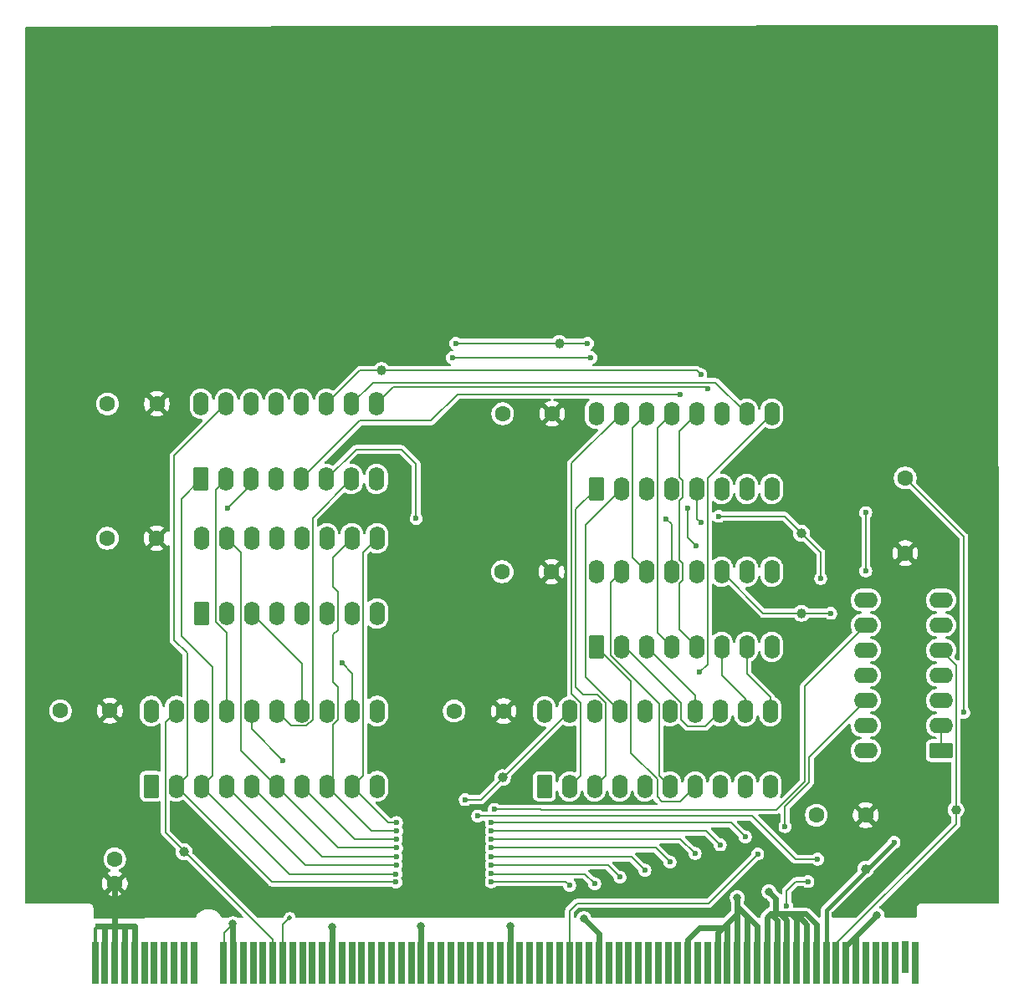
<source format=gbr>
%TF.GenerationSoftware,KiCad,Pcbnew,9.0.5*%
%TF.CreationDate,2025-11-19T18:17:22+02:00*%
%TF.ProjectId,pc,70632e6b-6963-4616-945f-706362585858,rev?*%
%TF.SameCoordinates,Original*%
%TF.FileFunction,Copper,L1,Top*%
%TF.FilePolarity,Positive*%
%FSLAX46Y46*%
G04 Gerber Fmt 4.6, Leading zero omitted, Abs format (unit mm)*
G04 Created by KiCad (PCBNEW 9.0.5) date 2025-11-19 18:17:22*
%MOMM*%
%LPD*%
G01*
G04 APERTURE LIST*
G04 Aperture macros list*
%AMRoundRect*
0 Rectangle with rounded corners*
0 $1 Rounding radius*
0 $2 $3 $4 $5 $6 $7 $8 $9 X,Y pos of 4 corners*
0 Add a 4 corners polygon primitive as box body*
4,1,4,$2,$3,$4,$5,$6,$7,$8,$9,$2,$3,0*
0 Add four circle primitives for the rounded corners*
1,1,$1+$1,$2,$3*
1,1,$1+$1,$4,$5*
1,1,$1+$1,$6,$7*
1,1,$1+$1,$8,$9*
0 Add four rect primitives between the rounded corners*
20,1,$1+$1,$2,$3,$4,$5,0*
20,1,$1+$1,$4,$5,$6,$7,0*
20,1,$1+$1,$6,$7,$8,$9,0*
20,1,$1+$1,$8,$9,$2,$3,0*%
G04 Aperture macros list end*
%TA.AperFunction,ComponentPad*%
%ADD10C,1.600000*%
%TD*%
%TA.AperFunction,SMDPad,CuDef*%
%ADD11C,1.000000*%
%TD*%
%TA.AperFunction,ConnectorPad*%
%ADD12R,0.700000X4.300000*%
%TD*%
%TA.AperFunction,ConnectorPad*%
%ADD13R,0.700000X3.200000*%
%TD*%
%TA.AperFunction,ComponentPad*%
%ADD14RoundRect,0.250000X0.550000X-0.950000X0.550000X0.950000X-0.550000X0.950000X-0.550000X-0.950000X0*%
%TD*%
%TA.AperFunction,ComponentPad*%
%ADD15O,1.600000X2.400000*%
%TD*%
%TA.AperFunction,ComponentPad*%
%ADD16RoundRect,0.250000X0.950000X0.550000X-0.950000X0.550000X-0.950000X-0.550000X0.950000X-0.550000X0*%
%TD*%
%TA.AperFunction,ComponentPad*%
%ADD17O,2.400000X1.600000*%
%TD*%
%TA.AperFunction,ViaPad*%
%ADD18C,0.600000*%
%TD*%
%TA.AperFunction,ViaPad*%
%ADD19C,0.800000*%
%TD*%
%TA.AperFunction,ViaPad*%
%ADD20C,0.500000*%
%TD*%
%TA.AperFunction,Conductor*%
%ADD21C,0.600000*%
%TD*%
%TA.AperFunction,Conductor*%
%ADD22C,0.300000*%
%TD*%
%TA.AperFunction,Conductor*%
%ADD23C,0.200000*%
%TD*%
%TA.AperFunction,Conductor*%
%ADD24C,0.400000*%
%TD*%
G04 APERTURE END LIST*
D10*
%TO.P,C3,1*%
%TO.N,GND*%
X111000000Y-104475735D03*
%TO.P,C3,2*%
%TO.N,VCC*%
X116000000Y-104475735D03*
%TD*%
%TO.P,C2,1*%
%TO.N,GND*%
X150850000Y-104495735D03*
%TO.P,C2,2*%
%TO.N,VCC*%
X155850000Y-104495735D03*
%TD*%
%TO.P,C8,1*%
%TO.N,VCC*%
X192500000Y-115050000D03*
%TO.P,C8,2*%
%TO.N,GND*%
X187500000Y-115050000D03*
%TD*%
D11*
%TO.P,Pls1,1,1*%
%TO.N,/PULSE*%
X201621000Y-114500000D03*
%TD*%
%TO.P,Rst1,1,1*%
%TO.N,/RESET*%
X161500000Y-67250000D03*
%TD*%
%TO.P,Inc1,1,1*%
%TO.N,/CPu*%
X186000000Y-86500000D03*
%TD*%
%TO.P,~{RL}1,1,1*%
%TO.N,/~{RPCL}*%
X155750000Y-111250000D03*
%TD*%
D10*
%TO.P,C4,1*%
%TO.N,GND*%
X155710000Y-90380000D03*
%TO.P,C4,2*%
%TO.N,VCC*%
X160710000Y-90380000D03*
%TD*%
%TO.P,R1,1*%
%TO.N,VCC*%
X196500000Y-88510000D03*
%TO.P,R1,2*%
%TO.N,Net-(R1-Pad2)*%
X196500000Y-80890000D03*
%TD*%
D12*
%TO.P,BC1,B1,VCC*%
%TO.N,VCC*%
X114500000Y-130000000D03*
%TO.P,BC1,B2,VCC*%
X115500000Y-130000000D03*
%TO.P,BC1,B3,VCC*%
X116500000Y-130000000D03*
%TO.P,BC1,B4,VCC*%
X117500000Y-130000000D03*
%TO.P,BC1,B5,VCC*%
X118500000Y-130000000D03*
%TO.P,BC1,B6*%
%TO.N,N/C*%
X119500000Y-130000000D03*
%TO.P,BC1,B7*%
X120500000Y-130000000D03*
%TO.P,BC1,B8*%
X121500000Y-130000000D03*
%TO.P,BC1,B9*%
X122500000Y-130000000D03*
%TO.P,BC1,B10*%
X123500000Y-130000000D03*
%TO.P,BC1,B11*%
X124500000Y-130000000D03*
%TO.P,BC1,B12,GND*%
%TO.N,GND*%
X127500000Y-130000000D03*
%TO.P,BC1,B13,GND*%
X128500000Y-130000000D03*
%TO.P,BC1,B14,~{RMEM}*%
%TO.N,unconnected-(BC1-~{RMEM}-PadB14)*%
X129500000Y-130000000D03*
%TO.P,BC1,B15,~{RSPH}*%
%TO.N,unconnected-(BC1-~{RSPH}-PadB15)*%
X130500000Y-130000000D03*
%TO.P,BC1,B16,~{RSPL}*%
%TO.N,unconnected-(BC1-~{RSPL}-PadB16)*%
X131500000Y-130000000D03*
%TO.P,BC1,B17,~{RPCH}*%
%TO.N,/~{RPCH}*%
X132500000Y-130000000D03*
%TO.P,BC1,B18,~{RPCL}*%
%TO.N,/~{RPCL}*%
X133500000Y-130000000D03*
%TO.P,BC1,B19,~{RARGH}*%
%TO.N,unconnected-(BC1-~{RARGH}-PadB19)*%
X134500000Y-130000000D03*
%TO.P,BC1,B20,~{RARGL}*%
%TO.N,unconnected-(BC1-~{RARGL}-PadB20)*%
X135500000Y-130000000D03*
%TO.P,BC1,B21,~{RAC}*%
%TO.N,unconnected-(BC1-~{RAC}-PadB21)*%
X136500000Y-130000000D03*
%TO.P,BC1,B22,~{RXH}*%
%TO.N,unconnected-(BC1-~{RXH}-PadB22)*%
X137500000Y-130000000D03*
%TO.P,BC1,B23,GND*%
%TO.N,GND*%
X138500000Y-130000000D03*
%TO.P,BC1,B24,~{RYL}*%
%TO.N,unconnected-(BC1-~{RYL}-PadB24)*%
X139500000Y-130000000D03*
%TO.P,BC1,B25,~{RYH}*%
%TO.N,unconnected-(BC1-~{RYH}-PadB25)*%
X140500000Y-130000000D03*
%TO.P,BC1,B26,~{RZL}*%
%TO.N,unconnected-(BC1-~{RZL}-PadB26)*%
X141500000Y-130000000D03*
%TO.P,BC1,B27,~{RZH}*%
%TO.N,unconnected-(BC1-~{RZH}-PadB27)*%
X142500000Y-130000000D03*
%TO.P,BC1,B28,~{RFR}*%
%TO.N,unconnected-(BC1-~{RFR}-PadB28)*%
X143500000Y-130000000D03*
%TO.P,BC1,B29,~{RCONST}*%
%TO.N,unconnected-(BC1-~{RCONST}-PadB29)*%
X144500000Y-130000000D03*
%TO.P,BC1,B30,~{RALU}*%
%TO.N,unconnected-(BC1-~{RALU}-PadB30)*%
X145500000Y-130000000D03*
%TO.P,BC1,B31,~{RINTC}*%
%TO.N,unconnected-(BC1-~{RINTC}-PadB31)*%
X146500000Y-130000000D03*
%TO.P,BC1,B32,GND*%
%TO.N,GND*%
X147500000Y-130000000D03*
%TO.P,BC1,B33,L0*%
%TO.N,unconnected-(BC1-L0-PadB33)*%
X148500000Y-130000000D03*
%TO.P,BC1,B34,L1*%
%TO.N,unconnected-(BC1-L1-PadB34)*%
X149500000Y-130000000D03*
%TO.P,BC1,B35,L2*%
%TO.N,unconnected-(BC1-L2-PadB35)*%
X150500000Y-130000000D03*
%TO.P,BC1,B36,L3*%
%TO.N,unconnected-(BC1-L3-PadB36)*%
X151500000Y-130000000D03*
%TO.P,BC1,B37,ALUM*%
%TO.N,unconnected-(BC1-ALUM-PadB37)*%
X152500000Y-130000000D03*
%TO.P,BC1,B38,~{ALUCI}*%
%TO.N,unconnected-(BC1-~{ALUCI}-PadB38)*%
X153500000Y-130000000D03*
%TO.P,BC1,B39,FRUpd*%
%TO.N,unconnected-(BC1-FRUpd-PadB39)*%
X154500000Y-130000000D03*
%TO.P,BC1,B40,R0*%
%TO.N,unconnected-(BC1-R0-PadB40)*%
X155500000Y-130000000D03*
%TO.P,BC1,B41,GND*%
%TO.N,GND*%
X156500000Y-130000000D03*
%TO.P,BC1,B42,R1*%
%TO.N,unconnected-(BC1-R1-PadB42)*%
X157500000Y-130000000D03*
%TO.P,BC1,B43,R2*%
%TO.N,unconnected-(BC1-R2-PadB43)*%
X158500000Y-130000000D03*
%TO.P,BC1,B44,R3*%
%TO.N,unconnected-(BC1-R3-PadB44)*%
X159500000Y-130000000D03*
%TO.P,BC1,B45,~{SCCLR}*%
%TO.N,unconnected-(BC1-~{SCCLR}-PadB45)*%
X160500000Y-130000000D03*
%TO.P,BC1,B46,~{HALT}*%
%TO.N,unconnected-(BC1-~{HALT}-PadB46)*%
X161500000Y-130000000D03*
%TO.P,BC1,B47,PCINC*%
%TO.N,/PCINC*%
X162500000Y-130000000D03*
%TO.P,BC1,B48,ALUS0*%
%TO.N,unconnected-(BC1-ALUS0-PadB48)*%
X163500000Y-130000000D03*
%TO.P,BC1,B49,ALUS1*%
%TO.N,unconnected-(BC1-ALUS1-PadB49)*%
X164500000Y-130000000D03*
%TO.P,BC1,B50,GND*%
%TO.N,GND*%
X165500000Y-130000000D03*
%TO.P,BC1,B51,ALUS2*%
%TO.N,unconnected-(BC1-ALUS2-PadB51)*%
X166500000Y-130000000D03*
%TO.P,BC1,B52,ALUS3*%
%TO.N,unconnected-(BC1-ALUS3-PadB52)*%
X167500000Y-130000000D03*
%TO.P,BC1,B53,SPDEC*%
%TO.N,unconnected-(BC1-SPDEC-PadB53)*%
X168500000Y-130000000D03*
%TO.P,BC1,B54,SPINC*%
%TO.N,unconnected-(BC1-SPINC-PadB54)*%
X169500000Y-130000000D03*
%TO.P,BC1,B55,ACSHLEFT*%
%TO.N,unconnected-(BC1-ACSHLEFT-PadB55)*%
X170500000Y-130000000D03*
%TO.P,BC1,B56,ACSHRIGHT*%
%TO.N,unconnected-(BC1-ACSHRIGHT-PadB56)*%
X171500000Y-130000000D03*
%TO.P,BC1,B57,INTE*%
%TO.N,unconnected-(BC1-INTE-PadB57)*%
X172500000Y-130000000D03*
%TO.P,BC1,B58,~{INTD}*%
%TO.N,unconnected-(BC1-~{INTD}-PadB58)*%
X173500000Y-130000000D03*
%TO.P,BC1,B59,GND*%
%TO.N,GND*%
X174500000Y-130000000D03*
%TO.P,BC1,B60,ADRDEC*%
%TO.N,unconnected-(BC1-ADRDEC-PadB60)*%
X175500000Y-130000000D03*
%TO.P,BC1,B61,ADDRINC*%
%TO.N,unconnected-(BC1-ADDRINC-PadB61)*%
X176500000Y-130000000D03*
%TO.P,BC1,B62,GND*%
%TO.N,GND*%
X177500000Y-130000000D03*
%TO.P,BC1,B63,GND*%
X178500000Y-130000000D03*
%TO.P,BC1,B64,GND*%
X179500000Y-130000000D03*
%TO.P,BC1,B65,GND*%
X180500000Y-130000000D03*
%TO.P,BC1,B66,GND*%
X181500000Y-130000000D03*
%TO.P,BC1,B67,GND*%
X182500000Y-130000000D03*
%TO.P,BC1,B68,GND*%
X183500000Y-130000000D03*
%TO.P,BC1,B69,GND*%
X184500000Y-130000000D03*
%TO.P,BC1,B70,GND*%
X185500000Y-130000000D03*
%TO.P,BC1,B71,GND*%
X186500000Y-130000000D03*
%TO.P,BC1,B72,GND*%
X187500000Y-130000000D03*
%TO.P,BC1,B73,~{CLK}*%
%TO.N,/~{CLK}*%
X188500000Y-130000000D03*
%TO.P,BC1,B74,PULSE*%
%TO.N,/PULSE*%
X189500000Y-130000000D03*
%TO.P,BC1,B75,GND*%
%TO.N,GND*%
X190500000Y-130000000D03*
%TO.P,BC1,B76,GND*%
X191500000Y-130000000D03*
%TO.P,BC1,B77*%
%TO.N,N/C*%
X192500000Y-130000000D03*
%TO.P,BC1,B78*%
X193500000Y-130000000D03*
%TO.P,BC1,B79*%
X194500000Y-130000000D03*
%TO.P,BC1,B80*%
X195500000Y-130000000D03*
D13*
%TO.P,BC1,B81*%
X196500000Y-129450000D03*
D12*
%TO.P,BC1,B82*%
X197500000Y-130000000D03*
%TD*%
D11*
%TO.P,LL1,1,1*%
%TO.N,/Pl*%
X186000000Y-94600000D03*
%TD*%
D14*
%TO.P,U5,1,B*%
%TO.N,/DATA5*%
X165220000Y-98000000D03*
D15*
%TO.P,U5,2,QB*%
%TO.N,/DL5*%
X167760000Y-98000000D03*
%TO.P,U5,3,QA*%
%TO.N,/DL4*%
X170300000Y-98000000D03*
%TO.P,U5,4,DOWN*%
%TO.N,Net-(U4-~{BO})*%
X172840000Y-98000000D03*
%TO.P,U5,5,UP*%
%TO.N,Net-(U4-~{CO})*%
X175380000Y-98000000D03*
%TO.P,U5,6,QC*%
%TO.N,/DL6*%
X177920000Y-98000000D03*
%TO.P,U5,7,QD*%
%TO.N,/DL7*%
X180460000Y-98000000D03*
%TO.P,U5,8,GND*%
%TO.N,GND*%
X183000000Y-98000000D03*
%TO.P,U5,9,D*%
%TO.N,/DATA7*%
X183000000Y-90380000D03*
%TO.P,U5,10,C*%
%TO.N,/DATA6*%
X180460000Y-90380000D03*
%TO.P,U5,11,~{LOAD}*%
%TO.N,/Pl*%
X177920000Y-90380000D03*
%TO.P,U5,12,~{CO}*%
%TO.N,Net-(U2-UP)*%
X175380000Y-90380000D03*
%TO.P,U5,13,~{BO}*%
%TO.N,Net-(U2-DOWN)*%
X172840000Y-90380000D03*
%TO.P,U5,14,CLR*%
%TO.N,/RESET*%
X170300000Y-90380000D03*
%TO.P,U5,15,A*%
%TO.N,/DATA4*%
X167760000Y-90380000D03*
%TO.P,U5,16,VCC*%
%TO.N,VCC*%
X165220000Y-90380000D03*
%TD*%
D16*
%TO.P,U1,1*%
%TO.N,Net-(R1-Pad2)*%
X200120000Y-108500000D03*
D17*
%TO.P,U1,2*%
X200120000Y-105960000D03*
%TO.P,U1,3*%
%TO.N,unconnected-(U1-Pad3)*%
X200120000Y-103420000D03*
%TO.P,U1,4*%
%TO.N,/LPCL*%
X200120000Y-100880000D03*
%TO.P,U1,5*%
%TO.N,/PULSE*%
X200120000Y-98340000D03*
%TO.P,U1,6*%
%TO.N,/Pl*%
X200120000Y-95800000D03*
%TO.P,U1,7,GND*%
%TO.N,GND*%
X200120000Y-93260000D03*
%TO.P,U1,8*%
%TO.N,/Ph*%
X192500000Y-93260000D03*
%TO.P,U1,9*%
%TO.N,/LPCH*%
X192500000Y-95800000D03*
%TO.P,U1,10*%
%TO.N,/PULSE*%
X192500000Y-98340000D03*
%TO.P,U1,11*%
%TO.N,/CPu*%
X192500000Y-100880000D03*
%TO.P,U1,12*%
%TO.N,/PCINC*%
X192500000Y-103420000D03*
%TO.P,U1,13*%
%TO.N,/~{CLK}*%
X192500000Y-105960000D03*
%TO.P,U1,14,VCC*%
%TO.N,VCC*%
X192500000Y-108500000D03*
%TD*%
D10*
%TO.P,C6,1*%
%TO.N,GND*%
X155760000Y-74380000D03*
%TO.P,C6,2*%
%TO.N,VCC*%
X160760000Y-74380000D03*
%TD*%
%TO.P,C5,1*%
%TO.N,GND*%
X115750000Y-87000000D03*
%TO.P,C5,2*%
%TO.N,VCC*%
X120750000Y-87000000D03*
%TD*%
D14*
%TO.P,U7,1,A->B*%
%TO.N,GND*%
X120180000Y-112115735D03*
D15*
%TO.P,U7,2,A0*%
%TO.N,/DATA0*%
X122720000Y-112115735D03*
%TO.P,U7,3,A1*%
%TO.N,/DATA1*%
X125260000Y-112115735D03*
%TO.P,U7,4,A2*%
%TO.N,/DATA2*%
X127800000Y-112115735D03*
%TO.P,U7,5,A3*%
%TO.N,/DATA3*%
X130340000Y-112115735D03*
%TO.P,U7,6,A4*%
%TO.N,/DATA4*%
X132880000Y-112115735D03*
%TO.P,U7,7,A5*%
%TO.N,/DATA5*%
X135420000Y-112115735D03*
%TO.P,U7,8,A6*%
%TO.N,/DATA6*%
X137960000Y-112115735D03*
%TO.P,U7,9,A7*%
%TO.N,/DATA7*%
X140500000Y-112115735D03*
%TO.P,U7,10,GND*%
%TO.N,GND*%
X143040000Y-112115735D03*
%TO.P,U7,11,B7*%
%TO.N,/DH7*%
X143040000Y-104495735D03*
%TO.P,U7,12,B6*%
%TO.N,/DH6*%
X140500000Y-104495735D03*
%TO.P,U7,13,B5*%
%TO.N,/DH5*%
X137960000Y-104495735D03*
%TO.P,U7,14,B4*%
%TO.N,/DH4*%
X135420000Y-104495735D03*
%TO.P,U7,15,B3*%
%TO.N,/DH3*%
X132880000Y-104495735D03*
%TO.P,U7,16,B2*%
%TO.N,/DH2*%
X130340000Y-104495735D03*
%TO.P,U7,17,B1*%
%TO.N,/DH1*%
X127800000Y-104495735D03*
%TO.P,U7,18,B0*%
%TO.N,/DH0*%
X125260000Y-104495735D03*
%TO.P,U7,19,CE*%
%TO.N,/~{RPCH}*%
X122720000Y-104495735D03*
%TO.P,U7,20,VCC*%
%TO.N,VCC*%
X120180000Y-104495735D03*
%TD*%
D11*
%TO.P,Pwr1,1,1*%
%TO.N,VCC*%
X111750000Y-115500000D03*
%TD*%
D14*
%TO.P,U6,1,A->B*%
%TO.N,GND*%
X159992254Y-112135735D03*
D15*
%TO.P,U6,2,A0*%
%TO.N,/DATA0*%
X162532254Y-112135735D03*
%TO.P,U6,3,A1*%
%TO.N,/DATA1*%
X165072254Y-112135735D03*
%TO.P,U6,4,A2*%
%TO.N,/DATA2*%
X167612254Y-112135735D03*
%TO.P,U6,5,A3*%
%TO.N,/DATA3*%
X170152254Y-112135735D03*
%TO.P,U6,6,A4*%
%TO.N,/DATA4*%
X172692254Y-112135735D03*
%TO.P,U6,7,A5*%
%TO.N,/DATA5*%
X175232254Y-112135735D03*
%TO.P,U6,8,A6*%
%TO.N,/DATA6*%
X177772254Y-112135735D03*
%TO.P,U6,9,A7*%
%TO.N,/DATA7*%
X180312254Y-112135735D03*
%TO.P,U6,10,GND*%
%TO.N,GND*%
X182852254Y-112135735D03*
%TO.P,U6,11,B7*%
%TO.N,/DL7*%
X182852254Y-104515735D03*
%TO.P,U6,12,B6*%
%TO.N,/DL6*%
X180312254Y-104515735D03*
%TO.P,U6,13,B5*%
%TO.N,/DL5*%
X177772254Y-104515735D03*
%TO.P,U6,14,B4*%
%TO.N,/DL4*%
X175232254Y-104515735D03*
%TO.P,U6,15,B3*%
%TO.N,/DL3*%
X172692254Y-104515735D03*
%TO.P,U6,16,B2*%
%TO.N,/DL2*%
X170152254Y-104515735D03*
%TO.P,U6,17,B1*%
%TO.N,/DL1*%
X167612254Y-104515735D03*
%TO.P,U6,18,B0*%
%TO.N,/DL0*%
X165072254Y-104515735D03*
%TO.P,U6,19,CE*%
%TO.N,/~{RPCL}*%
X162532254Y-104515735D03*
%TO.P,U6,20,VCC*%
%TO.N,VCC*%
X159992254Y-104515735D03*
%TD*%
D11*
%TO.P,LH1,1,1*%
%TO.N,/Ph*%
X143500000Y-70000000D03*
%TD*%
D10*
%TO.P,C7,1*%
%TO.N,VCC*%
X120760000Y-73380000D03*
%TO.P,C7,2*%
%TO.N,GND*%
X115760000Y-73380000D03*
%TD*%
D14*
%TO.P,U2,1,B*%
%TO.N,/DATA1*%
X125220000Y-81000000D03*
D15*
%TO.P,U2,2,QB*%
%TO.N,/DH1*%
X127760000Y-81000000D03*
%TO.P,U2,3,QA*%
%TO.N,/DH0*%
X130300000Y-81000000D03*
%TO.P,U2,4,DOWN*%
%TO.N,Net-(U2-DOWN)*%
X132840000Y-81000000D03*
%TO.P,U2,5,UP*%
%TO.N,Net-(U2-UP)*%
X135380000Y-81000000D03*
%TO.P,U2,6,QC*%
%TO.N,/DH2*%
X137920000Y-81000000D03*
%TO.P,U2,7,QD*%
%TO.N,/DH3*%
X140460000Y-81000000D03*
%TO.P,U2,8,GND*%
%TO.N,GND*%
X143000000Y-81000000D03*
%TO.P,U2,9,D*%
%TO.N,/DATA3*%
X143000000Y-73380000D03*
%TO.P,U2,10,C*%
%TO.N,/DATA2*%
X140460000Y-73380000D03*
%TO.P,U2,11,~{LOAD}*%
%TO.N,/Ph*%
X137920000Y-73380000D03*
%TO.P,U2,12,~{CO}*%
%TO.N,Net-(U2-~{CO})*%
X135380000Y-73380000D03*
%TO.P,U2,13,~{BO}*%
%TO.N,Net-(U2-~{BO})*%
X132840000Y-73380000D03*
%TO.P,U2,14,CLR*%
%TO.N,/RESET*%
X130300000Y-73380000D03*
%TO.P,U2,15,A*%
%TO.N,/DATA0*%
X127760000Y-73380000D03*
%TO.P,U2,16,VCC*%
%TO.N,VCC*%
X125220000Y-73380000D03*
%TD*%
D11*
%TO.P,~{RH}1,1,1*%
%TO.N,/~{RPCH}*%
X123500000Y-118750000D03*
%TD*%
D14*
%TO.P,U3,1,B*%
%TO.N,/DATA5*%
X125260000Y-94620000D03*
D15*
%TO.P,U3,2,QB*%
%TO.N,/DH5*%
X127800000Y-94620000D03*
%TO.P,U3,3,QA*%
%TO.N,/DH4*%
X130340000Y-94620000D03*
%TO.P,U3,4,DOWN*%
%TO.N,Net-(U2-~{BO})*%
X132880000Y-94620000D03*
%TO.P,U3,5,UP*%
%TO.N,Net-(U2-~{CO})*%
X135420000Y-94620000D03*
%TO.P,U3,6,QC*%
%TO.N,/DH6*%
X137960000Y-94620000D03*
%TO.P,U3,7,QD*%
%TO.N,/DH7*%
X140500000Y-94620000D03*
%TO.P,U3,8,GND*%
%TO.N,GND*%
X143040000Y-94620000D03*
%TO.P,U3,9,D*%
%TO.N,/DATA7*%
X143040000Y-87000000D03*
%TO.P,U3,10,C*%
%TO.N,/DATA6*%
X140500000Y-87000000D03*
%TO.P,U3,11,~{LOAD}*%
%TO.N,/Ph*%
X137960000Y-87000000D03*
%TO.P,U3,12,~{CO}*%
%TO.N,unconnected-(U3-~{CO}-Pad12)*%
X135420000Y-87000000D03*
%TO.P,U3,13,~{BO}*%
%TO.N,unconnected-(U3-~{BO}-Pad13)*%
X132880000Y-87000000D03*
%TO.P,U3,14,CLR*%
%TO.N,/RESET*%
X130340000Y-87000000D03*
%TO.P,U3,15,A*%
%TO.N,/DATA4*%
X127800000Y-87000000D03*
%TO.P,U3,16,VCC*%
%TO.N,VCC*%
X125260000Y-87000000D03*
%TD*%
D11*
%TO.P,~{Clk}1,1,1*%
%TO.N,/~{CLK}*%
X192500000Y-120500000D03*
%TD*%
D14*
%TO.P,U4,1,B*%
%TO.N,/DATA1*%
X165220000Y-82000000D03*
D15*
%TO.P,U4,2,QB*%
%TO.N,/DL1*%
X167760000Y-82000000D03*
%TO.P,U4,3,QA*%
%TO.N,/DL0*%
X170300000Y-82000000D03*
%TO.P,U4,4,DOWN*%
%TO.N,unconnected-(U4-DOWN-Pad4)*%
X172840000Y-82000000D03*
%TO.P,U4,5,UP*%
%TO.N,/CPu*%
X175380000Y-82000000D03*
%TO.P,U4,6,QC*%
%TO.N,/DL2*%
X177920000Y-82000000D03*
%TO.P,U4,7,QD*%
%TO.N,/DL3*%
X180460000Y-82000000D03*
%TO.P,U4,8,GND*%
%TO.N,GND*%
X183000000Y-82000000D03*
%TO.P,U4,9,D*%
%TO.N,/DATA3*%
X183000000Y-74380000D03*
%TO.P,U4,10,C*%
%TO.N,/DATA2*%
X180460000Y-74380000D03*
%TO.P,U4,11,~{LOAD}*%
%TO.N,/Pl*%
X177920000Y-74380000D03*
%TO.P,U4,12,~{CO}*%
%TO.N,Net-(U4-~{CO})*%
X175380000Y-74380000D03*
%TO.P,U4,13,~{BO}*%
%TO.N,Net-(U4-~{BO})*%
X172840000Y-74380000D03*
%TO.P,U4,14,CLR*%
%TO.N,/RESET*%
X170300000Y-74380000D03*
%TO.P,U4,15,A*%
%TO.N,/DATA0*%
X167760000Y-74380000D03*
%TO.P,U4,16,VCC*%
%TO.N,VCC*%
X165220000Y-74380000D03*
%TD*%
D10*
%TO.P,C1,1*%
%TO.N,VCC*%
X116500000Y-121989010D03*
%TO.P,C1,2*%
%TO.N,GND*%
X116500000Y-119489010D03*
%TD*%
D18*
%TO.N,VCC*%
X118500000Y-126250000D03*
X116500000Y-123500000D03*
X116500000Y-125000000D03*
X117500000Y-126250000D03*
X115500000Y-126250000D03*
X116500000Y-126250000D03*
X114750000Y-126250000D03*
D19*
%TO.N,GND*%
X182700000Y-122800000D03*
X156500000Y-126300000D03*
X179500000Y-123400000D03*
X163975000Y-125525000D03*
X138500000Y-126350000D03*
X147500000Y-126300000D03*
X193650000Y-125150000D03*
X128450000Y-126050000D03*
D18*
%TO.N,/RESET*%
X151000000Y-67250000D03*
X164350000Y-67250000D03*
X184500000Y-124250000D03*
X186650000Y-121775057D03*
%TO.N,Net-(U2-DOWN)*%
X172300000Y-85050000D03*
X150650000Y-68700000D03*
X164700000Y-68700000D03*
%TO.N,Net-(U2-UP)*%
X173725000Y-72400000D03*
X175350000Y-87775000D03*
X174450000Y-83925000D03*
%TO.N,/DH6*%
X139475000Y-99650000D03*
%TO.N,/DH0*%
X127900000Y-83950000D03*
%TO.N,/LPCH*%
X154900000Y-114450000D03*
%TO.N,/DATA0*%
X154600000Y-121800000D03*
X162532254Y-122157254D03*
X144950000Y-121825000D03*
%TO.N,/DATA1*%
X144950000Y-121000000D03*
X165072254Y-122000000D03*
X154600000Y-120975000D03*
%TO.N,/DATA2*%
X154600000Y-120075000D03*
X167625000Y-121325000D03*
X144975000Y-120100000D03*
%TO.N,/DATA3*%
X170152254Y-120625000D03*
X175700000Y-100575000D03*
X154600000Y-119250000D03*
X176525000Y-71825000D03*
X145000000Y-119275000D03*
%TO.N,/DATA4*%
X145025000Y-118350000D03*
X172692254Y-119800000D03*
X154600000Y-118350000D03*
%TO.N,/DATA5*%
X145000000Y-117450000D03*
X154600000Y-117450000D03*
X175232254Y-118925000D03*
%TO.N,/DATA6*%
X154600000Y-116650000D03*
X177772254Y-118050000D03*
X145050000Y-116650000D03*
%TO.N,/DATA7*%
X145025000Y-115800000D03*
X180312254Y-117250000D03*
X154600000Y-115825000D03*
%TO.N,/~{CLK}*%
X195375000Y-117800000D03*
%TO.N,/Ph*%
X175800000Y-70400000D03*
X192500000Y-84400000D03*
X192500000Y-90300000D03*
%TO.N,/CPu*%
X187950000Y-91050000D03*
X175825000Y-85425000D03*
X177625000Y-84775000D03*
%TO.N,/Pl*%
X188950000Y-94600000D03*
%TO.N,/DH2*%
X147000000Y-85000000D03*
X133500000Y-109500000D03*
%TO.N,/PCINC*%
X184325000Y-116200000D03*
X181575000Y-118975000D03*
%TO.N,/LPCL*%
X153225000Y-115125000D03*
X187625000Y-119500000D03*
D20*
%TO.N,/~{RPCL}*%
X134200000Y-125450000D03*
D18*
X151960000Y-113475000D03*
%TO.N,Net-(R1-Pad2)*%
X202425000Y-104650000D03*
%TD*%
D21*
%TO.N,VCC*%
X116500000Y-130000000D02*
X116500000Y-126250000D01*
D22*
X114500000Y-130000000D02*
X114500000Y-126500000D01*
D21*
X116500000Y-126250000D02*
X116500000Y-121989010D01*
X118500000Y-126250000D02*
X114750000Y-126250000D01*
X118500000Y-130000000D02*
X118500000Y-126250000D01*
D22*
X114500000Y-126500000D02*
X114750000Y-126250000D01*
D21*
X115500000Y-130000000D02*
X115500000Y-126250000D01*
X117500000Y-130000000D02*
X117500000Y-126250000D01*
%TO.N,GND*%
X181500000Y-126300000D02*
X181500000Y-129900000D01*
X191500000Y-130000000D02*
X191500000Y-127300000D01*
X184500000Y-125700000D02*
X183850000Y-125050000D01*
X182500000Y-130000000D02*
X182500000Y-125400000D01*
X183400000Y-123500000D02*
X182650000Y-122750000D01*
X178500000Y-129900000D02*
X178500000Y-126000000D01*
X175700000Y-126450000D02*
X178050000Y-126450000D01*
X178500000Y-126000000D02*
X179500000Y-125000000D01*
X138500000Y-130000000D02*
X138500000Y-126350000D01*
X174500000Y-127650000D02*
X175700000Y-126450000D01*
X184500000Y-130000000D02*
X184500000Y-125700000D01*
X183400000Y-125050000D02*
X183400000Y-123500000D01*
X179500000Y-123400000D02*
X179500000Y-124300000D01*
X183850000Y-125050000D02*
X185450000Y-125050000D01*
X147500000Y-129950000D02*
X147500000Y-126300000D01*
X128450000Y-126050000D02*
X128450000Y-129950000D01*
X183400000Y-125050000D02*
X183850000Y-125050000D01*
X184950000Y-125050000D02*
X185500000Y-125600000D01*
X185500000Y-125600000D02*
X185500000Y-130000000D01*
X178050000Y-126450000D02*
X178500000Y-126000000D01*
X182500000Y-125400000D02*
X182850000Y-125050000D01*
X174500000Y-130000000D02*
X174500000Y-127650000D01*
X163975000Y-125525000D02*
X165500000Y-127050000D01*
X177500000Y-129900000D02*
X177500000Y-127000000D01*
X177500000Y-127000000D02*
X178050000Y-126450000D01*
X183500000Y-130000000D02*
X183500000Y-125700000D01*
X179500000Y-125000000D02*
X179500000Y-129900000D01*
X191500000Y-127300000D02*
X193650000Y-125150000D01*
X165500000Y-127050000D02*
X165500000Y-130000000D01*
X190500000Y-128300000D02*
X191500000Y-127300000D01*
X186500000Y-126100000D02*
X185450000Y-125050000D01*
X190500000Y-130000000D02*
X190500000Y-128300000D01*
X183500000Y-125700000D02*
X182850000Y-125050000D01*
X180500000Y-125300000D02*
X181500000Y-126300000D01*
X156500000Y-129950000D02*
X156500000Y-126300000D01*
X185450000Y-125050000D02*
X184950000Y-125050000D01*
X182850000Y-125050000D02*
X183400000Y-125050000D01*
D23*
X127551000Y-126999000D02*
X127551000Y-130000000D01*
D21*
X187500000Y-126150000D02*
X187500000Y-130000000D01*
X185450000Y-125050000D02*
X186400000Y-125050000D01*
X186400000Y-125050000D02*
X187500000Y-126150000D01*
X179500000Y-125000000D02*
X179500000Y-123400000D01*
X186500000Y-130000000D02*
X186500000Y-126100000D01*
D23*
X128450000Y-126100000D02*
X127551000Y-126999000D01*
D21*
X179500000Y-124300000D02*
X180500000Y-125300000D01*
D23*
X128450000Y-126050000D02*
X128450000Y-126100000D01*
D21*
X180500000Y-129900000D02*
X180500000Y-125300000D01*
D23*
%TO.N,/RESET*%
X151000000Y-67250000D02*
X164350000Y-67250000D01*
X168861000Y-88941000D02*
X168861000Y-75819000D01*
X185424943Y-121775057D02*
X186650000Y-121775057D01*
X184500000Y-122700000D02*
X185424943Y-121775057D01*
X168861000Y-75819000D02*
X170300000Y-74380000D01*
X170300000Y-90380000D02*
X168861000Y-88941000D01*
X184500000Y-124250000D02*
X184500000Y-122700000D01*
%TO.N,/PULSE*%
X201621000Y-99841000D02*
X200120000Y-98340000D01*
X189500000Y-130000000D02*
X189500000Y-128050000D01*
X189500000Y-128050000D02*
X201621000Y-115929000D01*
X201621000Y-115929000D02*
X201621000Y-99841000D01*
%TO.N,Net-(U2-DOWN)*%
X172840000Y-85590000D02*
X172300000Y-85050000D01*
X172840000Y-90380000D02*
X172840000Y-85590000D01*
X164700000Y-68700000D02*
X150650000Y-68700000D01*
%TO.N,Net-(U2-UP)*%
X148475000Y-75100000D02*
X141280000Y-75100000D01*
X151175000Y-72400000D02*
X148475000Y-75100000D01*
X141280000Y-75100000D02*
X135380000Y-81000000D01*
X175350000Y-87775000D02*
X174450000Y-86875000D01*
X173725000Y-72400000D02*
X151175000Y-72400000D01*
X174450000Y-86875000D02*
X174450000Y-83925000D01*
%TO.N,/DH6*%
X140500000Y-104495735D02*
X140500000Y-100675000D01*
X140500000Y-100675000D02*
X139475000Y-99650000D01*
%TO.N,/DH4*%
X135420000Y-104495735D02*
X135420000Y-99700000D01*
X135420000Y-99700000D02*
X130340000Y-94620000D01*
%TO.N,/DH3*%
X134381000Y-105996735D02*
X132880000Y-104495735D01*
X135876049Y-105996735D02*
X134381000Y-105996735D01*
X136521000Y-105351784D02*
X135876049Y-105996735D01*
X136521000Y-84939000D02*
X136521000Y-105351784D01*
X140460000Y-81000000D02*
X136521000Y-84939000D01*
%TO.N,/DH0*%
X127900000Y-83950000D02*
X130300000Y-81550000D01*
X130300000Y-81550000D02*
X130300000Y-81000000D01*
%TO.N,/DH1*%
X127800000Y-96577049D02*
X126699000Y-95476049D01*
X126699000Y-95476049D02*
X126699000Y-82061000D01*
X127800000Y-104495735D02*
X127800000Y-96577049D01*
X126699000Y-82061000D02*
X127760000Y-81000000D01*
%TO.N,Net-(U4-~{CO})*%
X173625000Y-83172049D02*
X173941000Y-82856049D01*
X173625000Y-91552049D02*
X173941000Y-91236049D01*
X173625000Y-89207951D02*
X173625000Y-83172049D01*
X173941000Y-82856049D02*
X173941000Y-81143951D01*
X175380000Y-98000000D02*
X173625000Y-96245000D01*
X173625000Y-76135000D02*
X175380000Y-74380000D01*
X173625000Y-80827951D02*
X173625000Y-76135000D01*
X173941000Y-81143951D02*
X173625000Y-80827951D01*
X173941000Y-91236049D02*
X173941000Y-89523951D01*
X173941000Y-89523951D02*
X173625000Y-89207951D01*
X173625000Y-96245000D02*
X173625000Y-91552049D01*
%TO.N,/DL7*%
X182852254Y-103102254D02*
X180460000Y-100710000D01*
X180460000Y-100710000D02*
X180460000Y-98000000D01*
X182852254Y-104515735D02*
X182852254Y-103102254D01*
%TO.N,/DL4*%
X175232254Y-104515735D02*
X175232254Y-102932254D01*
X175232254Y-102932254D02*
X170300000Y-98000000D01*
%TO.N,Net-(U4-~{BO})*%
X172840000Y-98000000D02*
X171401000Y-96561000D01*
X171401000Y-75819000D02*
X172840000Y-74380000D01*
X171401000Y-96561000D02*
X171401000Y-75819000D01*
%TO.N,/DL6*%
X180312254Y-104515735D02*
X180312254Y-103262254D01*
X177920000Y-100870000D02*
X177920000Y-98000000D01*
X180312254Y-103262254D02*
X177920000Y-100870000D01*
%TO.N,/DL1*%
X164119000Y-85641000D02*
X167760000Y-82000000D01*
X164119000Y-101022481D02*
X164119000Y-85641000D01*
X167612254Y-104515735D02*
X164119000Y-101022481D01*
%TO.N,/LPCH*%
X159675000Y-114475000D02*
X183475000Y-114475000D01*
X186300000Y-111650000D02*
X186300000Y-102000000D01*
X159650000Y-114450000D02*
X159675000Y-114475000D01*
X183475000Y-114475000D02*
X186300000Y-111650000D01*
X186300000Y-102000000D02*
X192500000Y-95800000D01*
X154900000Y-114450000D02*
X159650000Y-114450000D01*
%TO.N,/DATA0*%
X123821000Y-98621000D02*
X122500000Y-97300000D01*
X144950000Y-121825000D02*
X132429265Y-121825000D01*
X122500000Y-78640000D02*
X127760000Y-73380000D01*
X163633254Y-103659686D02*
X162750000Y-102776432D01*
X154700000Y-121775000D02*
X154675000Y-121800000D01*
X132429265Y-121825000D02*
X122720000Y-112115735D01*
X162750000Y-79390000D02*
X167760000Y-74380000D01*
X163633254Y-111034735D02*
X163633254Y-103659686D01*
X162532254Y-112135735D02*
X163633254Y-111034735D01*
X162150000Y-121775000D02*
X154700000Y-121775000D01*
X162750000Y-102776432D02*
X162750000Y-79390000D01*
X162532254Y-122157254D02*
X162150000Y-121775000D01*
X123821000Y-111014735D02*
X123821000Y-98621000D01*
X122500000Y-97300000D02*
X122500000Y-78640000D01*
X122720000Y-112115735D02*
X123821000Y-111014735D01*
%TO.N,/DATA1*%
X166173254Y-103659686D02*
X165338568Y-102825000D01*
X165072254Y-122000000D02*
X164072254Y-121000000D01*
X165072254Y-112135735D02*
X166173254Y-111034735D01*
X125260000Y-112115735D02*
X126361000Y-111014735D01*
X165338568Y-102825000D02*
X163875000Y-102825000D01*
X134144265Y-121000000D02*
X125260000Y-112115735D01*
X164072254Y-121000000D02*
X154700000Y-121000000D01*
X144950000Y-121000000D02*
X134144265Y-121000000D01*
X154700000Y-121000000D02*
X154675000Y-120975000D01*
X163875000Y-102825000D02*
X163150000Y-102100000D01*
X123225000Y-96900000D02*
X123225000Y-82995000D01*
X126361000Y-111014735D02*
X126361000Y-100036000D01*
X123225000Y-82995000D02*
X125220000Y-81000000D01*
X126361000Y-100036000D02*
X123225000Y-96900000D01*
X163150000Y-84070000D02*
X165220000Y-82000000D01*
X163150000Y-102100000D02*
X163150000Y-84070000D01*
X166173254Y-111034735D02*
X166173254Y-103659686D01*
%TO.N,/DATA2*%
X166400000Y-120100000D02*
X154700000Y-120100000D01*
X140460000Y-73380000D02*
X142615000Y-71225000D01*
X154700000Y-120100000D02*
X154675000Y-120075000D01*
X142615000Y-71225000D02*
X177305000Y-71225000D01*
X144975000Y-120100000D02*
X135784265Y-120100000D01*
X135784265Y-120100000D02*
X127800000Y-112115735D01*
X177305000Y-71225000D02*
X180460000Y-74380000D01*
X167625000Y-121325000D02*
X166400000Y-120100000D01*
%TO.N,/DATA3*%
X143000000Y-73380000D02*
X144705000Y-71675000D01*
X176481000Y-99794000D02*
X176481000Y-80899000D01*
X175700000Y-100575000D02*
X176481000Y-99794000D01*
X168802254Y-119275000D02*
X154700000Y-119275000D01*
X176481000Y-80899000D02*
X183000000Y-74380000D01*
X154700000Y-119275000D02*
X154675000Y-119250000D01*
X137499265Y-119275000D02*
X130340000Y-112115735D01*
X145000000Y-119275000D02*
X137499265Y-119275000D01*
X170152254Y-120625000D02*
X168802254Y-119275000D01*
X145325000Y-71675000D02*
X176375000Y-71675000D01*
X176375000Y-71675000D02*
X176525000Y-71825000D01*
X144705000Y-71675000D02*
X145325000Y-71675000D01*
%TO.N,/DATA4*%
X166659000Y-98856049D02*
X166659000Y-91481000D01*
X166659000Y-91481000D02*
X167760000Y-90380000D01*
X172692254Y-112135735D02*
X171591254Y-111034735D01*
X171242254Y-118350000D02*
X154675000Y-118350000D01*
X171591254Y-111034735D02*
X171591254Y-103788303D01*
X127800000Y-87000000D02*
X129239000Y-88439000D01*
X171591254Y-103788303D02*
X166659000Y-98856049D01*
X172692254Y-119800000D02*
X171242254Y-118350000D01*
X129239000Y-108474735D02*
X132880000Y-112115735D01*
X139114265Y-118350000D02*
X132880000Y-112115735D01*
X145025000Y-118350000D02*
X139114265Y-118350000D01*
X129239000Y-88439000D02*
X129239000Y-108474735D01*
%TO.N,/DATA5*%
X175232254Y-112135735D02*
X173731254Y-113636735D01*
X171836735Y-113636735D02*
X171400000Y-113200000D01*
X171400000Y-113200000D02*
X171400000Y-111410581D01*
X175232254Y-118925000D02*
X173757254Y-117450000D01*
X173731254Y-113636735D02*
X171836735Y-113636735D01*
X173757254Y-117450000D02*
X154675000Y-117450000D01*
X168713254Y-108723835D02*
X168713254Y-101493254D01*
X171400000Y-111410581D02*
X168713254Y-108723835D01*
X145000000Y-117450000D02*
X140754265Y-117450000D01*
X140754265Y-117450000D02*
X135420000Y-112115735D01*
X168713254Y-101493254D02*
X165220000Y-98000000D01*
%TO.N,/DATA6*%
X138575000Y-96775000D02*
X139061000Y-96289000D01*
X145050000Y-116650000D02*
X142494265Y-116650000D01*
X138575000Y-101575000D02*
X138575000Y-96775000D01*
X137960000Y-112115735D02*
X138575000Y-111500735D01*
X138575000Y-111500735D02*
X138575000Y-105837784D01*
X139061000Y-92436000D02*
X138575000Y-91950000D01*
X142494265Y-116650000D02*
X137960000Y-112115735D01*
X139061000Y-105351784D02*
X139061000Y-102061000D01*
X139061000Y-102061000D02*
X138575000Y-101575000D01*
X176372254Y-116650000D02*
X177772254Y-118050000D01*
X138575000Y-91950000D02*
X138575000Y-88925000D01*
X154600000Y-116650000D02*
X176372254Y-116650000D01*
X138575000Y-105837784D02*
X139061000Y-105351784D01*
X138575000Y-88925000D02*
X140500000Y-87000000D01*
X139061000Y-96289000D02*
X139061000Y-92436000D01*
%TO.N,/DATA7*%
X145025000Y-115800000D02*
X144184265Y-115800000D01*
X141601000Y-111014735D02*
X141601000Y-88439000D01*
X141601000Y-88439000D02*
X143040000Y-87000000D01*
X178887254Y-115825000D02*
X180312254Y-117250000D01*
X154650000Y-115825000D02*
X178887254Y-115825000D01*
X140500000Y-112115735D02*
X141601000Y-111014735D01*
X144184265Y-115800000D02*
X140500000Y-112115735D01*
D24*
%TO.N,/~{CLK}*%
X188500000Y-124675000D02*
X195375000Y-117800000D01*
X188500000Y-130000000D02*
X188500000Y-124675000D01*
D23*
%TO.N,/Ph*%
X141300000Y-70000000D02*
X137920000Y-73380000D01*
X175400000Y-70000000D02*
X141300000Y-70000000D01*
X192500000Y-90300000D02*
X192500000Y-84400000D01*
X175800000Y-70400000D02*
X175400000Y-70000000D01*
%TO.N,/CPu*%
X187950000Y-88425000D02*
X184300000Y-84775000D01*
X184300000Y-84775000D02*
X177625000Y-84775000D01*
X175450000Y-85050000D02*
X175450000Y-82070000D01*
X187950000Y-91050000D02*
X187950000Y-88425000D01*
X175825000Y-85425000D02*
X175450000Y-85050000D01*
X175450000Y-82070000D02*
X175380000Y-82000000D01*
%TO.N,/Pl*%
X182140000Y-94600000D02*
X188950000Y-94600000D01*
X177920000Y-90380000D02*
X182140000Y-94600000D01*
%TO.N,/DH2*%
X147000000Y-85000000D02*
X147000000Y-79500000D01*
X145500000Y-78000000D02*
X140920000Y-78000000D01*
X147000000Y-79500000D02*
X145500000Y-78000000D01*
X140920000Y-78000000D02*
X137920000Y-81000000D01*
X130340000Y-106340000D02*
X133500000Y-109500000D01*
X130340000Y-104495735D02*
X130340000Y-106340000D01*
%TO.N,/DL5*%
X168133568Y-98000000D02*
X167760000Y-98000000D01*
X176271254Y-106016735D02*
X174438205Y-106016735D01*
X173793254Y-103659686D02*
X168133568Y-98000000D01*
X174438205Y-106016735D02*
X173793254Y-105371784D01*
X177772254Y-104515735D02*
X176271254Y-106016735D01*
X173793254Y-105371784D02*
X173793254Y-103659686D01*
%TO.N,/PCINC*%
X176575000Y-123975000D02*
X181575000Y-118975000D01*
X162500000Y-130000000D02*
X162500000Y-124750000D01*
X163275000Y-123975000D02*
X176575000Y-123975000D01*
X186775000Y-109145000D02*
X192500000Y-103420000D01*
X184325000Y-114200000D02*
X186775000Y-111750000D01*
X162500000Y-124750000D02*
X163275000Y-123975000D01*
X184325000Y-116200000D02*
X184325000Y-114200000D01*
X186775000Y-111750000D02*
X186775000Y-109145000D01*
%TO.N,/LPCL*%
X153225000Y-115125000D02*
X181000000Y-115125000D01*
X185375000Y-119500000D02*
X187625000Y-119500000D01*
X181000000Y-115125000D02*
X185375000Y-119500000D01*
%TO.N,/~{RPCH}*%
X121619000Y-116750000D02*
X121619000Y-105596735D01*
X132500000Y-127650000D02*
X121619000Y-116769000D01*
X132500000Y-130000000D02*
X132500000Y-127650000D01*
X121619000Y-105596735D02*
X122720000Y-104495735D01*
X121619000Y-116769000D02*
X121619000Y-116750000D01*
%TO.N,/~{RPCL}*%
X151960000Y-113475000D02*
X153572989Y-113475000D01*
X133500000Y-126150000D02*
X134200000Y-125450000D01*
X154773995Y-112273995D02*
X162532254Y-104515735D01*
X133500000Y-130000000D02*
X133500000Y-126150000D01*
X153572989Y-113475000D02*
X154773995Y-112273995D01*
%TO.N,Net-(R1-Pad2)*%
X196500000Y-80890000D02*
X202425000Y-86815000D01*
X200120000Y-105960000D02*
X200120000Y-108500000D01*
X202425000Y-86815000D02*
X202425000Y-104650000D01*
%TD*%
%TA.AperFunction,Conductor*%
%TO.N,VCC*%
G36*
X205821547Y-35019779D02*
G01*
X205867390Y-35072506D01*
X205878682Y-35124037D01*
X205999500Y-123550722D01*
X205999500Y-123875500D01*
X205979815Y-123942539D01*
X205927011Y-123988294D01*
X205875500Y-123999500D01*
X198084108Y-123999500D01*
X197956812Y-124033608D01*
X197842686Y-124099500D01*
X197842683Y-124099502D01*
X197749502Y-124192683D01*
X197749500Y-124192686D01*
X197683608Y-124306812D01*
X197649500Y-124434108D01*
X197649500Y-125278200D01*
X197629815Y-125345239D01*
X197577011Y-125390994D01*
X197525628Y-125402200D01*
X194515642Y-125405303D01*
X194448582Y-125385687D01*
X194402773Y-125332931D01*
X194392758Y-125263783D01*
X194393892Y-125257135D01*
X194400500Y-125223918D01*
X194400500Y-125076082D01*
X194400500Y-125076079D01*
X194371659Y-124931092D01*
X194371658Y-124931091D01*
X194371658Y-124931087D01*
X194367449Y-124920926D01*
X194315087Y-124794511D01*
X194315080Y-124794498D01*
X194232951Y-124671584D01*
X194232948Y-124671580D01*
X194128419Y-124567051D01*
X194128415Y-124567048D01*
X194005501Y-124484919D01*
X194005486Y-124484911D01*
X193962475Y-124467095D01*
X193908072Y-124423254D01*
X193886008Y-124356959D01*
X193903288Y-124289260D01*
X193922244Y-124264858D01*
X201981490Y-116205614D01*
X202040799Y-116102886D01*
X202041140Y-116101613D01*
X202071500Y-115988309D01*
X202071500Y-115288151D01*
X202091185Y-115221112D01*
X202126607Y-115185050D01*
X202163162Y-115160626D01*
X202281626Y-115042162D01*
X202374703Y-114902863D01*
X202438816Y-114748082D01*
X202471500Y-114583767D01*
X202471500Y-114416233D01*
X202438816Y-114251918D01*
X202376097Y-114100502D01*
X202374704Y-114097139D01*
X202353900Y-114066004D01*
X202325957Y-114024184D01*
X202281626Y-113957837D01*
X202163165Y-113839376D01*
X202163159Y-113839371D01*
X202126608Y-113814948D01*
X202081804Y-113761336D01*
X202071500Y-113711847D01*
X202071500Y-105393020D01*
X202091185Y-105325981D01*
X202143989Y-105280226D01*
X202213147Y-105270282D01*
X202231506Y-105274363D01*
X202235254Y-105275500D01*
X202235256Y-105275501D01*
X202235258Y-105275501D01*
X202235260Y-105275502D01*
X202360928Y-105300500D01*
X202360931Y-105300500D01*
X202489071Y-105300500D01*
X202590990Y-105280226D01*
X202614744Y-105275501D01*
X202733127Y-105226465D01*
X202839669Y-105155276D01*
X202930276Y-105064669D01*
X203001465Y-104958127D01*
X203050501Y-104839744D01*
X203065340Y-104765144D01*
X203075500Y-104714071D01*
X203075500Y-104585928D01*
X203050502Y-104460261D01*
X203050501Y-104460260D01*
X203050501Y-104460256D01*
X203001465Y-104341873D01*
X203001464Y-104341872D01*
X203001461Y-104341866D01*
X202930276Y-104235331D01*
X202930273Y-104235327D01*
X202911819Y-104216873D01*
X202878334Y-104155550D01*
X202875500Y-104129192D01*
X202875500Y-86755693D01*
X202875500Y-86755691D01*
X202844799Y-86641114D01*
X202836800Y-86627259D01*
X202819731Y-86597694D01*
X202785493Y-86538392D01*
X202785487Y-86538384D01*
X197623015Y-81375912D01*
X197589530Y-81314589D01*
X197592765Y-81249913D01*
X197595576Y-81241260D01*
X197622171Y-81159409D01*
X197645734Y-81010639D01*
X197650500Y-80980551D01*
X197650500Y-80799448D01*
X197626911Y-80650518D01*
X197622171Y-80620591D01*
X197582657Y-80498978D01*
X197566212Y-80448363D01*
X197566211Y-80448360D01*
X197512502Y-80342952D01*
X197483996Y-80287006D01*
X197448260Y-80237819D01*
X197377558Y-80140505D01*
X197377554Y-80140500D01*
X197249499Y-80012445D01*
X197249494Y-80012441D01*
X197102997Y-79906006D01*
X197102996Y-79906005D01*
X197102994Y-79906004D01*
X197051300Y-79879664D01*
X196941639Y-79823788D01*
X196941636Y-79823787D01*
X196769410Y-79767829D01*
X196590551Y-79739500D01*
X196590546Y-79739500D01*
X196409454Y-79739500D01*
X196409449Y-79739500D01*
X196230589Y-79767829D01*
X196058363Y-79823787D01*
X196058360Y-79823788D01*
X195897002Y-79906006D01*
X195750505Y-80012441D01*
X195750500Y-80012445D01*
X195622445Y-80140500D01*
X195622441Y-80140505D01*
X195516006Y-80287002D01*
X195433788Y-80448360D01*
X195433787Y-80448363D01*
X195377829Y-80620589D01*
X195349500Y-80799448D01*
X195349500Y-80980551D01*
X195377829Y-81159410D01*
X195433787Y-81331636D01*
X195433788Y-81331639D01*
X195473845Y-81410253D01*
X195514759Y-81490551D01*
X195516006Y-81492997D01*
X195622441Y-81639494D01*
X195622445Y-81639499D01*
X195750500Y-81767554D01*
X195750505Y-81767558D01*
X195852466Y-81841636D01*
X195897006Y-81873996D01*
X195989462Y-81921105D01*
X196058360Y-81956211D01*
X196058363Y-81956212D01*
X196133947Y-81980770D01*
X196230591Y-82012171D01*
X196313429Y-82025291D01*
X196409449Y-82040500D01*
X196409454Y-82040500D01*
X196590551Y-82040500D01*
X196677259Y-82026765D01*
X196769409Y-82012171D01*
X196859913Y-81982765D01*
X196929754Y-81980770D01*
X196985912Y-82013015D01*
X201938181Y-86965284D01*
X201971666Y-87026607D01*
X201974500Y-87052965D01*
X201974500Y-99258035D01*
X201954815Y-99325074D01*
X201902011Y-99370829D01*
X201832853Y-99380773D01*
X201769297Y-99351748D01*
X201762819Y-99345716D01*
X201518329Y-99101226D01*
X201484844Y-99039903D01*
X201489828Y-98970211D01*
X201502021Y-98947500D01*
X201501450Y-98947150D01*
X201503991Y-98943002D01*
X201503994Y-98942997D01*
X201503996Y-98942994D01*
X201586211Y-98781639D01*
X201642171Y-98609409D01*
X201660997Y-98490546D01*
X201670500Y-98430551D01*
X201670500Y-98249448D01*
X201653137Y-98139828D01*
X201642171Y-98070591D01*
X201586211Y-97898361D01*
X201586211Y-97898360D01*
X201557740Y-97842484D01*
X201503996Y-97737006D01*
X201490396Y-97718287D01*
X201397558Y-97590505D01*
X201397554Y-97590500D01*
X201269499Y-97462445D01*
X201269494Y-97462441D01*
X201122997Y-97356006D01*
X201122996Y-97356005D01*
X201122994Y-97356004D01*
X201071300Y-97329664D01*
X200961639Y-97273788D01*
X200961636Y-97273787D01*
X200789410Y-97217829D01*
X200629321Y-97192473D01*
X200566186Y-97162544D01*
X200529255Y-97103232D01*
X200530253Y-97033370D01*
X200568863Y-96975137D01*
X200629321Y-96947527D01*
X200699425Y-96936422D01*
X200789409Y-96922171D01*
X200961639Y-96866211D01*
X201122994Y-96783996D01*
X201269501Y-96677553D01*
X201397553Y-96549501D01*
X201503996Y-96402994D01*
X201586211Y-96241639D01*
X201642171Y-96069409D01*
X201666664Y-95914768D01*
X201670500Y-95890551D01*
X201670500Y-95709448D01*
X201654019Y-95605397D01*
X201642171Y-95530591D01*
X201605529Y-95417816D01*
X201586212Y-95358363D01*
X201586211Y-95358360D01*
X201536412Y-95260626D01*
X201503996Y-95197006D01*
X201441183Y-95110551D01*
X201397558Y-95050505D01*
X201397554Y-95050500D01*
X201269499Y-94922445D01*
X201269494Y-94922441D01*
X201122997Y-94816006D01*
X201122996Y-94816005D01*
X201122994Y-94816004D01*
X201071300Y-94789664D01*
X200961639Y-94733788D01*
X200961636Y-94733787D01*
X200789410Y-94677829D01*
X200629321Y-94652473D01*
X200566186Y-94622544D01*
X200529255Y-94563232D01*
X200530253Y-94493370D01*
X200568863Y-94435137D01*
X200629321Y-94407527D01*
X200699425Y-94396422D01*
X200789409Y-94382171D01*
X200961639Y-94326211D01*
X201122994Y-94243996D01*
X201269501Y-94137553D01*
X201397553Y-94009501D01*
X201503996Y-93862994D01*
X201586211Y-93701639D01*
X201642171Y-93529409D01*
X201666501Y-93375797D01*
X201670500Y-93350551D01*
X201670500Y-93169448D01*
X201646207Y-93016076D01*
X201642171Y-92990591D01*
X201586211Y-92818361D01*
X201586211Y-92818360D01*
X201557740Y-92762484D01*
X201503996Y-92657006D01*
X201452614Y-92586284D01*
X201397558Y-92510505D01*
X201397554Y-92510500D01*
X201269499Y-92382445D01*
X201269494Y-92382441D01*
X201122997Y-92276006D01*
X201122996Y-92276005D01*
X201122994Y-92276004D01*
X201071300Y-92249664D01*
X200961639Y-92193788D01*
X200961636Y-92193787D01*
X200789410Y-92137829D01*
X200610551Y-92109500D01*
X200610546Y-92109500D01*
X199629454Y-92109500D01*
X199629449Y-92109500D01*
X199450589Y-92137829D01*
X199278363Y-92193787D01*
X199278360Y-92193788D01*
X199117002Y-92276006D01*
X198970505Y-92382441D01*
X198970500Y-92382445D01*
X198842445Y-92510500D01*
X198842441Y-92510505D01*
X198736006Y-92657002D01*
X198653788Y-92818360D01*
X198653787Y-92818363D01*
X198597829Y-92990589D01*
X198569500Y-93169448D01*
X198569500Y-93350551D01*
X198597829Y-93529410D01*
X198653787Y-93701636D01*
X198653788Y-93701639D01*
X198692881Y-93778361D01*
X198727496Y-93846297D01*
X198736006Y-93862997D01*
X198842441Y-94009494D01*
X198842445Y-94009499D01*
X198970500Y-94137554D01*
X198970505Y-94137558D01*
X199071238Y-94210744D01*
X199117006Y-94243996D01*
X199210973Y-94291875D01*
X199278360Y-94326211D01*
X199278363Y-94326212D01*
X199364476Y-94354191D01*
X199450591Y-94382171D01*
X199523639Y-94393740D01*
X199610678Y-94407527D01*
X199673813Y-94437456D01*
X199710744Y-94496768D01*
X199709746Y-94566631D01*
X199671136Y-94624863D01*
X199610678Y-94652473D01*
X199450589Y-94677829D01*
X199278363Y-94733787D01*
X199278360Y-94733788D01*
X199117002Y-94816006D01*
X198970505Y-94922441D01*
X198970500Y-94922445D01*
X198842445Y-95050500D01*
X198842441Y-95050505D01*
X198736006Y-95197002D01*
X198653788Y-95358360D01*
X198653787Y-95358363D01*
X198597829Y-95530589D01*
X198569500Y-95709448D01*
X198569500Y-95890551D01*
X198597829Y-96069410D01*
X198653787Y-96241636D01*
X198653788Y-96241639D01*
X198736006Y-96402997D01*
X198842441Y-96549494D01*
X198842445Y-96549499D01*
X198970500Y-96677554D01*
X198970505Y-96677558D01*
X199051487Y-96736394D01*
X199117006Y-96783996D01*
X199222484Y-96837740D01*
X199278360Y-96866211D01*
X199278363Y-96866212D01*
X199364476Y-96894191D01*
X199450591Y-96922171D01*
X199523639Y-96933740D01*
X199610678Y-96947527D01*
X199673813Y-96977456D01*
X199710744Y-97036768D01*
X199709746Y-97106631D01*
X199671136Y-97164863D01*
X199610678Y-97192473D01*
X199450589Y-97217829D01*
X199278363Y-97273787D01*
X199278360Y-97273788D01*
X199117002Y-97356006D01*
X198970505Y-97462441D01*
X198970500Y-97462445D01*
X198842445Y-97590500D01*
X198842441Y-97590505D01*
X198736006Y-97737002D01*
X198653788Y-97898360D01*
X198653787Y-97898363D01*
X198597829Y-98070589D01*
X198569500Y-98249448D01*
X198569500Y-98430551D01*
X198597829Y-98609410D01*
X198653787Y-98781636D01*
X198653788Y-98781639D01*
X198736006Y-98942997D01*
X198842441Y-99089494D01*
X198842445Y-99089499D01*
X198970500Y-99217554D01*
X198970505Y-99217558D01*
X199053085Y-99277555D01*
X199117006Y-99323996D01*
X199222484Y-99377740D01*
X199278360Y-99406211D01*
X199278363Y-99406212D01*
X199331221Y-99423386D01*
X199450591Y-99462171D01*
X199523639Y-99473740D01*
X199610678Y-99487527D01*
X199673813Y-99517456D01*
X199710744Y-99576768D01*
X199709746Y-99646631D01*
X199671136Y-99704863D01*
X199610678Y-99732473D01*
X199450589Y-99757829D01*
X199278363Y-99813787D01*
X199278360Y-99813788D01*
X199117002Y-99896006D01*
X198970505Y-100002441D01*
X198970500Y-100002445D01*
X198842445Y-100130500D01*
X198842441Y-100130505D01*
X198736006Y-100277002D01*
X198653788Y-100438360D01*
X198653787Y-100438363D01*
X198597829Y-100610589D01*
X198569500Y-100789448D01*
X198569500Y-100970551D01*
X198597829Y-101149410D01*
X198653787Y-101321636D01*
X198653788Y-101321639D01*
X198736006Y-101482997D01*
X198842441Y-101629494D01*
X198842445Y-101629499D01*
X198970500Y-101757554D01*
X198970505Y-101757558D01*
X199064870Y-101826117D01*
X199117006Y-101863996D01*
X199213958Y-101913396D01*
X199278360Y-101946211D01*
X199278363Y-101946212D01*
X199364476Y-101974191D01*
X199450591Y-102002171D01*
X199523639Y-102013740D01*
X199610678Y-102027527D01*
X199673813Y-102057456D01*
X199710744Y-102116768D01*
X199709746Y-102186631D01*
X199671136Y-102244863D01*
X199610678Y-102272473D01*
X199450589Y-102297829D01*
X199278363Y-102353787D01*
X199278360Y-102353788D01*
X199117002Y-102436006D01*
X198970505Y-102542441D01*
X198970500Y-102542445D01*
X198842445Y-102670500D01*
X198842441Y-102670505D01*
X198736006Y-102817002D01*
X198653788Y-102978360D01*
X198653787Y-102978363D01*
X198597829Y-103150589D01*
X198569500Y-103329448D01*
X198569500Y-103510551D01*
X198597829Y-103689410D01*
X198653787Y-103861636D01*
X198653788Y-103861639D01*
X198669634Y-103892737D01*
X198728371Y-104008014D01*
X198736006Y-104022997D01*
X198842441Y-104169494D01*
X198842445Y-104169499D01*
X198970500Y-104297554D01*
X198970505Y-104297558D01*
X199031503Y-104341875D01*
X199117006Y-104403996D01*
X199222484Y-104457740D01*
X199278360Y-104486211D01*
X199278363Y-104486212D01*
X199307670Y-104495734D01*
X199450591Y-104542171D01*
X199523639Y-104553740D01*
X199610678Y-104567527D01*
X199673813Y-104597456D01*
X199710744Y-104656768D01*
X199709746Y-104726631D01*
X199671136Y-104784863D01*
X199610678Y-104812473D01*
X199450589Y-104837829D01*
X199278363Y-104893787D01*
X199278360Y-104893788D01*
X199117002Y-104976006D01*
X198970505Y-105082441D01*
X198970500Y-105082445D01*
X198842445Y-105210500D01*
X198842441Y-105210505D01*
X198736006Y-105357002D01*
X198653788Y-105518360D01*
X198653787Y-105518363D01*
X198597829Y-105690589D01*
X198569500Y-105869448D01*
X198569500Y-106050551D01*
X198597829Y-106229410D01*
X198653787Y-106401636D01*
X198653788Y-106401638D01*
X198736006Y-106562997D01*
X198842441Y-106709494D01*
X198842445Y-106709499D01*
X198970500Y-106837554D01*
X198970505Y-106837558D01*
X199069500Y-106909481D01*
X199117006Y-106943996D01*
X199222484Y-106997740D01*
X199278360Y-107026211D01*
X199278363Y-107026212D01*
X199450590Y-107082171D01*
X199498741Y-107089797D01*
X199564897Y-107100275D01*
X199595661Y-107114859D01*
X199626703Y-107129035D01*
X199627201Y-107129810D01*
X199628032Y-107130204D01*
X199646044Y-107159131D01*
X199664477Y-107187813D01*
X199664648Y-107189009D01*
X199664964Y-107189515D01*
X199669500Y-107222748D01*
X199669500Y-107225500D01*
X199649815Y-107292539D01*
X199597011Y-107338294D01*
X199545500Y-107349500D01*
X199130636Y-107349500D01*
X199013246Y-107364953D01*
X199013237Y-107364956D01*
X198867160Y-107425463D01*
X198741718Y-107521718D01*
X198645463Y-107647160D01*
X198584956Y-107793237D01*
X198584955Y-107793239D01*
X198569501Y-107910629D01*
X198569500Y-107910645D01*
X198569500Y-109089363D01*
X198584953Y-109206753D01*
X198584956Y-109206762D01*
X198645464Y-109352841D01*
X198741718Y-109478282D01*
X198867159Y-109574536D01*
X199013238Y-109635044D01*
X199130639Y-109650500D01*
X201046500Y-109650499D01*
X201113539Y-109670184D01*
X201159294Y-109722987D01*
X201170500Y-109774499D01*
X201170500Y-113711847D01*
X201150815Y-113778886D01*
X201115392Y-113814948D01*
X201078840Y-113839371D01*
X201078834Y-113839376D01*
X200960373Y-113957837D01*
X200867295Y-114097139D01*
X200803184Y-114251917D01*
X200803182Y-114251925D01*
X200770500Y-114416228D01*
X200770500Y-114583771D01*
X200803182Y-114748074D01*
X200803184Y-114748082D01*
X200867295Y-114902860D01*
X200960373Y-115042162D01*
X201078832Y-115160621D01*
X201078835Y-115160623D01*
X201078838Y-115160626D01*
X201115391Y-115185050D01*
X201160195Y-115238660D01*
X201170500Y-115288151D01*
X201170500Y-115691034D01*
X201150815Y-115758073D01*
X201134181Y-115778715D01*
X191540753Y-125372142D01*
X191479430Y-125405627D01*
X191453200Y-125408461D01*
X189174628Y-125410811D01*
X189107568Y-125391196D01*
X189061759Y-125338439D01*
X189050500Y-125286811D01*
X189050500Y-124954386D01*
X189070185Y-124887347D01*
X189086814Y-124866710D01*
X192581209Y-121372314D01*
X192642530Y-121338831D01*
X192644604Y-121338398D01*
X192748082Y-121317816D01*
X192902863Y-121253703D01*
X193042162Y-121160626D01*
X193160626Y-121042162D01*
X193253703Y-120902863D01*
X193317816Y-120748082D01*
X193338380Y-120644695D01*
X193370764Y-120582787D01*
X193372260Y-120581263D01*
X195492309Y-118461214D01*
X195553630Y-118427731D01*
X195555684Y-118427302D01*
X195564744Y-118425501D01*
X195683127Y-118376465D01*
X195789669Y-118305276D01*
X195880276Y-118214669D01*
X195951465Y-118108127D01*
X196000501Y-117989744D01*
X196014338Y-117920185D01*
X196025500Y-117864071D01*
X196025500Y-117735928D01*
X196000502Y-117610261D01*
X196000501Y-117610260D01*
X196000501Y-117610256D01*
X195951465Y-117491873D01*
X195951464Y-117491872D01*
X195951461Y-117491866D01*
X195880276Y-117385331D01*
X195880273Y-117385327D01*
X195789672Y-117294726D01*
X195789668Y-117294723D01*
X195683133Y-117223538D01*
X195683124Y-117223533D01*
X195564744Y-117174499D01*
X195564738Y-117174497D01*
X195439071Y-117149500D01*
X195439069Y-117149500D01*
X195310931Y-117149500D01*
X195310929Y-117149500D01*
X195185261Y-117174497D01*
X195185255Y-117174499D01*
X195066875Y-117223533D01*
X195066866Y-117223538D01*
X194960331Y-117294723D01*
X194960327Y-117294726D01*
X194869726Y-117385327D01*
X194869723Y-117385331D01*
X194798538Y-117491866D01*
X194798533Y-117491875D01*
X194749498Y-117610257D01*
X194749497Y-117610259D01*
X194747719Y-117619202D01*
X194715333Y-117681113D01*
X194713783Y-117682690D01*
X192766763Y-119629710D01*
X192705440Y-119663195D01*
X192654892Y-119663647D01*
X192624232Y-119657548D01*
X192583767Y-119649500D01*
X192416233Y-119649500D01*
X192416228Y-119649500D01*
X192251925Y-119682182D01*
X192251917Y-119682184D01*
X192097139Y-119746295D01*
X191957837Y-119839373D01*
X191839373Y-119957837D01*
X191746295Y-120097139D01*
X191682184Y-120251917D01*
X191682182Y-120251925D01*
X191649500Y-120416228D01*
X191649500Y-120416233D01*
X191649500Y-120583767D01*
X191654953Y-120611181D01*
X191663647Y-120654892D01*
X191657418Y-120724484D01*
X191629710Y-120766763D01*
X188059491Y-124336983D01*
X188059489Y-124336986D01*
X187987016Y-124462514D01*
X187981013Y-124484919D01*
X187949500Y-124602525D01*
X187949500Y-124602527D01*
X187949500Y-125288201D01*
X187946967Y-125296825D01*
X187948256Y-125305721D01*
X187937276Y-125329828D01*
X187929815Y-125355240D01*
X187923023Y-125361125D01*
X187919297Y-125369307D01*
X187897024Y-125383653D01*
X187877011Y-125400995D01*
X187866564Y-125403273D01*
X187860558Y-125407142D01*
X187825628Y-125412201D01*
X187733732Y-125412296D01*
X187666672Y-125392681D01*
X187645923Y-125375977D01*
X186814674Y-124544727D01*
X186814673Y-124544726D01*
X186814669Y-124544723D01*
X186708127Y-124473535D01*
X186707767Y-124473386D01*
X186612942Y-124434108D01*
X186589744Y-124424499D01*
X186589742Y-124424498D01*
X186589741Y-124424498D01*
X186584898Y-124423535D01*
X186584893Y-124423534D01*
X186464071Y-124399500D01*
X186464069Y-124399500D01*
X185514069Y-124399500D01*
X185274500Y-124399500D01*
X185207461Y-124379815D01*
X185161706Y-124327011D01*
X185150500Y-124275500D01*
X185150500Y-124185928D01*
X185125502Y-124060261D01*
X185125501Y-124060260D01*
X185125501Y-124060256D01*
X185076465Y-123941873D01*
X185076464Y-123941872D01*
X185076461Y-123941866D01*
X185005276Y-123835331D01*
X185005273Y-123835327D01*
X184986819Y-123816873D01*
X184953334Y-123755550D01*
X184950500Y-123729192D01*
X184950500Y-122937965D01*
X184970185Y-122870926D01*
X184986819Y-122850284D01*
X185575227Y-122261876D01*
X185636550Y-122228391D01*
X185662908Y-122225557D01*
X186129192Y-122225557D01*
X186196231Y-122245242D01*
X186216873Y-122261876D01*
X186235327Y-122280330D01*
X186235331Y-122280333D01*
X186341866Y-122351518D01*
X186341872Y-122351521D01*
X186341873Y-122351522D01*
X186460256Y-122400558D01*
X186460260Y-122400558D01*
X186460261Y-122400559D01*
X186585928Y-122425557D01*
X186585931Y-122425557D01*
X186714071Y-122425557D01*
X186798615Y-122408739D01*
X186839744Y-122400558D01*
X186958127Y-122351522D01*
X187064669Y-122280333D01*
X187155276Y-122189726D01*
X187226465Y-122083184D01*
X187275501Y-121964801D01*
X187283682Y-121923672D01*
X187300500Y-121839128D01*
X187300500Y-121710985D01*
X187275502Y-121585318D01*
X187275501Y-121585317D01*
X187275501Y-121585313D01*
X187226465Y-121466930D01*
X187226464Y-121466929D01*
X187226461Y-121466923D01*
X187155276Y-121360388D01*
X187155273Y-121360384D01*
X187064672Y-121269783D01*
X187064668Y-121269780D01*
X186958133Y-121198595D01*
X186958124Y-121198590D01*
X186839744Y-121149556D01*
X186839738Y-121149554D01*
X186714071Y-121124557D01*
X186714069Y-121124557D01*
X186585931Y-121124557D01*
X186585929Y-121124557D01*
X186460261Y-121149554D01*
X186460255Y-121149556D01*
X186341875Y-121198590D01*
X186341866Y-121198595D01*
X186235331Y-121269780D01*
X186235327Y-121269783D01*
X186216873Y-121288238D01*
X186155550Y-121321723D01*
X186129192Y-121324557D01*
X185365634Y-121324557D01*
X185275268Y-121348770D01*
X185275267Y-121348769D01*
X185251059Y-121355256D01*
X185251056Y-121355257D01*
X185148329Y-121414568D01*
X185148326Y-121414570D01*
X184139513Y-122423383D01*
X184139509Y-122423389D01*
X184080201Y-122526112D01*
X184080200Y-122526117D01*
X184049500Y-122640691D01*
X184049500Y-122930192D01*
X184043262Y-122951435D01*
X184041683Y-122973523D01*
X184033609Y-122984308D01*
X184029815Y-122997231D01*
X184013085Y-123011727D01*
X183999813Y-123029458D01*
X183987188Y-123034166D01*
X183977011Y-123042986D01*
X183955097Y-123046136D01*
X183934349Y-123053876D01*
X183921186Y-123051012D01*
X183907853Y-123052930D01*
X183887710Y-123043731D01*
X183866075Y-123039025D01*
X183848347Y-123025754D01*
X183844297Y-123023905D01*
X183837821Y-123017875D01*
X183814671Y-122994726D01*
X183814669Y-122994724D01*
X183452601Y-122632655D01*
X183424853Y-122586357D01*
X183423989Y-122586715D01*
X183419743Y-122576465D01*
X183398889Y-122526117D01*
X183365087Y-122444511D01*
X183365080Y-122444498D01*
X183282951Y-122321584D01*
X183282948Y-122321580D01*
X183178419Y-122217051D01*
X183178415Y-122217048D01*
X183055501Y-122134919D01*
X183055488Y-122134912D01*
X182918917Y-122078343D01*
X182918907Y-122078340D01*
X182773920Y-122049500D01*
X182773918Y-122049500D01*
X182626082Y-122049500D01*
X182626080Y-122049500D01*
X182481092Y-122078340D01*
X182481082Y-122078343D01*
X182344511Y-122134912D01*
X182344498Y-122134919D01*
X182221584Y-122217048D01*
X182221580Y-122217051D01*
X182117051Y-122321580D01*
X182117048Y-122321584D01*
X182034919Y-122444498D01*
X182034912Y-122444511D01*
X181978343Y-122581082D01*
X181978340Y-122581092D01*
X181949500Y-122726079D01*
X181949500Y-122726082D01*
X181949500Y-122873918D01*
X181949500Y-122873920D01*
X181949499Y-122873920D01*
X181978340Y-123018907D01*
X181978343Y-123018917D01*
X182034912Y-123155488D01*
X182034919Y-123155501D01*
X182117048Y-123278415D01*
X182117051Y-123278419D01*
X182221580Y-123382948D01*
X182221584Y-123382951D01*
X182344498Y-123465080D01*
X182344511Y-123465087D01*
X182486715Y-123523989D01*
X182486357Y-123524853D01*
X182532655Y-123552601D01*
X182713181Y-123733126D01*
X182746666Y-123794449D01*
X182749500Y-123820807D01*
X182749500Y-124305462D01*
X182743670Y-124325314D01*
X182742692Y-124345985D01*
X182734025Y-124358163D01*
X182729815Y-124372501D01*
X182714178Y-124386050D01*
X182702179Y-124402911D01*
X182683448Y-124412677D01*
X182677011Y-124418256D01*
X182671619Y-124420567D01*
X182663333Y-124423886D01*
X182660256Y-124424499D01*
X182615142Y-124443186D01*
X182614454Y-124443470D01*
X182614409Y-124443489D01*
X182541876Y-124473532D01*
X182435326Y-124544726D01*
X181994726Y-124985326D01*
X181968068Y-125025223D01*
X181948131Y-125055063D01*
X181942114Y-125064068D01*
X181942112Y-125064070D01*
X181923539Y-125091864D01*
X181923533Y-125091875D01*
X181874499Y-125210255D01*
X181874497Y-125210260D01*
X181852931Y-125318676D01*
X181838244Y-125346752D01*
X181825111Y-125375589D01*
X181822167Y-125377484D01*
X181820545Y-125380587D01*
X181793008Y-125396266D01*
X181766372Y-125413424D01*
X181761685Y-125414102D01*
X181759829Y-125415160D01*
X181731442Y-125418483D01*
X181590065Y-125418629D01*
X181523005Y-125399014D01*
X181502256Y-125382310D01*
X180186819Y-124066873D01*
X180153334Y-124005550D01*
X180150500Y-123979192D01*
X180150500Y-123813840D01*
X180163616Y-123761481D01*
X180162753Y-123761124D01*
X180221656Y-123618917D01*
X180221658Y-123618913D01*
X180240368Y-123524853D01*
X180250500Y-123473920D01*
X180250500Y-123326079D01*
X180221659Y-123181092D01*
X180221658Y-123181091D01*
X180221658Y-123181087D01*
X180211060Y-123155501D01*
X180165087Y-123044511D01*
X180165080Y-123044498D01*
X180082951Y-122921584D01*
X180082948Y-122921580D01*
X179978419Y-122817051D01*
X179978415Y-122817048D01*
X179855501Y-122734919D01*
X179855488Y-122734912D01*
X179718917Y-122678343D01*
X179718907Y-122678340D01*
X179573920Y-122649500D01*
X179573918Y-122649500D01*
X179426082Y-122649500D01*
X179426080Y-122649500D01*
X179281092Y-122678340D01*
X179281082Y-122678343D01*
X179144511Y-122734912D01*
X179144498Y-122734919D01*
X179021584Y-122817048D01*
X179021580Y-122817051D01*
X178917051Y-122921580D01*
X178917048Y-122921584D01*
X178834919Y-123044498D01*
X178834912Y-123044511D01*
X178778343Y-123181082D01*
X178778340Y-123181092D01*
X178749500Y-123326079D01*
X178749500Y-123326082D01*
X178749500Y-123473918D01*
X178749500Y-123473920D01*
X178749499Y-123473920D01*
X178778340Y-123618907D01*
X178778343Y-123618917D01*
X178837247Y-123761124D01*
X178836383Y-123761481D01*
X178849500Y-123813840D01*
X178849500Y-124679191D01*
X178829815Y-124746230D01*
X178813181Y-124766872D01*
X178194151Y-125385901D01*
X178132828Y-125419386D01*
X178106598Y-125422220D01*
X164857315Y-125435879D01*
X164827805Y-125427247D01*
X164797760Y-125420711D01*
X164792820Y-125417013D01*
X164790255Y-125416263D01*
X164769506Y-125399560D01*
X164727601Y-125357655D01*
X164699853Y-125311357D01*
X164698989Y-125311715D01*
X164693929Y-125299500D01*
X164669190Y-125239773D01*
X164640087Y-125169511D01*
X164640080Y-125169498D01*
X164557951Y-125046584D01*
X164557948Y-125046580D01*
X164453419Y-124942051D01*
X164453415Y-124942048D01*
X164330501Y-124859919D01*
X164330488Y-124859912D01*
X164193917Y-124803343D01*
X164193907Y-124803340D01*
X164048920Y-124774500D01*
X164048918Y-124774500D01*
X163901082Y-124774500D01*
X163901080Y-124774500D01*
X163756092Y-124803340D01*
X163756082Y-124803343D01*
X163619511Y-124859912D01*
X163619498Y-124859919D01*
X163496584Y-124942048D01*
X163496580Y-124942051D01*
X163392051Y-125046580D01*
X163392048Y-125046584D01*
X163309919Y-125169498D01*
X163309912Y-125169511D01*
X163253342Y-125306084D01*
X163253341Y-125306089D01*
X163247021Y-125337859D01*
X163232330Y-125365942D01*
X163219201Y-125394770D01*
X163216257Y-125396665D01*
X163214634Y-125399770D01*
X163187100Y-125415447D01*
X163160463Y-125432606D01*
X163155772Y-125433285D01*
X163153917Y-125434342D01*
X163125533Y-125437665D01*
X163074629Y-125437718D01*
X163007569Y-125418103D01*
X162961759Y-125365347D01*
X162950500Y-125313718D01*
X162950500Y-124987965D01*
X162970185Y-124920926D01*
X162986819Y-124900284D01*
X163425284Y-124461819D01*
X163486607Y-124428334D01*
X163512965Y-124425500D01*
X176634307Y-124425500D01*
X176634309Y-124425500D01*
X176731342Y-124399500D01*
X176748887Y-124394799D01*
X176851614Y-124335489D01*
X181525285Y-119661819D01*
X181586608Y-119628334D01*
X181612966Y-119625500D01*
X181639071Y-119625500D01*
X181723615Y-119608682D01*
X181764744Y-119600501D01*
X181883127Y-119551465D01*
X181989669Y-119480276D01*
X182080276Y-119389669D01*
X182151465Y-119283127D01*
X182200501Y-119164744D01*
X182216298Y-119085331D01*
X182225500Y-119039071D01*
X182225500Y-118910928D01*
X182200502Y-118785261D01*
X182200501Y-118785260D01*
X182200501Y-118785256D01*
X182155039Y-118675501D01*
X182151466Y-118666875D01*
X182151461Y-118666866D01*
X182080276Y-118560331D01*
X182080273Y-118560327D01*
X181989672Y-118469726D01*
X181989668Y-118469723D01*
X181883133Y-118398538D01*
X181883124Y-118398533D01*
X181764744Y-118349499D01*
X181764738Y-118349497D01*
X181639071Y-118324500D01*
X181639069Y-118324500D01*
X181510931Y-118324500D01*
X181510929Y-118324500D01*
X181385261Y-118349497D01*
X181385255Y-118349499D01*
X181266875Y-118398533D01*
X181266866Y-118398538D01*
X181160331Y-118469723D01*
X181160327Y-118469726D01*
X181069726Y-118560327D01*
X181069723Y-118560331D01*
X180998538Y-118666866D01*
X180998533Y-118666875D01*
X180949499Y-118785255D01*
X180949497Y-118785261D01*
X180924500Y-118910928D01*
X180924500Y-118937034D01*
X180904815Y-119004073D01*
X180888181Y-119024715D01*
X176424716Y-123488181D01*
X176363393Y-123521666D01*
X176337035Y-123524500D01*
X163215691Y-123524500D01*
X163146944Y-123542920D01*
X163101112Y-123555201D01*
X163101107Y-123555204D01*
X162998393Y-123614505D01*
X162998385Y-123614511D01*
X162139513Y-124473383D01*
X162139511Y-124473386D01*
X162080200Y-124576113D01*
X162080200Y-124576114D01*
X162077730Y-124585329D01*
X162077731Y-124585330D01*
X162049500Y-124690691D01*
X162049500Y-125314902D01*
X162029815Y-125381941D01*
X161977011Y-125427696D01*
X161925628Y-125438902D01*
X134921445Y-125466742D01*
X134854385Y-125447126D01*
X134808576Y-125394370D01*
X134801542Y-125374835D01*
X134800500Y-125370946D01*
X134800500Y-125370943D01*
X134759577Y-125218216D01*
X134754981Y-125210255D01*
X134680524Y-125081290D01*
X134680518Y-125081282D01*
X134568717Y-124969481D01*
X134568709Y-124969475D01*
X134431790Y-124890426D01*
X134431786Y-124890424D01*
X134431784Y-124890423D01*
X134279057Y-124849500D01*
X134120943Y-124849500D01*
X133968216Y-124890423D01*
X133968209Y-124890426D01*
X133831290Y-124969475D01*
X133831282Y-124969481D01*
X133719481Y-125081282D01*
X133719475Y-125081290D01*
X133640426Y-125218209D01*
X133640423Y-125218214D01*
X133598058Y-125376323D01*
X133561692Y-125435983D01*
X133498845Y-125466512D01*
X133478411Y-125468229D01*
X131009368Y-125470774D01*
X130942308Y-125451158D01*
X130921559Y-125434455D01*
X124386819Y-118899715D01*
X124353334Y-118838392D01*
X124350500Y-118812034D01*
X124350500Y-118666232D01*
X124350499Y-118666228D01*
X124325340Y-118539744D01*
X124317816Y-118501918D01*
X124258254Y-118358124D01*
X124253704Y-118347139D01*
X124247938Y-118338510D01*
X124180901Y-118238181D01*
X124160626Y-118207837D01*
X124042162Y-118089373D01*
X123902860Y-117996295D01*
X123748082Y-117932184D01*
X123748074Y-117932182D01*
X123583771Y-117899500D01*
X123583767Y-117899500D01*
X123437966Y-117899500D01*
X123370927Y-117879815D01*
X123350285Y-117863181D01*
X122105819Y-116618715D01*
X122072334Y-116557392D01*
X122069500Y-116531034D01*
X122069500Y-113677875D01*
X122089185Y-113610836D01*
X122141989Y-113565081D01*
X122211147Y-113555137D01*
X122249796Y-113567391D01*
X122275418Y-113580446D01*
X122278357Y-113581944D01*
X122278363Y-113581947D01*
X122364476Y-113609926D01*
X122450591Y-113637906D01*
X122531862Y-113650778D01*
X122629449Y-113666235D01*
X122629454Y-113666235D01*
X122810551Y-113666235D01*
X122897259Y-113652500D01*
X122989409Y-113637906D01*
X123161639Y-113581946D01*
X123322994Y-113499731D01*
X123322998Y-113499727D01*
X123323002Y-113499726D01*
X123327150Y-113497185D01*
X123328121Y-113498769D01*
X123386443Y-113477949D01*
X123454500Y-113493761D01*
X123481226Y-113514064D01*
X132152651Y-122185489D01*
X132255378Y-122244799D01*
X132279586Y-122251284D01*
X132279589Y-122251286D01*
X132279590Y-122251286D01*
X132309712Y-122259357D01*
X132369956Y-122275500D01*
X144429192Y-122275500D01*
X144496231Y-122295185D01*
X144516873Y-122311819D01*
X144535327Y-122330273D01*
X144535331Y-122330276D01*
X144641866Y-122401461D01*
X144641872Y-122401464D01*
X144641873Y-122401465D01*
X144760256Y-122450501D01*
X144760260Y-122450501D01*
X144760261Y-122450502D01*
X144885928Y-122475500D01*
X144885931Y-122475500D01*
X145014071Y-122475500D01*
X145098615Y-122458682D01*
X145139744Y-122450501D01*
X145258127Y-122401465D01*
X145364669Y-122330276D01*
X145455276Y-122239669D01*
X145526465Y-122133127D01*
X145575501Y-122014744D01*
X145598034Y-121901466D01*
X145600500Y-121889071D01*
X145600500Y-121760928D01*
X145575502Y-121635261D01*
X145575501Y-121635260D01*
X145575501Y-121635256D01*
X145526465Y-121516873D01*
X145511667Y-121494726D01*
X145502757Y-121481391D01*
X145481879Y-121414714D01*
X145500363Y-121347334D01*
X145502757Y-121343609D01*
X145511416Y-121330648D01*
X145526465Y-121308127D01*
X145575501Y-121189744D01*
X145600500Y-121064069D01*
X145600500Y-120935931D01*
X145600500Y-120935928D01*
X145575502Y-120810261D01*
X145575501Y-120810260D01*
X145575501Y-120810256D01*
X145526465Y-120691873D01*
X145526464Y-120691872D01*
X145526461Y-120691866D01*
X145490200Y-120637598D01*
X145469322Y-120570921D01*
X145487806Y-120503540D01*
X145490200Y-120499816D01*
X145508116Y-120473003D01*
X145551465Y-120408127D01*
X145600501Y-120289744D01*
X145616298Y-120210331D01*
X145625500Y-120164071D01*
X145625500Y-120035928D01*
X145600502Y-119910261D01*
X145600501Y-119910260D01*
X145600501Y-119910256D01*
X145551465Y-119791873D01*
X145540255Y-119775095D01*
X145519378Y-119708421D01*
X145537862Y-119641041D01*
X145540220Y-119637370D01*
X145576465Y-119583127D01*
X145625501Y-119464744D01*
X145638685Y-119398464D01*
X145650500Y-119339071D01*
X145650500Y-119210928D01*
X145625502Y-119085261D01*
X145625501Y-119085260D01*
X145625501Y-119085256D01*
X145576465Y-118966873D01*
X145576464Y-118966872D01*
X145576461Y-118966866D01*
X145531848Y-118900098D01*
X145510970Y-118833420D01*
X145529455Y-118766040D01*
X145531848Y-118762316D01*
X145547083Y-118739515D01*
X145601465Y-118658127D01*
X145650501Y-118539744D01*
X145664429Y-118469724D01*
X145675500Y-118414071D01*
X145675500Y-118285928D01*
X145650502Y-118160261D01*
X145650501Y-118160260D01*
X145650501Y-118160256D01*
X145601465Y-118041873D01*
X145601464Y-118041872D01*
X145601461Y-118041866D01*
X145540200Y-117950183D01*
X145519322Y-117883506D01*
X145537806Y-117816125D01*
X145540201Y-117812400D01*
X145576460Y-117758135D01*
X145576461Y-117758132D01*
X145576465Y-117758127D01*
X145625501Y-117639744D01*
X145644402Y-117544724D01*
X145650500Y-117514071D01*
X145650500Y-117385928D01*
X145625502Y-117260261D01*
X145625501Y-117260260D01*
X145625501Y-117260256D01*
X145576465Y-117141873D01*
X145574134Y-117136245D01*
X145576707Y-117135178D01*
X145564918Y-117078468D01*
X145585412Y-117019566D01*
X145626465Y-116958127D01*
X145675501Y-116839744D01*
X145694402Y-116744724D01*
X145700500Y-116714071D01*
X145700500Y-116585928D01*
X145675502Y-116460261D01*
X145675501Y-116460260D01*
X145675501Y-116460256D01*
X145626465Y-116341873D01*
X145626464Y-116341872D01*
X145626461Y-116341866D01*
X145581904Y-116275182D01*
X145561026Y-116208504D01*
X145579510Y-116141124D01*
X145581866Y-116137457D01*
X145601465Y-116108127D01*
X145650501Y-115989744D01*
X145669969Y-115891875D01*
X145675500Y-115864071D01*
X145675500Y-115735928D01*
X145650502Y-115610261D01*
X145650501Y-115610260D01*
X145650501Y-115610256D01*
X145601465Y-115491873D01*
X145601464Y-115491872D01*
X145601461Y-115491866D01*
X145530276Y-115385331D01*
X145530273Y-115385327D01*
X145439672Y-115294726D01*
X145439668Y-115294723D01*
X145333133Y-115223538D01*
X145333124Y-115223533D01*
X145214744Y-115174499D01*
X145214738Y-115174497D01*
X145089071Y-115149500D01*
X145089069Y-115149500D01*
X144960931Y-115149500D01*
X144960929Y-115149500D01*
X144835261Y-115174497D01*
X144835255Y-115174499D01*
X144716875Y-115223533D01*
X144716866Y-115223538D01*
X144610331Y-115294723D01*
X144610327Y-115294726D01*
X144591873Y-115313181D01*
X144564945Y-115327884D01*
X144539127Y-115344477D01*
X144532926Y-115345368D01*
X144530550Y-115346666D01*
X144504192Y-115349500D01*
X144422230Y-115349500D01*
X144355191Y-115329815D01*
X144334549Y-115313181D01*
X142899284Y-113877916D01*
X142865799Y-113816593D01*
X142870783Y-113746901D01*
X142912655Y-113690968D01*
X142978119Y-113666551D01*
X142986965Y-113666235D01*
X143130551Y-113666235D01*
X143217259Y-113652500D01*
X143309409Y-113637906D01*
X143481639Y-113581946D01*
X143642994Y-113499731D01*
X143789501Y-113393288D01*
X143917553Y-113265236D01*
X144023996Y-113118729D01*
X144106211Y-112957374D01*
X144162171Y-112785144D01*
X144187332Y-112626286D01*
X144190500Y-112606286D01*
X144190500Y-111625183D01*
X144170367Y-111498074D01*
X144162171Y-111446326D01*
X144112710Y-111294098D01*
X144106212Y-111274098D01*
X144106211Y-111274095D01*
X144077740Y-111218219D01*
X144023996Y-111112741D01*
X143963136Y-111028974D01*
X143917558Y-110966240D01*
X143917554Y-110966235D01*
X143789499Y-110838180D01*
X143789494Y-110838176D01*
X143642997Y-110731741D01*
X143642996Y-110731740D01*
X143642994Y-110731739D01*
X143591300Y-110705399D01*
X143481639Y-110649523D01*
X143481636Y-110649522D01*
X143309410Y-110593564D01*
X143130551Y-110565235D01*
X143130546Y-110565235D01*
X142949454Y-110565235D01*
X142949449Y-110565235D01*
X142770589Y-110593564D01*
X142598363Y-110649522D01*
X142598360Y-110649523D01*
X142437002Y-110731741D01*
X142290505Y-110838176D01*
X142290500Y-110838180D01*
X142263181Y-110865500D01*
X142201858Y-110898985D01*
X142132166Y-110894001D01*
X142076233Y-110852129D01*
X142051816Y-110786665D01*
X142051500Y-110777819D01*
X142051500Y-105833651D01*
X142071185Y-105766612D01*
X142123989Y-105720857D01*
X142193147Y-105710913D01*
X142256703Y-105739938D01*
X142263181Y-105745970D01*
X142290500Y-105773289D01*
X142290505Y-105773293D01*
X142373582Y-105833651D01*
X142437006Y-105879731D01*
X142542484Y-105933475D01*
X142598360Y-105961946D01*
X142598363Y-105961947D01*
X142684476Y-105989926D01*
X142770591Y-106017906D01*
X142853429Y-106031026D01*
X142949449Y-106046235D01*
X142949454Y-106046235D01*
X143130551Y-106046235D01*
X143217259Y-106032500D01*
X143309409Y-106017906D01*
X143481639Y-105961946D01*
X143642994Y-105879731D01*
X143789501Y-105773288D01*
X143917553Y-105645236D01*
X144023996Y-105498729D01*
X144106211Y-105337374D01*
X144162171Y-105165144D01*
X144184208Y-105026007D01*
X144190500Y-104986286D01*
X144190500Y-104405183D01*
X149699500Y-104405183D01*
X149699500Y-104586286D01*
X149727829Y-104765145D01*
X149783787Y-104937371D01*
X149783788Y-104937374D01*
X149828950Y-105026007D01*
X149855813Y-105078729D01*
X149866006Y-105098732D01*
X149972441Y-105245229D01*
X149972445Y-105245234D01*
X150100500Y-105373289D01*
X150100505Y-105373293D01*
X150175296Y-105427631D01*
X150247006Y-105479731D01*
X150337166Y-105525670D01*
X150408360Y-105561946D01*
X150408363Y-105561947D01*
X150489918Y-105588445D01*
X150580591Y-105617906D01*
X150663429Y-105631026D01*
X150759449Y-105646235D01*
X150759454Y-105646235D01*
X150940551Y-105646235D01*
X151027259Y-105632500D01*
X151119409Y-105617906D01*
X151291639Y-105561946D01*
X151452994Y-105479731D01*
X151524704Y-105427631D01*
X151524706Y-105427630D01*
X151599494Y-105373293D01*
X151599492Y-105373293D01*
X151599501Y-105373288D01*
X151727553Y-105245236D01*
X151833996Y-105098729D01*
X151916211Y-104937374D01*
X151972171Y-104765144D01*
X151990388Y-104650129D01*
X152000500Y-104586286D01*
X152000500Y-104405183D01*
X151998636Y-104393417D01*
X154550000Y-104393417D01*
X154550000Y-104598052D01*
X154582009Y-104800152D01*
X154645244Y-104994766D01*
X154738141Y-105177085D01*
X154738147Y-105177094D01*
X154770523Y-105221656D01*
X154770524Y-105221657D01*
X155450000Y-104542181D01*
X155450000Y-104548396D01*
X155477259Y-104650129D01*
X155529920Y-104741341D01*
X155604394Y-104815815D01*
X155695606Y-104868476D01*
X155797339Y-104895735D01*
X155803553Y-104895735D01*
X155124076Y-105575209D01*
X155168650Y-105607594D01*
X155350968Y-105700490D01*
X155545582Y-105763725D01*
X155747683Y-105795735D01*
X155952317Y-105795735D01*
X156154417Y-105763725D01*
X156349031Y-105700490D01*
X156531349Y-105607594D01*
X156575921Y-105575209D01*
X155896447Y-104895735D01*
X155902661Y-104895735D01*
X156004394Y-104868476D01*
X156095606Y-104815815D01*
X156170080Y-104741341D01*
X156222741Y-104650129D01*
X156250000Y-104548396D01*
X156250000Y-104542183D01*
X156929474Y-105221657D01*
X156929474Y-105221656D01*
X156961859Y-105177084D01*
X157054755Y-104994766D01*
X157117990Y-104800152D01*
X157150000Y-104598052D01*
X157150000Y-104393417D01*
X157117990Y-104191317D01*
X157054755Y-103996703D01*
X156961859Y-103814385D01*
X156929474Y-103769812D01*
X156929474Y-103769811D01*
X156250000Y-104449286D01*
X156250000Y-104443074D01*
X156222741Y-104341341D01*
X156170080Y-104250129D01*
X156095606Y-104175655D01*
X156004394Y-104122994D01*
X155902661Y-104095735D01*
X155896446Y-104095735D01*
X156575922Y-103416259D01*
X156575921Y-103416258D01*
X156531359Y-103383882D01*
X156531350Y-103383876D01*
X156349031Y-103290979D01*
X156154417Y-103227744D01*
X155952317Y-103195735D01*
X155747683Y-103195735D01*
X155545582Y-103227744D01*
X155350968Y-103290979D01*
X155168644Y-103383878D01*
X155124077Y-103416258D01*
X155124077Y-103416259D01*
X155803554Y-104095735D01*
X155797339Y-104095735D01*
X155695606Y-104122994D01*
X155604394Y-104175655D01*
X155529920Y-104250129D01*
X155477259Y-104341341D01*
X155450000Y-104443074D01*
X155450000Y-104449288D01*
X154770524Y-103769812D01*
X154770523Y-103769812D01*
X154738143Y-103814379D01*
X154645244Y-103996703D01*
X154582009Y-104191317D01*
X154550000Y-104393417D01*
X151998636Y-104393417D01*
X151973597Y-104235331D01*
X151972171Y-104226326D01*
X151926733Y-104086479D01*
X151916212Y-104054098D01*
X151916211Y-104054095D01*
X151882540Y-103988014D01*
X151833996Y-103892741D01*
X151800272Y-103846324D01*
X151727558Y-103746240D01*
X151727554Y-103746235D01*
X151599499Y-103618180D01*
X151599494Y-103618176D01*
X151524701Y-103563836D01*
X151452997Y-103511741D01*
X151452996Y-103511740D01*
X151452994Y-103511739D01*
X151401300Y-103485399D01*
X151291639Y-103429523D01*
X151291636Y-103429522D01*
X151119410Y-103373564D01*
X150940551Y-103345235D01*
X150940546Y-103345235D01*
X150759454Y-103345235D01*
X150759449Y-103345235D01*
X150580589Y-103373564D01*
X150408363Y-103429522D01*
X150408360Y-103429523D01*
X150247002Y-103511741D01*
X150100505Y-103618176D01*
X150100500Y-103618180D01*
X149972445Y-103746235D01*
X149972441Y-103746240D01*
X149866006Y-103892737D01*
X149783788Y-104054095D01*
X149783787Y-104054098D01*
X149727829Y-104226324D01*
X149699500Y-104405183D01*
X144190500Y-104405183D01*
X144190500Y-104005183D01*
X144169522Y-103872741D01*
X144162171Y-103826326D01*
X144117685Y-103689409D01*
X144106212Y-103654098D01*
X144106211Y-103654095D01*
X144038690Y-103521580D01*
X144023996Y-103492741D01*
X144010396Y-103474022D01*
X143917558Y-103346240D01*
X143917554Y-103346235D01*
X143789499Y-103218180D01*
X143789494Y-103218176D01*
X143642997Y-103111741D01*
X143642996Y-103111740D01*
X143642994Y-103111739D01*
X143582381Y-103080855D01*
X143481639Y-103029523D01*
X143481636Y-103029522D01*
X143309410Y-102973564D01*
X143130551Y-102945235D01*
X143130546Y-102945235D01*
X142949454Y-102945235D01*
X142949449Y-102945235D01*
X142770589Y-102973564D01*
X142598363Y-103029522D01*
X142598360Y-103029523D01*
X142437002Y-103111741D01*
X142290505Y-103218176D01*
X142290500Y-103218180D01*
X142263181Y-103245500D01*
X142201858Y-103278985D01*
X142132166Y-103274001D01*
X142076233Y-103232129D01*
X142051816Y-103166665D01*
X142051500Y-103157819D01*
X142051500Y-95957916D01*
X142071185Y-95890877D01*
X142123989Y-95845122D01*
X142193147Y-95835178D01*
X142256703Y-95864203D01*
X142263181Y-95870235D01*
X142290500Y-95897554D01*
X142290505Y-95897558D01*
X142344339Y-95936670D01*
X142437006Y-96003996D01*
X142494699Y-96033392D01*
X142598360Y-96086211D01*
X142598363Y-96086212D01*
X142648174Y-96102396D01*
X142770591Y-96142171D01*
X142851862Y-96155043D01*
X142949449Y-96170500D01*
X142949454Y-96170500D01*
X143130551Y-96170500D01*
X143217259Y-96156765D01*
X143309409Y-96142171D01*
X143481639Y-96086211D01*
X143642994Y-96003996D01*
X143789501Y-95897553D01*
X143917553Y-95769501D01*
X144023996Y-95622994D01*
X144106211Y-95461639D01*
X144162171Y-95289409D01*
X144176807Y-95197002D01*
X144190500Y-95110551D01*
X144190500Y-94129448D01*
X144171500Y-94009494D01*
X144162171Y-93950591D01*
X144107453Y-93782184D01*
X144106212Y-93778363D01*
X144106211Y-93778360D01*
X144030942Y-93630639D01*
X144023996Y-93617006D01*
X143960354Y-93529410D01*
X143917558Y-93470505D01*
X143917554Y-93470500D01*
X143789499Y-93342445D01*
X143789494Y-93342441D01*
X143642997Y-93236006D01*
X143642996Y-93236005D01*
X143642994Y-93236004D01*
X143591300Y-93209664D01*
X143481639Y-93153788D01*
X143481636Y-93153787D01*
X143309410Y-93097829D01*
X143130551Y-93069500D01*
X143130546Y-93069500D01*
X142949454Y-93069500D01*
X142949449Y-93069500D01*
X142770589Y-93097829D01*
X142598363Y-93153787D01*
X142598360Y-93153788D01*
X142437002Y-93236006D01*
X142290505Y-93342441D01*
X142290500Y-93342445D01*
X142263181Y-93369765D01*
X142201858Y-93403250D01*
X142132166Y-93398266D01*
X142076233Y-93356394D01*
X142051816Y-93290930D01*
X142051500Y-93282084D01*
X142051500Y-90289448D01*
X154559500Y-90289448D01*
X154559500Y-90470551D01*
X154587829Y-90649410D01*
X154643787Y-90821636D01*
X154643788Y-90821639D01*
X154678275Y-90889321D01*
X154709447Y-90950500D01*
X154726006Y-90982997D01*
X154832441Y-91129494D01*
X154832445Y-91129499D01*
X154960500Y-91257554D01*
X154960505Y-91257558D01*
X155035296Y-91311896D01*
X155107006Y-91363996D01*
X155197166Y-91409935D01*
X155268360Y-91446211D01*
X155268363Y-91446212D01*
X155325179Y-91464672D01*
X155440591Y-91502171D01*
X155523429Y-91515291D01*
X155619449Y-91530500D01*
X155619454Y-91530500D01*
X155800551Y-91530500D01*
X155887259Y-91516765D01*
X155979409Y-91502171D01*
X156151639Y-91446211D01*
X156312994Y-91363996D01*
X156384704Y-91311896D01*
X156384706Y-91311895D01*
X156459494Y-91257558D01*
X156459492Y-91257558D01*
X156459501Y-91257553D01*
X156587553Y-91129501D01*
X156693996Y-90982994D01*
X156776211Y-90821639D01*
X156832171Y-90649409D01*
X156850388Y-90534394D01*
X156860500Y-90470551D01*
X156860500Y-90289448D01*
X156858636Y-90277682D01*
X159410000Y-90277682D01*
X159410000Y-90482317D01*
X159442009Y-90684417D01*
X159505244Y-90879031D01*
X159598141Y-91061350D01*
X159598147Y-91061359D01*
X159630523Y-91105921D01*
X159630524Y-91105922D01*
X160310000Y-90426446D01*
X160310000Y-90432661D01*
X160337259Y-90534394D01*
X160389920Y-90625606D01*
X160464394Y-90700080D01*
X160555606Y-90752741D01*
X160657339Y-90780000D01*
X160663553Y-90780000D01*
X159984076Y-91459474D01*
X160028650Y-91491859D01*
X160210968Y-91584755D01*
X160405582Y-91647990D01*
X160607683Y-91680000D01*
X160812317Y-91680000D01*
X161014417Y-91647990D01*
X161209031Y-91584755D01*
X161391349Y-91491859D01*
X161435921Y-91459474D01*
X160756447Y-90780000D01*
X160762661Y-90780000D01*
X160864394Y-90752741D01*
X160955606Y-90700080D01*
X161030080Y-90625606D01*
X161082741Y-90534394D01*
X161110000Y-90432661D01*
X161110000Y-90426448D01*
X161789474Y-91105922D01*
X161789474Y-91105921D01*
X161821859Y-91061349D01*
X161914755Y-90879031D01*
X161977990Y-90684417D01*
X162010000Y-90482317D01*
X162010000Y-90277682D01*
X161977990Y-90075582D01*
X161914755Y-89880968D01*
X161821859Y-89698650D01*
X161789474Y-89654077D01*
X161789474Y-89654076D01*
X161110000Y-90333551D01*
X161110000Y-90327339D01*
X161082741Y-90225606D01*
X161030080Y-90134394D01*
X160955606Y-90059920D01*
X160864394Y-90007259D01*
X160762661Y-89980000D01*
X160756446Y-89980000D01*
X161435922Y-89300524D01*
X161435921Y-89300523D01*
X161391359Y-89268147D01*
X161391350Y-89268141D01*
X161209031Y-89175244D01*
X161014417Y-89112009D01*
X160812317Y-89080000D01*
X160607683Y-89080000D01*
X160405582Y-89112009D01*
X160210968Y-89175244D01*
X160028644Y-89268143D01*
X159984077Y-89300523D01*
X159984077Y-89300524D01*
X160663554Y-89980000D01*
X160657339Y-89980000D01*
X160555606Y-90007259D01*
X160464394Y-90059920D01*
X160389920Y-90134394D01*
X160337259Y-90225606D01*
X160310000Y-90327339D01*
X160310000Y-90333553D01*
X159630524Y-89654077D01*
X159630523Y-89654077D01*
X159598143Y-89698644D01*
X159505244Y-89880968D01*
X159442009Y-90075582D01*
X159410000Y-90277682D01*
X156858636Y-90277682D01*
X156835941Y-90134394D01*
X156832171Y-90110591D01*
X156798597Y-90007259D01*
X156776212Y-89938363D01*
X156776211Y-89938360D01*
X156742540Y-89872279D01*
X156693996Y-89777006D01*
X156648768Y-89714755D01*
X156587558Y-89630505D01*
X156587554Y-89630500D01*
X156459499Y-89502445D01*
X156459494Y-89502441D01*
X156384701Y-89448101D01*
X156312997Y-89396006D01*
X156312996Y-89396005D01*
X156312994Y-89396004D01*
X156261300Y-89369664D01*
X156151639Y-89313788D01*
X156151636Y-89313787D01*
X155979410Y-89257829D01*
X155800551Y-89229500D01*
X155800546Y-89229500D01*
X155619454Y-89229500D01*
X155619449Y-89229500D01*
X155440589Y-89257829D01*
X155268363Y-89313787D01*
X155268360Y-89313788D01*
X155107002Y-89396006D01*
X154960505Y-89502441D01*
X154960500Y-89502445D01*
X154832445Y-89630500D01*
X154832441Y-89630505D01*
X154726006Y-89777002D01*
X154643788Y-89938360D01*
X154643787Y-89938363D01*
X154587829Y-90110589D01*
X154559500Y-90289448D01*
X142051500Y-90289448D01*
X142051500Y-88676964D01*
X142071185Y-88609925D01*
X142087815Y-88589287D01*
X142278775Y-88398326D01*
X142340096Y-88364843D01*
X142409787Y-88369827D01*
X142432498Y-88382022D01*
X142432850Y-88381450D01*
X142436997Y-88383991D01*
X142437004Y-88383994D01*
X142437006Y-88383996D01*
X142465134Y-88398328D01*
X142598360Y-88466211D01*
X142598363Y-88466212D01*
X142684476Y-88494191D01*
X142770591Y-88522171D01*
X142853429Y-88535291D01*
X142949449Y-88550500D01*
X142949454Y-88550500D01*
X143130551Y-88550500D01*
X143217259Y-88536765D01*
X143309409Y-88522171D01*
X143481639Y-88466211D01*
X143642994Y-88383996D01*
X143789501Y-88277553D01*
X143917553Y-88149501D01*
X144023996Y-88002994D01*
X144106211Y-87841639D01*
X144162171Y-87669409D01*
X144187376Y-87510272D01*
X144190500Y-87490551D01*
X144190500Y-86509448D01*
X144162189Y-86330706D01*
X144162171Y-86330591D01*
X144106211Y-86158361D01*
X144106211Y-86158360D01*
X144060221Y-86068101D01*
X144023996Y-85997006D01*
X143995538Y-85957837D01*
X143917558Y-85850505D01*
X143917554Y-85850500D01*
X143789499Y-85722445D01*
X143789494Y-85722441D01*
X143642997Y-85616006D01*
X143642996Y-85616005D01*
X143642994Y-85616004D01*
X143591300Y-85589664D01*
X143481639Y-85533788D01*
X143481636Y-85533787D01*
X143309410Y-85477829D01*
X143130551Y-85449500D01*
X143130546Y-85449500D01*
X142949454Y-85449500D01*
X142949449Y-85449500D01*
X142770589Y-85477829D01*
X142598363Y-85533787D01*
X142598360Y-85533788D01*
X142437002Y-85616006D01*
X142290505Y-85722441D01*
X142290500Y-85722445D01*
X142162445Y-85850500D01*
X142162441Y-85850505D01*
X142056006Y-85997002D01*
X141973788Y-86158360D01*
X141973787Y-86158363D01*
X141917829Y-86330589D01*
X141892473Y-86490678D01*
X141862544Y-86553813D01*
X141803232Y-86590744D01*
X141733369Y-86589746D01*
X141675137Y-86551136D01*
X141647527Y-86490678D01*
X141622189Y-86330706D01*
X141622171Y-86330591D01*
X141566211Y-86158361D01*
X141566211Y-86158360D01*
X141520221Y-86068101D01*
X141483996Y-85997006D01*
X141455538Y-85957837D01*
X141377558Y-85850505D01*
X141377554Y-85850500D01*
X141249499Y-85722445D01*
X141249494Y-85722441D01*
X141102997Y-85616006D01*
X141102996Y-85616005D01*
X141102994Y-85616004D01*
X141051300Y-85589664D01*
X140941639Y-85533788D01*
X140941636Y-85533787D01*
X140769410Y-85477829D01*
X140590551Y-85449500D01*
X140590546Y-85449500D01*
X140409454Y-85449500D01*
X140409449Y-85449500D01*
X140230589Y-85477829D01*
X140058363Y-85533787D01*
X140058360Y-85533788D01*
X139897002Y-85616006D01*
X139750505Y-85722441D01*
X139750500Y-85722445D01*
X139622445Y-85850500D01*
X139622441Y-85850505D01*
X139516006Y-85997002D01*
X139433788Y-86158360D01*
X139433787Y-86158363D01*
X139377829Y-86330589D01*
X139352473Y-86490678D01*
X139322544Y-86553813D01*
X139263232Y-86590744D01*
X139193369Y-86589746D01*
X139135137Y-86551136D01*
X139107527Y-86490678D01*
X139082189Y-86330706D01*
X139082171Y-86330591D01*
X139026211Y-86158361D01*
X139026211Y-86158360D01*
X138980221Y-86068101D01*
X138943996Y-85997006D01*
X138915538Y-85957837D01*
X138837558Y-85850505D01*
X138837554Y-85850500D01*
X138709499Y-85722445D01*
X138709494Y-85722441D01*
X138562997Y-85616006D01*
X138562996Y-85616005D01*
X138562994Y-85616004D01*
X138511300Y-85589664D01*
X138401639Y-85533788D01*
X138401636Y-85533787D01*
X138229410Y-85477829D01*
X138050551Y-85449500D01*
X138050546Y-85449500D01*
X137869454Y-85449500D01*
X137869449Y-85449500D01*
X137690589Y-85477829D01*
X137518363Y-85533787D01*
X137518360Y-85533788D01*
X137357002Y-85616006D01*
X137210505Y-85722441D01*
X137210500Y-85722445D01*
X137183181Y-85749765D01*
X137121858Y-85783250D01*
X137052166Y-85778266D01*
X136996233Y-85736394D01*
X136971816Y-85670930D01*
X136971500Y-85662084D01*
X136971500Y-85176964D01*
X136991185Y-85109925D01*
X137007814Y-85089288D01*
X139698775Y-82398326D01*
X139760096Y-82364843D01*
X139829788Y-82369827D01*
X139852498Y-82382022D01*
X139852850Y-82381450D01*
X139856997Y-82383991D01*
X139857004Y-82383994D01*
X139857006Y-82383996D01*
X139908538Y-82410253D01*
X140018360Y-82466211D01*
X140018363Y-82466212D01*
X140093258Y-82490546D01*
X140190591Y-82522171D01*
X140271862Y-82535043D01*
X140369449Y-82550500D01*
X140369454Y-82550500D01*
X140550551Y-82550500D01*
X140637259Y-82536765D01*
X140729409Y-82522171D01*
X140901639Y-82466211D01*
X141062994Y-82383996D01*
X141209501Y-82277553D01*
X141337553Y-82149501D01*
X141443996Y-82002994D01*
X141526211Y-81841639D01*
X141582171Y-81669409D01*
X141604398Y-81529073D01*
X141607527Y-81509321D01*
X141637456Y-81446186D01*
X141696768Y-81409255D01*
X141766630Y-81410253D01*
X141824863Y-81448863D01*
X141852473Y-81509321D01*
X141877829Y-81669410D01*
X141933787Y-81841636D01*
X141933788Y-81841639D01*
X141974279Y-81921105D01*
X142012649Y-81996410D01*
X142016006Y-82002997D01*
X142122441Y-82149494D01*
X142122445Y-82149499D01*
X142250500Y-82277554D01*
X142250505Y-82277558D01*
X142299062Y-82312836D01*
X142397006Y-82383996D01*
X142469071Y-82420715D01*
X142558360Y-82466211D01*
X142558363Y-82466212D01*
X142633258Y-82490546D01*
X142730591Y-82522171D01*
X142811862Y-82535043D01*
X142909449Y-82550500D01*
X142909454Y-82550500D01*
X143090551Y-82550500D01*
X143177259Y-82536765D01*
X143269409Y-82522171D01*
X143441639Y-82466211D01*
X143602994Y-82383996D01*
X143749501Y-82277553D01*
X143877553Y-82149501D01*
X143983996Y-82002994D01*
X144066211Y-81841639D01*
X144122171Y-81669409D01*
X144144398Y-81529073D01*
X144150500Y-81490551D01*
X144150500Y-80509448D01*
X144129523Y-80377011D01*
X144122171Y-80330591D01*
X144066211Y-80158361D01*
X144066211Y-80158360D01*
X144037740Y-80102484D01*
X143983996Y-79997006D01*
X143917880Y-79906004D01*
X143877558Y-79850505D01*
X143877554Y-79850500D01*
X143749499Y-79722445D01*
X143749494Y-79722441D01*
X143602997Y-79616006D01*
X143602996Y-79616005D01*
X143602994Y-79616004D01*
X143525666Y-79576603D01*
X143441639Y-79533788D01*
X143441636Y-79533787D01*
X143269410Y-79477829D01*
X143090551Y-79449500D01*
X143090546Y-79449500D01*
X142909454Y-79449500D01*
X142909449Y-79449500D01*
X142730589Y-79477829D01*
X142558363Y-79533787D01*
X142558360Y-79533788D01*
X142397002Y-79616006D01*
X142250505Y-79722441D01*
X142250500Y-79722445D01*
X142122445Y-79850500D01*
X142122441Y-79850505D01*
X142016006Y-79997002D01*
X141933788Y-80158360D01*
X141933787Y-80158363D01*
X141877829Y-80330589D01*
X141852473Y-80490678D01*
X141822544Y-80553813D01*
X141763232Y-80590744D01*
X141693369Y-80589746D01*
X141635137Y-80551136D01*
X141607527Y-80490678D01*
X141589523Y-80377011D01*
X141582171Y-80330591D01*
X141526211Y-80158361D01*
X141526211Y-80158360D01*
X141497740Y-80102484D01*
X141443996Y-79997006D01*
X141377880Y-79906004D01*
X141337558Y-79850505D01*
X141337554Y-79850500D01*
X141209499Y-79722445D01*
X141209494Y-79722441D01*
X141062997Y-79616006D01*
X141062996Y-79616005D01*
X141062994Y-79616004D01*
X140985666Y-79576603D01*
X140901639Y-79533788D01*
X140901636Y-79533787D01*
X140729410Y-79477829D01*
X140550551Y-79449500D01*
X140550546Y-79449500D01*
X140406965Y-79449500D01*
X140339926Y-79429815D01*
X140294171Y-79377011D01*
X140284227Y-79307853D01*
X140313252Y-79244297D01*
X140319284Y-79237819D01*
X141070285Y-78486819D01*
X141131608Y-78453334D01*
X141157966Y-78450500D01*
X145262035Y-78450500D01*
X145329074Y-78470185D01*
X145349716Y-78486819D01*
X146513181Y-79650284D01*
X146546666Y-79711607D01*
X146549500Y-79737965D01*
X146549500Y-84479192D01*
X146529815Y-84546231D01*
X146513181Y-84566873D01*
X146494726Y-84585327D01*
X146494723Y-84585331D01*
X146423538Y-84691866D01*
X146423533Y-84691875D01*
X146374499Y-84810255D01*
X146374497Y-84810261D01*
X146349500Y-84935928D01*
X146349500Y-84935931D01*
X146349500Y-85064069D01*
X146349500Y-85064071D01*
X146349499Y-85064071D01*
X146374497Y-85189738D01*
X146374499Y-85189744D01*
X146423533Y-85308124D01*
X146423538Y-85308133D01*
X146494723Y-85414668D01*
X146494726Y-85414672D01*
X146585327Y-85505273D01*
X146585331Y-85505276D01*
X146691866Y-85576461D01*
X146691875Y-85576466D01*
X146718692Y-85587574D01*
X146810256Y-85625501D01*
X146810260Y-85625501D01*
X146810261Y-85625502D01*
X146935928Y-85650500D01*
X146935931Y-85650500D01*
X147064071Y-85650500D01*
X147164060Y-85630610D01*
X147189744Y-85625501D01*
X147308127Y-85576465D01*
X147414669Y-85505276D01*
X147505276Y-85414669D01*
X147576465Y-85308127D01*
X147625501Y-85189744D01*
X147638260Y-85125603D01*
X147650500Y-85064071D01*
X147650500Y-84935928D01*
X147625502Y-84810261D01*
X147625501Y-84810260D01*
X147625501Y-84810256D01*
X147576465Y-84691873D01*
X147576464Y-84691872D01*
X147576461Y-84691866D01*
X147505276Y-84585331D01*
X147505273Y-84585327D01*
X147486819Y-84566873D01*
X147453334Y-84505550D01*
X147450500Y-84479192D01*
X147450500Y-79440693D01*
X147450500Y-79440691D01*
X147419799Y-79326114D01*
X147409256Y-79307853D01*
X147394731Y-79282694D01*
X147360493Y-79223392D01*
X147360487Y-79223384D01*
X145776616Y-77639513D01*
X145776614Y-77639511D01*
X145725250Y-77609856D01*
X145673888Y-77580201D01*
X145661780Y-77576957D01*
X145649673Y-77573713D01*
X145649670Y-77573712D01*
X145611478Y-77563478D01*
X145559309Y-77549500D01*
X140860691Y-77549500D01*
X140770325Y-77573713D01*
X140770324Y-77573712D01*
X140746115Y-77580200D01*
X140746106Y-77580204D01*
X140643392Y-77639505D01*
X140643384Y-77639511D01*
X138681225Y-79601670D01*
X138619902Y-79635155D01*
X138550210Y-79630171D01*
X138527500Y-79617978D01*
X138527150Y-79618550D01*
X138523002Y-79616008D01*
X138361639Y-79533788D01*
X138361636Y-79533787D01*
X138189410Y-79477829D01*
X138010551Y-79449500D01*
X138010546Y-79449500D01*
X137866964Y-79449500D01*
X137799925Y-79429815D01*
X137754170Y-79377011D01*
X137744226Y-79307853D01*
X137773251Y-79244297D01*
X137779283Y-79237819D01*
X141430284Y-75586819D01*
X141491607Y-75553334D01*
X141517965Y-75550500D01*
X148534308Y-75550500D01*
X148534309Y-75550500D01*
X148612675Y-75529501D01*
X148624666Y-75526288D01*
X148624667Y-75526287D01*
X148624673Y-75526286D01*
X148648887Y-75519799D01*
X148751614Y-75460489D01*
X149922655Y-74289448D01*
X154609500Y-74289448D01*
X154609500Y-74470551D01*
X154637829Y-74649410D01*
X154693787Y-74821636D01*
X154693788Y-74821639D01*
X154776006Y-74982997D01*
X154882441Y-75129494D01*
X154882445Y-75129499D01*
X155010500Y-75257554D01*
X155010505Y-75257558D01*
X155085296Y-75311896D01*
X155157006Y-75363996D01*
X155262484Y-75417740D01*
X155318360Y-75446211D01*
X155318363Y-75446212D01*
X155404476Y-75474191D01*
X155490591Y-75502171D01*
X155573429Y-75515291D01*
X155669449Y-75530500D01*
X155669454Y-75530500D01*
X155850551Y-75530500D01*
X155937259Y-75516765D01*
X156029409Y-75502171D01*
X156201639Y-75446211D01*
X156362994Y-75363996D01*
X156434704Y-75311896D01*
X156434706Y-75311895D01*
X156509494Y-75257558D01*
X156509492Y-75257558D01*
X156509501Y-75257553D01*
X156637553Y-75129501D01*
X156743996Y-74982994D01*
X156826211Y-74821639D01*
X156882171Y-74649409D01*
X156900388Y-74534394D01*
X156910500Y-74470551D01*
X156910500Y-74289448D01*
X156885166Y-74129501D01*
X156882171Y-74110591D01*
X156836733Y-73970744D01*
X156826212Y-73938363D01*
X156826211Y-73938360D01*
X156792540Y-73872279D01*
X156743996Y-73777006D01*
X156712426Y-73733553D01*
X156637558Y-73630505D01*
X156637554Y-73630500D01*
X156509499Y-73502445D01*
X156509494Y-73502441D01*
X156362997Y-73396006D01*
X156362996Y-73396005D01*
X156362994Y-73396004D01*
X156311300Y-73369664D01*
X156201639Y-73313788D01*
X156201636Y-73313787D01*
X156029410Y-73257829D01*
X155850551Y-73229500D01*
X155850546Y-73229500D01*
X155669454Y-73229500D01*
X155669449Y-73229500D01*
X155490589Y-73257829D01*
X155318363Y-73313787D01*
X155318360Y-73313788D01*
X155157002Y-73396006D01*
X155010505Y-73502441D01*
X155010500Y-73502445D01*
X154882445Y-73630500D01*
X154882441Y-73630505D01*
X154776006Y-73777002D01*
X154693788Y-73938360D01*
X154693787Y-73938363D01*
X154637829Y-74110589D01*
X154609500Y-74289448D01*
X149922655Y-74289448D01*
X151325285Y-72886819D01*
X151386608Y-72853334D01*
X151412966Y-72850500D01*
X160531123Y-72850500D01*
X160598162Y-72870185D01*
X160643917Y-72922989D01*
X160653861Y-72992147D01*
X160624836Y-73055703D01*
X160566058Y-73093477D01*
X160550521Y-73096973D01*
X160455582Y-73112009D01*
X160260968Y-73175244D01*
X160078644Y-73268143D01*
X160034077Y-73300523D01*
X160034077Y-73300524D01*
X160713554Y-73980000D01*
X160707339Y-73980000D01*
X160605606Y-74007259D01*
X160514394Y-74059920D01*
X160439920Y-74134394D01*
X160387259Y-74225606D01*
X160360000Y-74327339D01*
X160360000Y-74333553D01*
X159680524Y-73654077D01*
X159680523Y-73654077D01*
X159648143Y-73698644D01*
X159555244Y-73880968D01*
X159492009Y-74075582D01*
X159460000Y-74277682D01*
X159460000Y-74482317D01*
X159492009Y-74684417D01*
X159555244Y-74879031D01*
X159648141Y-75061350D01*
X159648147Y-75061359D01*
X159680523Y-75105921D01*
X159680524Y-75105922D01*
X160360000Y-74426446D01*
X160360000Y-74432661D01*
X160387259Y-74534394D01*
X160439920Y-74625606D01*
X160514394Y-74700080D01*
X160605606Y-74752741D01*
X160707339Y-74780000D01*
X160713553Y-74780000D01*
X160034076Y-75459474D01*
X160078650Y-75491859D01*
X160260968Y-75584755D01*
X160455582Y-75647990D01*
X160657683Y-75680000D01*
X160862317Y-75680000D01*
X161064417Y-75647990D01*
X161259031Y-75584755D01*
X161441349Y-75491859D01*
X161485921Y-75459474D01*
X160806447Y-74780000D01*
X160812661Y-74780000D01*
X160914394Y-74752741D01*
X161005606Y-74700080D01*
X161080080Y-74625606D01*
X161132741Y-74534394D01*
X161160000Y-74432661D01*
X161160000Y-74426447D01*
X161839474Y-75105921D01*
X161871859Y-75061349D01*
X161964755Y-74879031D01*
X162027990Y-74684417D01*
X162060000Y-74482317D01*
X162060000Y-74277682D01*
X162027990Y-74075582D01*
X161964755Y-73880968D01*
X161871859Y-73698650D01*
X161839474Y-73654077D01*
X161839474Y-73654076D01*
X161160000Y-74333551D01*
X161160000Y-74327339D01*
X161132741Y-74225606D01*
X161080080Y-74134394D01*
X161005606Y-74059920D01*
X160914394Y-74007259D01*
X160812661Y-73980000D01*
X160806446Y-73980000D01*
X161485922Y-73300524D01*
X161485921Y-73300523D01*
X161441359Y-73268147D01*
X161441350Y-73268141D01*
X161259031Y-73175244D01*
X161064417Y-73112009D01*
X160969479Y-73096973D01*
X160906344Y-73067044D01*
X160869413Y-73007732D01*
X160870411Y-72937870D01*
X160909021Y-72879637D01*
X160972985Y-72851523D01*
X160988877Y-72850500D01*
X164436493Y-72850500D01*
X164503532Y-72870185D01*
X164549287Y-72922989D01*
X164559231Y-72992147D01*
X164530206Y-73055703D01*
X164509378Y-73074819D01*
X164470824Y-73102829D01*
X164342823Y-73230830D01*
X164236434Y-73377265D01*
X164154252Y-73538552D01*
X164154251Y-73538555D01*
X164098317Y-73710706D01*
X164070000Y-73889493D01*
X164070000Y-74870506D01*
X164098317Y-75049293D01*
X164154251Y-75221444D01*
X164154252Y-75221447D01*
X164236434Y-75382734D01*
X164342823Y-75529169D01*
X164470830Y-75657176D01*
X164617265Y-75763565D01*
X164778552Y-75845747D01*
X164778555Y-75845748D01*
X164950706Y-75901682D01*
X165129494Y-75930000D01*
X165273533Y-75930000D01*
X165340572Y-75949685D01*
X165386327Y-76002489D01*
X165396271Y-76071647D01*
X165367246Y-76135203D01*
X165361214Y-76141681D01*
X162389513Y-79113383D01*
X162389509Y-79113389D01*
X162330201Y-79216112D01*
X162330200Y-79216117D01*
X162299500Y-79330691D01*
X162299500Y-102835741D01*
X162305010Y-102856305D01*
X162303347Y-102926155D01*
X162264184Y-102984017D01*
X162223553Y-103006329D01*
X162090617Y-103049522D01*
X162090614Y-103049523D01*
X161929256Y-103131741D01*
X161782759Y-103238176D01*
X161782754Y-103238180D01*
X161654699Y-103366235D01*
X161654695Y-103366240D01*
X161548260Y-103512737D01*
X161466042Y-103674095D01*
X161466041Y-103674098D01*
X161410083Y-103846324D01*
X161384473Y-104008015D01*
X161354543Y-104071149D01*
X161295232Y-104108080D01*
X161225369Y-104107082D01*
X161167137Y-104068472D01*
X161139527Y-104008014D01*
X161113936Y-103846441D01*
X161058002Y-103674290D01*
X161058001Y-103674287D01*
X160975819Y-103513000D01*
X160869430Y-103366565D01*
X160741423Y-103238558D01*
X160594988Y-103132169D01*
X160433701Y-103049987D01*
X160433698Y-103049986D01*
X160261547Y-102994052D01*
X160082760Y-102965735D01*
X159901748Y-102965735D01*
X159722960Y-102994052D01*
X159550809Y-103049986D01*
X159550806Y-103049987D01*
X159389519Y-103132169D01*
X159243084Y-103238558D01*
X159115077Y-103366565D01*
X159008688Y-103513000D01*
X158926506Y-103674287D01*
X158926505Y-103674290D01*
X158870571Y-103846441D01*
X158842254Y-104025228D01*
X158842254Y-105006241D01*
X158870571Y-105185028D01*
X158926505Y-105357179D01*
X158926506Y-105357182D01*
X159008688Y-105518469D01*
X159115077Y-105664904D01*
X159243084Y-105792911D01*
X159389519Y-105899300D01*
X159550806Y-105981482D01*
X159550809Y-105981483D01*
X159722960Y-106037417D01*
X159901748Y-106065735D01*
X160045787Y-106065735D01*
X160112826Y-106085420D01*
X160158581Y-106138224D01*
X160168525Y-106207382D01*
X160139500Y-106270938D01*
X160133468Y-106277416D01*
X156028783Y-110382101D01*
X155967460Y-110415586D01*
X155916912Y-110416038D01*
X155914639Y-110415586D01*
X155892624Y-110411207D01*
X155833767Y-110399500D01*
X155666233Y-110399500D01*
X155666228Y-110399500D01*
X155501925Y-110432182D01*
X155501917Y-110432184D01*
X155347139Y-110496295D01*
X155207837Y-110589373D01*
X155089373Y-110707837D01*
X154996295Y-110847139D01*
X154932184Y-111001917D01*
X154932182Y-111001925D01*
X154899500Y-111166228D01*
X154899500Y-111166233D01*
X154899500Y-111333767D01*
X154899501Y-111333771D01*
X154916038Y-111416913D01*
X154909809Y-111486505D01*
X154882101Y-111528784D01*
X154497381Y-111913506D01*
X153422705Y-112988181D01*
X153361382Y-113021666D01*
X153335024Y-113024500D01*
X152480808Y-113024500D01*
X152413769Y-113004815D01*
X152393127Y-112988181D01*
X152374672Y-112969726D01*
X152374668Y-112969723D01*
X152268133Y-112898538D01*
X152268124Y-112898533D01*
X152149744Y-112849499D01*
X152149738Y-112849497D01*
X152024071Y-112824500D01*
X152024069Y-112824500D01*
X151895931Y-112824500D01*
X151895929Y-112824500D01*
X151770261Y-112849497D01*
X151770255Y-112849499D01*
X151651875Y-112898533D01*
X151651866Y-112898538D01*
X151545331Y-112969723D01*
X151545327Y-112969726D01*
X151454726Y-113060327D01*
X151454723Y-113060331D01*
X151383538Y-113166866D01*
X151383533Y-113166875D01*
X151334499Y-113285255D01*
X151334497Y-113285261D01*
X151309500Y-113410928D01*
X151309500Y-113410931D01*
X151309500Y-113539069D01*
X151309500Y-113539071D01*
X151309499Y-113539071D01*
X151334497Y-113664738D01*
X151334499Y-113664744D01*
X151383533Y-113783124D01*
X151383538Y-113783133D01*
X151454723Y-113889668D01*
X151454726Y-113889672D01*
X151545327Y-113980273D01*
X151545331Y-113980276D01*
X151651866Y-114051461D01*
X151651872Y-114051464D01*
X151651873Y-114051465D01*
X151770256Y-114100501D01*
X151770260Y-114100501D01*
X151770261Y-114100502D01*
X151895928Y-114125500D01*
X151895931Y-114125500D01*
X152024071Y-114125500D01*
X152108615Y-114108682D01*
X152149744Y-114100501D01*
X152268127Y-114051465D01*
X152374669Y-113980276D01*
X152375130Y-113979815D01*
X152393127Y-113961819D01*
X152454450Y-113928334D01*
X152480808Y-113925500D01*
X153632296Y-113925500D01*
X153632298Y-113925500D01*
X153729331Y-113899500D01*
X153746876Y-113894799D01*
X153849603Y-113835490D01*
X155134484Y-112550609D01*
X155551272Y-112133819D01*
X155612593Y-112100336D01*
X155660169Y-112099912D01*
X155660170Y-112099903D01*
X155660258Y-112099911D01*
X155663146Y-112099886D01*
X155666233Y-112100500D01*
X155666237Y-112100500D01*
X155833768Y-112100500D01*
X155833769Y-112100499D01*
X155998082Y-112067816D01*
X156152863Y-112003703D01*
X156292162Y-111910626D01*
X156410626Y-111792162D01*
X156503703Y-111652863D01*
X156567816Y-111498082D01*
X156600500Y-111333767D01*
X156600500Y-111166233D01*
X156599886Y-111163147D01*
X156600033Y-111161498D01*
X156599903Y-111160170D01*
X156600154Y-111160145D01*
X156606109Y-111093559D01*
X156633819Y-111051272D01*
X161771029Y-105914062D01*
X161832350Y-105880579D01*
X161902042Y-105885563D01*
X161924755Y-105897754D01*
X161925104Y-105897185D01*
X161929251Y-105899726D01*
X161929258Y-105899729D01*
X161929260Y-105899731D01*
X161997486Y-105934494D01*
X162090614Y-105981946D01*
X162090617Y-105981947D01*
X162172987Y-106008710D01*
X162262845Y-106037906D01*
X162342651Y-106050546D01*
X162441703Y-106066235D01*
X162441708Y-106066235D01*
X162622805Y-106066235D01*
X162721825Y-106050551D01*
X162801663Y-106037906D01*
X162973893Y-105981946D01*
X163002457Y-105967391D01*
X163071125Y-105954494D01*
X163135866Y-105980768D01*
X163176125Y-106037874D01*
X163182754Y-106077875D01*
X163182754Y-110573594D01*
X163163069Y-110640633D01*
X163110265Y-110686388D01*
X163041107Y-110696332D01*
X163002459Y-110684079D01*
X162973893Y-110669523D01*
X162973890Y-110669522D01*
X162801664Y-110613564D01*
X162622805Y-110585235D01*
X162622800Y-110585235D01*
X162441708Y-110585235D01*
X162441703Y-110585235D01*
X162262843Y-110613564D01*
X162090617Y-110669522D01*
X162090614Y-110669523D01*
X161929256Y-110751741D01*
X161782759Y-110858176D01*
X161782754Y-110858180D01*
X161654699Y-110986235D01*
X161654695Y-110986240D01*
X161548260Y-111132737D01*
X161466042Y-111294095D01*
X161466041Y-111294098D01*
X161410083Y-111466324D01*
X161389226Y-111598007D01*
X161359296Y-111661141D01*
X161299985Y-111698072D01*
X161230122Y-111697074D01*
X161171890Y-111658464D01*
X161143776Y-111594500D01*
X161142753Y-111578608D01*
X161142753Y-111146371D01*
X161127300Y-111028981D01*
X161127298Y-111028974D01*
X161127298Y-111028973D01*
X161066790Y-110882894D01*
X160970536Y-110757453D01*
X160845095Y-110661199D01*
X160831889Y-110655729D01*
X160699016Y-110600691D01*
X160699014Y-110600690D01*
X160581624Y-110585236D01*
X160581621Y-110585235D01*
X160581615Y-110585235D01*
X160581608Y-110585235D01*
X159402890Y-110585235D01*
X159285500Y-110600688D01*
X159285491Y-110600691D01*
X159139414Y-110661198D01*
X159013972Y-110757453D01*
X158917717Y-110882895D01*
X158857210Y-111028972D01*
X158857209Y-111028974D01*
X158843387Y-111133968D01*
X158841755Y-111146371D01*
X158841754Y-111146380D01*
X158841754Y-113125098D01*
X158857207Y-113242488D01*
X158857210Y-113242497D01*
X158911633Y-113373887D01*
X158917718Y-113388576D01*
X159013972Y-113514017D01*
X159139413Y-113610271D01*
X159285492Y-113670779D01*
X159402893Y-113686235D01*
X160581614Y-113686234D01*
X160581617Y-113686234D01*
X160699007Y-113670781D01*
X160699011Y-113670779D01*
X160699016Y-113670779D01*
X160845095Y-113610271D01*
X160970536Y-113514017D01*
X161066790Y-113388576D01*
X161127298Y-113242497D01*
X161142754Y-113125096D01*
X161142753Y-112692861D01*
X161162437Y-112625825D01*
X161215241Y-112580070D01*
X161284400Y-112570126D01*
X161347956Y-112599151D01*
X161385730Y-112657929D01*
X161389226Y-112673465D01*
X161410083Y-112805145D01*
X161466041Y-112977371D01*
X161466042Y-112977374D01*
X161508310Y-113060327D01*
X161543869Y-113130116D01*
X161548260Y-113138732D01*
X161654695Y-113285229D01*
X161654699Y-113285234D01*
X161782754Y-113413289D01*
X161782759Y-113413293D01*
X161898228Y-113497185D01*
X161929260Y-113519731D01*
X162034738Y-113573475D01*
X162090614Y-113601946D01*
X162090617Y-113601947D01*
X162173581Y-113628903D01*
X162262845Y-113657906D01*
X162344116Y-113670778D01*
X162441703Y-113686235D01*
X162441708Y-113686235D01*
X162622805Y-113686235D01*
X162709513Y-113672500D01*
X162801663Y-113657906D01*
X162973893Y-113601946D01*
X163135248Y-113519731D01*
X163281755Y-113413288D01*
X163409807Y-113285236D01*
X163516250Y-113138729D01*
X163598465Y-112977374D01*
X163654425Y-112805144D01*
X163668676Y-112715160D01*
X163679781Y-112645056D01*
X163709710Y-112581921D01*
X163769022Y-112544990D01*
X163838884Y-112545988D01*
X163897117Y-112584598D01*
X163924727Y-112645056D01*
X163950083Y-112805145D01*
X164006041Y-112977371D01*
X164006042Y-112977374D01*
X164048310Y-113060327D01*
X164083869Y-113130116D01*
X164088260Y-113138732D01*
X164194695Y-113285229D01*
X164194699Y-113285234D01*
X164322754Y-113413289D01*
X164322759Y-113413293D01*
X164438228Y-113497185D01*
X164469260Y-113519731D01*
X164574738Y-113573475D01*
X164630614Y-113601946D01*
X164630617Y-113601947D01*
X164713581Y-113628903D01*
X164802845Y-113657906D01*
X164884116Y-113670778D01*
X164981703Y-113686235D01*
X164981708Y-113686235D01*
X165162805Y-113686235D01*
X165249513Y-113672500D01*
X165341663Y-113657906D01*
X165513893Y-113601946D01*
X165675248Y-113519731D01*
X165821755Y-113413288D01*
X165949807Y-113285236D01*
X166056250Y-113138729D01*
X166138465Y-112977374D01*
X166194425Y-112805144D01*
X166208676Y-112715160D01*
X166219781Y-112645056D01*
X166249710Y-112581921D01*
X166309022Y-112544990D01*
X166378884Y-112545988D01*
X166437117Y-112584598D01*
X166464727Y-112645056D01*
X166490083Y-112805145D01*
X166546041Y-112977371D01*
X166546042Y-112977374D01*
X166588310Y-113060327D01*
X166623869Y-113130116D01*
X166628260Y-113138732D01*
X166734695Y-113285229D01*
X166734699Y-113285234D01*
X166862754Y-113413289D01*
X166862759Y-113413293D01*
X166978228Y-113497185D01*
X167009260Y-113519731D01*
X167114738Y-113573475D01*
X167170614Y-113601946D01*
X167170617Y-113601947D01*
X167253581Y-113628903D01*
X167342845Y-113657906D01*
X167424116Y-113670778D01*
X167521703Y-113686235D01*
X167521708Y-113686235D01*
X167702805Y-113686235D01*
X167789513Y-113672500D01*
X167881663Y-113657906D01*
X168053893Y-113601946D01*
X168215248Y-113519731D01*
X168361755Y-113413288D01*
X168489807Y-113285236D01*
X168596250Y-113138729D01*
X168678465Y-112977374D01*
X168734425Y-112805144D01*
X168748676Y-112715160D01*
X168759781Y-112645056D01*
X168789710Y-112581921D01*
X168849022Y-112544990D01*
X168918884Y-112545988D01*
X168977117Y-112584598D01*
X169004727Y-112645056D01*
X169030083Y-112805145D01*
X169086041Y-112977371D01*
X169086042Y-112977374D01*
X169128310Y-113060327D01*
X169163869Y-113130116D01*
X169168260Y-113138732D01*
X169274695Y-113285229D01*
X169274699Y-113285234D01*
X169402754Y-113413289D01*
X169402759Y-113413293D01*
X169518228Y-113497185D01*
X169549260Y-113519731D01*
X169654738Y-113573475D01*
X169710614Y-113601946D01*
X169710617Y-113601947D01*
X169793581Y-113628903D01*
X169882845Y-113657906D01*
X169964116Y-113670778D01*
X170061703Y-113686235D01*
X170061708Y-113686235D01*
X170242805Y-113686235D01*
X170329513Y-113672500D01*
X170421663Y-113657906D01*
X170593893Y-113601946D01*
X170755248Y-113519731D01*
X170861633Y-113442437D01*
X170927436Y-113418959D01*
X170995490Y-113434784D01*
X171032673Y-113471614D01*
X171034563Y-113470165D01*
X171039513Y-113476616D01*
X171375716Y-113812819D01*
X171409201Y-113874142D01*
X171404217Y-113943834D01*
X171362345Y-113999767D01*
X171296881Y-114024184D01*
X171288035Y-114024500D01*
X159818936Y-114024500D01*
X159786843Y-114020275D01*
X159753115Y-114011237D01*
X159709309Y-113999500D01*
X159709308Y-113999500D01*
X155420808Y-113999500D01*
X155353769Y-113979815D01*
X155333127Y-113963181D01*
X155314672Y-113944726D01*
X155314668Y-113944723D01*
X155208133Y-113873538D01*
X155208124Y-113873533D01*
X155089744Y-113824499D01*
X155089738Y-113824497D01*
X154964071Y-113799500D01*
X154964069Y-113799500D01*
X154835931Y-113799500D01*
X154835929Y-113799500D01*
X154710261Y-113824497D01*
X154710255Y-113824499D01*
X154591875Y-113873533D01*
X154591866Y-113873538D01*
X154485331Y-113944723D01*
X154485327Y-113944726D01*
X154394726Y-114035327D01*
X154394723Y-114035331D01*
X154323538Y-114141866D01*
X154323533Y-114141875D01*
X154274499Y-114260255D01*
X154274497Y-114260261D01*
X154249500Y-114385928D01*
X154249500Y-114514073D01*
X154251934Y-114526309D01*
X154245707Y-114595900D01*
X154202844Y-114651078D01*
X154136954Y-114674322D01*
X154130317Y-114674500D01*
X153745808Y-114674500D01*
X153678769Y-114654815D01*
X153658127Y-114638181D01*
X153639672Y-114619726D01*
X153639668Y-114619723D01*
X153533133Y-114548538D01*
X153533124Y-114548533D01*
X153414744Y-114499499D01*
X153414738Y-114499497D01*
X153289071Y-114474500D01*
X153289069Y-114474500D01*
X153160931Y-114474500D01*
X153160929Y-114474500D01*
X153035261Y-114499497D01*
X153035255Y-114499499D01*
X152916875Y-114548533D01*
X152916866Y-114548538D01*
X152810331Y-114619723D01*
X152810327Y-114619726D01*
X152719726Y-114710327D01*
X152719723Y-114710331D01*
X152648538Y-114816866D01*
X152648533Y-114816875D01*
X152599499Y-114935255D01*
X152599497Y-114935261D01*
X152574500Y-115060928D01*
X152574500Y-115060931D01*
X152574500Y-115189069D01*
X152574500Y-115189071D01*
X152574499Y-115189071D01*
X152599497Y-115314738D01*
X152599499Y-115314744D01*
X152648533Y-115433124D01*
X152648538Y-115433133D01*
X152719723Y-115539668D01*
X152719726Y-115539672D01*
X152810327Y-115630273D01*
X152810331Y-115630276D01*
X152916866Y-115701461D01*
X152916872Y-115701464D01*
X152916873Y-115701465D01*
X153035256Y-115750501D01*
X153035260Y-115750501D01*
X153035261Y-115750502D01*
X153160928Y-115775500D01*
X153160931Y-115775500D01*
X153289071Y-115775500D01*
X153376678Y-115758073D01*
X153414744Y-115750501D01*
X153533127Y-115701465D01*
X153639669Y-115630276D01*
X153639672Y-115630273D01*
X153658127Y-115611819D01*
X153685054Y-115597115D01*
X153710873Y-115580523D01*
X153717073Y-115579631D01*
X153719450Y-115578334D01*
X153745808Y-115575500D01*
X153835290Y-115575500D01*
X153902329Y-115595185D01*
X153948084Y-115647989D01*
X153958028Y-115717147D01*
X153956907Y-115723692D01*
X153949500Y-115760928D01*
X153949500Y-115760931D01*
X153949500Y-115889069D01*
X153949500Y-115889071D01*
X153949499Y-115889071D01*
X153974497Y-116014738D01*
X153974499Y-116014744D01*
X154023534Y-116133126D01*
X154047244Y-116168612D01*
X154068120Y-116235289D01*
X154049634Y-116302669D01*
X154047244Y-116306388D01*
X154023534Y-116341873D01*
X153974499Y-116460255D01*
X153974497Y-116460261D01*
X153949500Y-116585928D01*
X153949500Y-116585931D01*
X153949500Y-116714069D01*
X153949500Y-116714071D01*
X153949499Y-116714071D01*
X153974497Y-116839738D01*
X153974499Y-116839744D01*
X154023534Y-116958127D01*
X154038892Y-116981112D01*
X154059768Y-117047790D01*
X154041282Y-117115170D01*
X154038892Y-117118888D01*
X154023534Y-117141872D01*
X153974499Y-117260255D01*
X153974497Y-117260261D01*
X153949500Y-117385928D01*
X153949500Y-117385931D01*
X153949500Y-117514069D01*
X153949500Y-117514071D01*
X153949499Y-117514071D01*
X153974497Y-117639738D01*
X153974499Y-117639744D01*
X154023533Y-117758124D01*
X154023541Y-117758138D01*
X154072299Y-117831110D01*
X154093177Y-117897787D01*
X154074692Y-117965167D01*
X154072299Y-117968890D01*
X154023541Y-118041861D01*
X154023533Y-118041875D01*
X153974499Y-118160255D01*
X153974497Y-118160261D01*
X153949500Y-118285928D01*
X153949500Y-118285931D01*
X153949500Y-118414069D01*
X153949500Y-118414071D01*
X153949499Y-118414071D01*
X153974497Y-118539738D01*
X153974499Y-118539744D01*
X154023533Y-118658124D01*
X154023541Y-118658138D01*
X154072299Y-118731110D01*
X154093177Y-118797787D01*
X154074692Y-118865167D01*
X154072299Y-118868890D01*
X154023541Y-118941861D01*
X154023533Y-118941875D01*
X153974499Y-119060255D01*
X153974497Y-119060261D01*
X153949500Y-119185928D01*
X153949500Y-119185931D01*
X153949500Y-119314069D01*
X153949500Y-119314071D01*
X153949499Y-119314071D01*
X153974497Y-119439738D01*
X153974499Y-119439744D01*
X154023534Y-119558126D01*
X154047244Y-119593612D01*
X154068120Y-119660289D01*
X154049634Y-119727669D01*
X154047244Y-119731388D01*
X154023534Y-119766873D01*
X153974499Y-119885255D01*
X153974499Y-119885256D01*
X153949500Y-120010928D01*
X153949500Y-120010931D01*
X153949500Y-120139069D01*
X153949500Y-120139071D01*
X153949499Y-120139071D01*
X153974497Y-120264738D01*
X153974499Y-120264744D01*
X154023533Y-120383124D01*
X154023541Y-120383138D01*
X154072299Y-120456110D01*
X154093177Y-120522787D01*
X154074692Y-120590167D01*
X154072299Y-120593890D01*
X154023541Y-120666861D01*
X154023533Y-120666875D01*
X153974499Y-120785255D01*
X153974497Y-120785261D01*
X153949500Y-120910928D01*
X153949500Y-120910931D01*
X153949500Y-121039069D01*
X153949500Y-121039071D01*
X153949499Y-121039071D01*
X153974497Y-121164738D01*
X153974499Y-121164744D01*
X154023534Y-121283126D01*
X154047244Y-121318612D01*
X154068120Y-121385289D01*
X154049634Y-121452669D01*
X154047244Y-121456388D01*
X154023534Y-121491873D01*
X153974499Y-121610255D01*
X153974497Y-121610261D01*
X153949500Y-121735928D01*
X153949500Y-121735931D01*
X153949500Y-121864069D01*
X153949500Y-121864071D01*
X153949499Y-121864071D01*
X153974497Y-121989738D01*
X153974499Y-121989744D01*
X154023533Y-122108124D01*
X154023538Y-122108133D01*
X154094723Y-122214668D01*
X154094726Y-122214672D01*
X154185327Y-122305273D01*
X154185331Y-122305276D01*
X154291866Y-122376461D01*
X154291872Y-122376464D01*
X154291873Y-122376465D01*
X154410256Y-122425501D01*
X154410260Y-122425501D01*
X154410261Y-122425502D01*
X154535928Y-122450500D01*
X154535931Y-122450500D01*
X154664071Y-122450500D01*
X154789462Y-122425557D01*
X154789744Y-122425501D01*
X154908127Y-122376465D01*
X155014669Y-122305276D01*
X155058125Y-122261820D01*
X155119448Y-122228334D01*
X155145807Y-122225500D01*
X161780821Y-122225500D01*
X161847860Y-122245185D01*
X161893615Y-122297989D01*
X161902438Y-122325308D01*
X161906751Y-122346992D01*
X161906753Y-122346998D01*
X161955787Y-122465378D01*
X161955792Y-122465387D01*
X162026977Y-122571922D01*
X162026980Y-122571926D01*
X162117581Y-122662527D01*
X162117585Y-122662530D01*
X162224120Y-122733715D01*
X162224129Y-122733720D01*
X162227024Y-122734919D01*
X162342510Y-122782755D01*
X162342514Y-122782755D01*
X162342515Y-122782756D01*
X162468182Y-122807754D01*
X162468185Y-122807754D01*
X162596325Y-122807754D01*
X162680869Y-122790936D01*
X162721998Y-122782755D01*
X162840381Y-122733719D01*
X162946923Y-122662530D01*
X163037530Y-122571923D01*
X163108719Y-122465381D01*
X163157755Y-122346998D01*
X163171016Y-122280333D01*
X163182754Y-122221325D01*
X163182754Y-122093182D01*
X163157756Y-121967515D01*
X163157755Y-121967514D01*
X163157755Y-121967510D01*
X163108719Y-121849127D01*
X163108718Y-121849126D01*
X163108715Y-121849120D01*
X163037530Y-121742585D01*
X163037527Y-121742581D01*
X162957127Y-121662181D01*
X162923642Y-121600858D01*
X162928626Y-121531166D01*
X162970498Y-121475233D01*
X163035962Y-121450816D01*
X163044808Y-121450500D01*
X163834289Y-121450500D01*
X163901328Y-121470185D01*
X163921970Y-121486819D01*
X164385435Y-121950284D01*
X164418920Y-122011607D01*
X164421754Y-122037965D01*
X164421754Y-122064069D01*
X164421754Y-122064071D01*
X164421753Y-122064071D01*
X164446751Y-122189738D01*
X164446753Y-122189744D01*
X164495787Y-122308124D01*
X164495792Y-122308133D01*
X164566977Y-122414668D01*
X164566980Y-122414672D01*
X164657581Y-122505273D01*
X164657585Y-122505276D01*
X164764120Y-122576461D01*
X164764129Y-122576466D01*
X164788008Y-122586357D01*
X164882510Y-122625501D01*
X164882514Y-122625501D01*
X164882515Y-122625502D01*
X165008182Y-122650500D01*
X165008185Y-122650500D01*
X165136325Y-122650500D01*
X165226033Y-122632655D01*
X165261998Y-122625501D01*
X165380381Y-122576465D01*
X165486923Y-122505276D01*
X165577530Y-122414669D01*
X165648719Y-122308127D01*
X165697755Y-122189744D01*
X165713991Y-122108124D01*
X165722754Y-122064071D01*
X165722754Y-121935928D01*
X165697756Y-121810261D01*
X165697755Y-121810260D01*
X165697755Y-121810256D01*
X165656637Y-121710988D01*
X165648720Y-121691875D01*
X165648715Y-121691866D01*
X165577530Y-121585331D01*
X165577527Y-121585327D01*
X165486926Y-121494726D01*
X165486922Y-121494723D01*
X165380387Y-121423538D01*
X165380378Y-121423533D01*
X165261998Y-121374499D01*
X165261992Y-121374497D01*
X165136325Y-121349500D01*
X165136323Y-121349500D01*
X165110219Y-121349500D01*
X165043180Y-121329815D01*
X165022538Y-121313181D01*
X164471538Y-120762181D01*
X164438053Y-120700858D01*
X164443037Y-120631166D01*
X164484909Y-120575233D01*
X164550373Y-120550816D01*
X164559219Y-120550500D01*
X166162035Y-120550500D01*
X166229074Y-120570185D01*
X166249716Y-120586819D01*
X166938181Y-121275284D01*
X166971666Y-121336607D01*
X166974500Y-121362965D01*
X166974500Y-121389069D01*
X166974500Y-121389071D01*
X166974499Y-121389071D01*
X166999497Y-121514738D01*
X166999499Y-121514744D01*
X167048533Y-121633124D01*
X167048538Y-121633133D01*
X167119723Y-121739668D01*
X167119726Y-121739672D01*
X167210327Y-121830273D01*
X167210331Y-121830276D01*
X167316866Y-121901461D01*
X167316872Y-121901464D01*
X167316873Y-121901465D01*
X167435256Y-121950501D01*
X167435260Y-121950501D01*
X167435261Y-121950502D01*
X167560928Y-121975500D01*
X167560931Y-121975500D01*
X167689071Y-121975500D01*
X167773615Y-121958682D01*
X167814744Y-121950501D01*
X167933127Y-121901465D01*
X168039669Y-121830276D01*
X168130276Y-121739669D01*
X168201465Y-121633127D01*
X168250501Y-121514744D01*
X168262849Y-121452669D01*
X168275500Y-121389071D01*
X168275500Y-121260928D01*
X168250502Y-121135261D01*
X168250501Y-121135260D01*
X168250501Y-121135256D01*
X168201465Y-121016873D01*
X168201464Y-121016872D01*
X168201461Y-121016866D01*
X168130276Y-120910331D01*
X168130273Y-120910327D01*
X168039672Y-120819726D01*
X168039668Y-120819723D01*
X167933133Y-120748538D01*
X167933124Y-120748533D01*
X167814744Y-120699499D01*
X167814738Y-120699497D01*
X167689071Y-120674500D01*
X167689069Y-120674500D01*
X167662966Y-120674500D01*
X167595927Y-120654815D01*
X167575285Y-120638181D01*
X167226842Y-120289738D01*
X166874283Y-119937180D01*
X166840799Y-119875858D01*
X166845783Y-119806167D01*
X166887654Y-119750233D01*
X166953119Y-119725816D01*
X166961965Y-119725500D01*
X168564289Y-119725500D01*
X168631328Y-119745185D01*
X168651970Y-119761819D01*
X169465435Y-120575284D01*
X169498920Y-120636607D01*
X169501754Y-120662965D01*
X169501754Y-120689069D01*
X169501754Y-120689071D01*
X169501753Y-120689071D01*
X169526751Y-120814738D01*
X169526753Y-120814744D01*
X169575787Y-120933124D01*
X169575792Y-120933133D01*
X169646977Y-121039668D01*
X169646980Y-121039672D01*
X169737581Y-121130273D01*
X169737585Y-121130276D01*
X169844120Y-121201461D01*
X169844127Y-121201465D01*
X169962510Y-121250501D01*
X169962514Y-121250501D01*
X169962515Y-121250502D01*
X170088182Y-121275500D01*
X170088185Y-121275500D01*
X170216325Y-121275500D01*
X170300869Y-121258682D01*
X170341998Y-121250501D01*
X170460381Y-121201465D01*
X170566923Y-121130276D01*
X170657530Y-121039669D01*
X170728719Y-120933127D01*
X170777755Y-120814744D01*
X170794670Y-120729709D01*
X170802754Y-120689071D01*
X170802754Y-120560928D01*
X170777756Y-120435261D01*
X170777755Y-120435260D01*
X170777755Y-120435256D01*
X170728719Y-120316873D01*
X170728718Y-120316872D01*
X170728715Y-120316866D01*
X170657530Y-120210331D01*
X170657527Y-120210327D01*
X170566926Y-120119726D01*
X170566922Y-120119723D01*
X170460387Y-120048538D01*
X170460378Y-120048533D01*
X170341998Y-119999499D01*
X170341992Y-119999497D01*
X170216325Y-119974500D01*
X170216323Y-119974500D01*
X170190219Y-119974500D01*
X170123180Y-119954815D01*
X170102538Y-119938181D01*
X169176538Y-119012181D01*
X169143053Y-118950858D01*
X169148037Y-118881166D01*
X169189909Y-118825233D01*
X169255373Y-118800816D01*
X169264219Y-118800500D01*
X171004289Y-118800500D01*
X171071328Y-118820185D01*
X171091970Y-118836819D01*
X172005435Y-119750284D01*
X172038920Y-119811607D01*
X172041754Y-119837965D01*
X172041754Y-119864069D01*
X172041754Y-119864071D01*
X172041753Y-119864071D01*
X172066751Y-119989738D01*
X172066753Y-119989744D01*
X172115787Y-120108124D01*
X172115792Y-120108133D01*
X172186977Y-120214668D01*
X172186980Y-120214672D01*
X172277581Y-120305273D01*
X172277585Y-120305276D01*
X172384120Y-120376461D01*
X172384126Y-120376464D01*
X172384127Y-120376465D01*
X172502510Y-120425501D01*
X172502514Y-120425501D01*
X172502515Y-120425502D01*
X172628182Y-120450500D01*
X172628185Y-120450500D01*
X172756325Y-120450500D01*
X172840869Y-120433682D01*
X172881998Y-120425501D01*
X173000381Y-120376465D01*
X173106923Y-120305276D01*
X173197530Y-120214669D01*
X173268719Y-120108127D01*
X173317755Y-119989744D01*
X173342754Y-119864069D01*
X173342754Y-119735931D01*
X173342754Y-119735928D01*
X173317756Y-119610261D01*
X173317755Y-119610260D01*
X173317755Y-119610256D01*
X173272692Y-119501465D01*
X173268720Y-119491875D01*
X173268715Y-119491866D01*
X173197530Y-119385331D01*
X173197527Y-119385327D01*
X173106926Y-119294726D01*
X173106922Y-119294723D01*
X173000387Y-119223538D01*
X173000378Y-119223533D01*
X172881998Y-119174499D01*
X172881992Y-119174497D01*
X172756325Y-119149500D01*
X172756323Y-119149500D01*
X172730220Y-119149500D01*
X172663181Y-119129815D01*
X172642539Y-119113181D01*
X172142177Y-118612819D01*
X171641537Y-118112180D01*
X171608053Y-118050858D01*
X171613037Y-117981166D01*
X171654909Y-117925233D01*
X171720373Y-117900816D01*
X171729219Y-117900500D01*
X173519289Y-117900500D01*
X173586328Y-117920185D01*
X173606970Y-117936819D01*
X174545435Y-118875284D01*
X174578920Y-118936607D01*
X174581754Y-118962965D01*
X174581754Y-118989069D01*
X174581754Y-118989071D01*
X174581753Y-118989071D01*
X174606751Y-119114738D01*
X174606753Y-119114744D01*
X174655787Y-119233124D01*
X174655792Y-119233133D01*
X174726977Y-119339668D01*
X174726980Y-119339672D01*
X174817581Y-119430273D01*
X174817585Y-119430276D01*
X174924120Y-119501461D01*
X174924126Y-119501464D01*
X174924127Y-119501465D01*
X175042510Y-119550501D01*
X175042514Y-119550501D01*
X175042515Y-119550502D01*
X175168182Y-119575500D01*
X175168185Y-119575500D01*
X175296325Y-119575500D01*
X175383002Y-119558258D01*
X175421998Y-119550501D01*
X175540381Y-119501465D01*
X175646923Y-119430276D01*
X175737530Y-119339669D01*
X175808719Y-119233127D01*
X175857755Y-119114744D01*
X175874649Y-119029815D01*
X175882754Y-118989071D01*
X175882754Y-118860928D01*
X175857756Y-118735261D01*
X175857755Y-118735260D01*
X175857755Y-118735256D01*
X175812692Y-118626465D01*
X175808720Y-118616875D01*
X175808715Y-118616866D01*
X175737530Y-118510331D01*
X175737527Y-118510327D01*
X175646926Y-118419726D01*
X175646922Y-118419723D01*
X175540387Y-118348538D01*
X175540378Y-118348533D01*
X175421998Y-118299499D01*
X175421992Y-118299497D01*
X175296325Y-118274500D01*
X175296323Y-118274500D01*
X175270219Y-118274500D01*
X175203180Y-118254815D01*
X175182538Y-118238181D01*
X174256538Y-117312181D01*
X174223053Y-117250858D01*
X174228037Y-117181166D01*
X174269909Y-117125233D01*
X174335373Y-117100816D01*
X174344219Y-117100500D01*
X176134289Y-117100500D01*
X176201328Y-117120185D01*
X176221970Y-117136819D01*
X177085435Y-118000284D01*
X177118920Y-118061607D01*
X177121754Y-118087965D01*
X177121754Y-118114069D01*
X177121754Y-118114071D01*
X177121753Y-118114071D01*
X177146751Y-118239738D01*
X177146753Y-118239744D01*
X177195787Y-118358124D01*
X177195792Y-118358133D01*
X177266977Y-118464668D01*
X177266980Y-118464672D01*
X177357581Y-118555273D01*
X177357585Y-118555276D01*
X177464120Y-118626461D01*
X177464126Y-118626464D01*
X177464127Y-118626465D01*
X177582510Y-118675501D01*
X177582514Y-118675501D01*
X177582515Y-118675502D01*
X177708182Y-118700500D01*
X177708185Y-118700500D01*
X177836325Y-118700500D01*
X177920869Y-118683682D01*
X177961998Y-118675501D01*
X178080381Y-118626465D01*
X178186923Y-118555276D01*
X178277530Y-118464669D01*
X178348719Y-118358127D01*
X178397755Y-118239744D01*
X178422754Y-118114069D01*
X178422754Y-117985931D01*
X178422754Y-117985928D01*
X178397756Y-117860261D01*
X178397755Y-117860260D01*
X178397755Y-117860256D01*
X178354271Y-117755276D01*
X178348720Y-117741875D01*
X178348715Y-117741866D01*
X178277530Y-117635331D01*
X178277527Y-117635327D01*
X178186926Y-117544726D01*
X178186922Y-117544723D01*
X178080387Y-117473538D01*
X178080378Y-117473533D01*
X177961998Y-117424499D01*
X177961992Y-117424497D01*
X177836325Y-117399500D01*
X177836323Y-117399500D01*
X177810219Y-117399500D01*
X177743180Y-117379815D01*
X177722538Y-117363181D01*
X176846538Y-116487181D01*
X176813053Y-116425858D01*
X176818037Y-116356166D01*
X176859909Y-116300233D01*
X176925373Y-116275816D01*
X176934219Y-116275500D01*
X178649289Y-116275500D01*
X178716328Y-116295185D01*
X178736970Y-116311819D01*
X179625435Y-117200284D01*
X179658920Y-117261607D01*
X179661754Y-117287965D01*
X179661754Y-117314069D01*
X179661754Y-117314071D01*
X179661753Y-117314071D01*
X179686751Y-117439738D01*
X179686753Y-117439744D01*
X179735787Y-117558124D01*
X179735792Y-117558133D01*
X179806977Y-117664668D01*
X179806980Y-117664672D01*
X179897581Y-117755273D01*
X179897585Y-117755276D01*
X180004120Y-117826461D01*
X180004126Y-117826464D01*
X180004127Y-117826465D01*
X180122510Y-117875501D01*
X180122514Y-117875501D01*
X180122515Y-117875502D01*
X180248182Y-117900500D01*
X180248185Y-117900500D01*
X180376325Y-117900500D01*
X180461755Y-117883506D01*
X180501998Y-117875501D01*
X180620381Y-117826465D01*
X180726923Y-117755276D01*
X180817530Y-117664669D01*
X180888719Y-117558127D01*
X180937755Y-117439744D01*
X180962754Y-117314069D01*
X180962754Y-117185931D01*
X180962754Y-117185928D01*
X180937756Y-117060261D01*
X180937755Y-117060260D01*
X180937755Y-117060256D01*
X180897545Y-116963181D01*
X180888720Y-116941875D01*
X180888715Y-116941866D01*
X180817530Y-116835331D01*
X180817527Y-116835327D01*
X180726926Y-116744726D01*
X180726922Y-116744723D01*
X180620387Y-116673538D01*
X180620378Y-116673533D01*
X180501998Y-116624499D01*
X180501992Y-116624497D01*
X180376325Y-116599500D01*
X180376323Y-116599500D01*
X180350219Y-116599500D01*
X180283180Y-116579815D01*
X180262538Y-116563181D01*
X179486538Y-115787181D01*
X179453053Y-115725858D01*
X179458037Y-115656166D01*
X179499909Y-115600233D01*
X179565373Y-115575816D01*
X179574219Y-115575500D01*
X180762035Y-115575500D01*
X180829074Y-115595185D01*
X180849716Y-115611819D01*
X185098386Y-119860489D01*
X185141284Y-119885256D01*
X185201114Y-119919799D01*
X185315691Y-119950500D01*
X187104192Y-119950500D01*
X187171231Y-119970185D01*
X187191873Y-119986819D01*
X187210327Y-120005273D01*
X187210331Y-120005276D01*
X187316866Y-120076461D01*
X187316872Y-120076464D01*
X187316873Y-120076465D01*
X187435256Y-120125501D01*
X187435260Y-120125501D01*
X187435261Y-120125502D01*
X187560928Y-120150500D01*
X187560931Y-120150500D01*
X187689071Y-120150500D01*
X187773615Y-120133682D01*
X187814744Y-120125501D01*
X187933127Y-120076465D01*
X188039669Y-120005276D01*
X188130276Y-119914669D01*
X188201465Y-119808127D01*
X188250501Y-119689744D01*
X188268253Y-119600500D01*
X188275500Y-119564071D01*
X188275500Y-119435928D01*
X188250502Y-119310261D01*
X188250501Y-119310260D01*
X188250501Y-119310256D01*
X188201465Y-119191873D01*
X188201464Y-119191872D01*
X188201461Y-119191866D01*
X188130276Y-119085331D01*
X188130273Y-119085327D01*
X188039672Y-118994726D01*
X188039668Y-118994723D01*
X187933133Y-118923538D01*
X187933124Y-118923533D01*
X187814744Y-118874499D01*
X187814738Y-118874497D01*
X187689071Y-118849500D01*
X187689069Y-118849500D01*
X187560931Y-118849500D01*
X187560929Y-118849500D01*
X187435261Y-118874497D01*
X187435255Y-118874499D01*
X187316875Y-118923533D01*
X187316866Y-118923538D01*
X187210331Y-118994723D01*
X187210327Y-118994726D01*
X187191873Y-119013181D01*
X187130550Y-119046666D01*
X187104192Y-119049500D01*
X185612965Y-119049500D01*
X185545926Y-119029815D01*
X185525284Y-119013181D01*
X181649284Y-115137181D01*
X181615799Y-115075858D01*
X181620783Y-115006166D01*
X181662655Y-114950233D01*
X181728119Y-114925816D01*
X181736965Y-114925500D01*
X183534307Y-114925500D01*
X183534309Y-114925500D01*
X183627610Y-114900500D01*
X183648887Y-114894799D01*
X183693863Y-114868831D01*
X183699511Y-114866284D01*
X183728220Y-114862291D01*
X183756398Y-114855455D01*
X183762412Y-114857536D01*
X183768715Y-114856660D01*
X183795026Y-114868823D01*
X183822425Y-114878306D01*
X183826359Y-114883309D01*
X183832135Y-114885979D01*
X183847692Y-114910435D01*
X183865617Y-114933227D01*
X183867105Y-114940952D01*
X183869637Y-114944931D01*
X183869595Y-114953869D01*
X183874500Y-114979315D01*
X183874500Y-115679192D01*
X183854815Y-115746231D01*
X183838181Y-115766873D01*
X183819726Y-115785327D01*
X183819723Y-115785331D01*
X183748538Y-115891866D01*
X183748533Y-115891875D01*
X183699499Y-116010255D01*
X183699497Y-116010261D01*
X183674500Y-116135928D01*
X183674500Y-116135931D01*
X183674500Y-116264069D01*
X183674500Y-116264071D01*
X183674499Y-116264071D01*
X183699497Y-116389738D01*
X183699499Y-116389744D01*
X183748533Y-116508124D01*
X183748538Y-116508133D01*
X183819723Y-116614668D01*
X183819726Y-116614672D01*
X183910327Y-116705273D01*
X183910331Y-116705276D01*
X184016866Y-116776461D01*
X184016872Y-116776464D01*
X184016873Y-116776465D01*
X184135256Y-116825501D01*
X184135260Y-116825501D01*
X184135261Y-116825502D01*
X184260928Y-116850500D01*
X184260931Y-116850500D01*
X184389071Y-116850500D01*
X184473615Y-116833682D01*
X184514744Y-116825501D01*
X184633127Y-116776465D01*
X184739669Y-116705276D01*
X184830276Y-116614669D01*
X184901465Y-116508127D01*
X184950501Y-116389744D01*
X184967822Y-116302669D01*
X184975500Y-116264071D01*
X184975500Y-116135928D01*
X184950502Y-116010261D01*
X184950501Y-116010260D01*
X184950501Y-116010256D01*
X184901465Y-115891873D01*
X184901464Y-115891872D01*
X184901461Y-115891866D01*
X184830276Y-115785331D01*
X184830273Y-115785327D01*
X184811819Y-115766873D01*
X184778334Y-115705550D01*
X184775500Y-115679192D01*
X184775500Y-114959448D01*
X186349500Y-114959448D01*
X186349500Y-115140551D01*
X186377829Y-115319410D01*
X186433787Y-115491636D01*
X186433788Y-115491639D01*
X186516006Y-115652997D01*
X186622441Y-115799494D01*
X186622445Y-115799499D01*
X186750500Y-115927554D01*
X186750505Y-115927558D01*
X186864337Y-116010261D01*
X186897006Y-116033996D01*
X187002484Y-116087740D01*
X187058360Y-116116211D01*
X187058363Y-116116212D01*
X187144476Y-116144191D01*
X187230591Y-116172171D01*
X187313429Y-116185291D01*
X187409449Y-116200500D01*
X187409454Y-116200500D01*
X187590551Y-116200500D01*
X187677259Y-116186765D01*
X187769409Y-116172171D01*
X187941639Y-116116211D01*
X188102994Y-116033996D01*
X188174704Y-115981896D01*
X188174706Y-115981895D01*
X188249494Y-115927558D01*
X188249492Y-115927558D01*
X188249501Y-115927553D01*
X188377553Y-115799501D01*
X188483996Y-115652994D01*
X188566211Y-115491639D01*
X188622171Y-115319409D01*
X188640388Y-115204394D01*
X188650500Y-115140551D01*
X188650500Y-114959448D01*
X188648636Y-114947682D01*
X191200000Y-114947682D01*
X191200000Y-115152317D01*
X191232009Y-115354417D01*
X191295244Y-115549031D01*
X191388141Y-115731350D01*
X191388147Y-115731359D01*
X191420523Y-115775921D01*
X191420524Y-115775922D01*
X192100000Y-115096446D01*
X192100000Y-115102661D01*
X192127259Y-115204394D01*
X192179920Y-115295606D01*
X192254394Y-115370080D01*
X192345606Y-115422741D01*
X192447339Y-115450000D01*
X192453553Y-115450000D01*
X191774076Y-116129474D01*
X191818650Y-116161859D01*
X192000968Y-116254755D01*
X192195582Y-116317990D01*
X192397683Y-116350000D01*
X192602317Y-116350000D01*
X192804417Y-116317990D01*
X192999031Y-116254755D01*
X193181349Y-116161859D01*
X193225921Y-116129474D01*
X192546447Y-115450000D01*
X192552661Y-115450000D01*
X192654394Y-115422741D01*
X192745606Y-115370080D01*
X192820080Y-115295606D01*
X192872741Y-115204394D01*
X192900000Y-115102661D01*
X192900000Y-115096447D01*
X193579474Y-115775921D01*
X193611859Y-115731349D01*
X193704755Y-115549031D01*
X193767990Y-115354417D01*
X193800000Y-115152317D01*
X193800000Y-114947682D01*
X193767990Y-114745582D01*
X193704755Y-114550968D01*
X193611859Y-114368650D01*
X193579474Y-114324077D01*
X193579474Y-114324076D01*
X192900000Y-115003551D01*
X192900000Y-114997339D01*
X192872741Y-114895606D01*
X192820080Y-114804394D01*
X192745606Y-114729920D01*
X192654394Y-114677259D01*
X192552661Y-114650000D01*
X192546446Y-114650000D01*
X193225922Y-113970524D01*
X193225921Y-113970523D01*
X193181359Y-113938147D01*
X193181350Y-113938141D01*
X192999031Y-113845244D01*
X192804417Y-113782009D01*
X192602317Y-113750000D01*
X192397683Y-113750000D01*
X192195582Y-113782009D01*
X192000968Y-113845244D01*
X191818644Y-113938143D01*
X191774077Y-113970523D01*
X191774077Y-113970524D01*
X192453554Y-114650000D01*
X192447339Y-114650000D01*
X192345606Y-114677259D01*
X192254394Y-114729920D01*
X192179920Y-114804394D01*
X192127259Y-114895606D01*
X192100000Y-114997339D01*
X192100000Y-115003553D01*
X191420524Y-114324077D01*
X191420523Y-114324077D01*
X191388143Y-114368644D01*
X191295244Y-114550968D01*
X191232009Y-114745582D01*
X191200000Y-114947682D01*
X188648636Y-114947682D01*
X188630866Y-114835489D01*
X188622171Y-114780591D01*
X188581305Y-114654815D01*
X188566212Y-114608363D01*
X188566211Y-114608360D01*
X188524403Y-114526309D01*
X188483996Y-114447006D01*
X188461638Y-114416233D01*
X188377558Y-114300505D01*
X188377554Y-114300500D01*
X188249499Y-114172445D01*
X188249494Y-114172441D01*
X188174701Y-114118101D01*
X188102997Y-114066006D01*
X188102996Y-114066005D01*
X188102994Y-114066004D01*
X188042795Y-114035331D01*
X187941639Y-113983788D01*
X187941636Y-113983787D01*
X187769410Y-113927829D01*
X187590551Y-113899500D01*
X187590546Y-113899500D01*
X187409454Y-113899500D01*
X187409449Y-113899500D01*
X187230589Y-113927829D01*
X187058363Y-113983787D01*
X187058360Y-113983788D01*
X186897002Y-114066006D01*
X186750505Y-114172441D01*
X186750500Y-114172445D01*
X186622445Y-114300500D01*
X186622441Y-114300505D01*
X186516006Y-114447002D01*
X186433788Y-114608360D01*
X186433787Y-114608363D01*
X186377829Y-114780589D01*
X186349500Y-114959448D01*
X184775500Y-114959448D01*
X184775500Y-114437965D01*
X184795185Y-114370926D01*
X184811819Y-114350284D01*
X185966845Y-113195258D01*
X187135489Y-112026614D01*
X187194799Y-111923887D01*
X187211589Y-111861224D01*
X187225500Y-111809309D01*
X187225500Y-109382964D01*
X187245185Y-109315925D01*
X187261814Y-109295288D01*
X190737819Y-105819282D01*
X190799142Y-105785798D01*
X190868834Y-105790782D01*
X190924767Y-105832654D01*
X190949184Y-105898118D01*
X190949500Y-105906964D01*
X190949500Y-106050551D01*
X190977829Y-106229410D01*
X191033787Y-106401636D01*
X191033788Y-106401638D01*
X191116006Y-106562997D01*
X191222441Y-106709494D01*
X191222445Y-106709499D01*
X191350500Y-106837554D01*
X191350505Y-106837558D01*
X191449500Y-106909481D01*
X191497006Y-106943996D01*
X191602484Y-106997740D01*
X191658360Y-107026211D01*
X191658363Y-107026212D01*
X191744476Y-107054191D01*
X191830591Y-107082171D01*
X191944896Y-107100275D01*
X191992279Y-107107780D01*
X192055414Y-107137709D01*
X192092345Y-107197021D01*
X192091347Y-107266883D01*
X192052737Y-107325116D01*
X191992279Y-107352726D01*
X191830706Y-107378317D01*
X191658555Y-107434251D01*
X191658552Y-107434252D01*
X191497265Y-107516434D01*
X191350830Y-107622823D01*
X191222823Y-107750830D01*
X191116434Y-107897265D01*
X191034252Y-108058552D01*
X191034251Y-108058555D01*
X190978317Y-108230706D01*
X190950000Y-108409493D01*
X190950000Y-108590506D01*
X190978317Y-108769293D01*
X191034251Y-108941444D01*
X191034252Y-108941447D01*
X191116434Y-109102734D01*
X191222823Y-109249169D01*
X191350830Y-109377176D01*
X191497265Y-109483565D01*
X191658552Y-109565747D01*
X191658555Y-109565748D01*
X191830706Y-109621682D01*
X192009494Y-109650000D01*
X192990506Y-109650000D01*
X193169293Y-109621682D01*
X193341444Y-109565748D01*
X193341447Y-109565747D01*
X193502734Y-109483565D01*
X193649169Y-109377176D01*
X193777176Y-109249169D01*
X193883565Y-109102734D01*
X193965747Y-108941447D01*
X193965748Y-108941444D01*
X194021682Y-108769293D01*
X194050000Y-108590506D01*
X194050000Y-108409493D01*
X194021682Y-108230706D01*
X193965748Y-108058555D01*
X193965747Y-108058552D01*
X193883565Y-107897265D01*
X193777176Y-107750830D01*
X193649169Y-107622823D01*
X193502734Y-107516434D01*
X193341447Y-107434252D01*
X193341444Y-107434251D01*
X193169293Y-107378317D01*
X193007720Y-107352726D01*
X192944585Y-107322797D01*
X192907654Y-107263485D01*
X192908652Y-107193623D01*
X192947262Y-107135390D01*
X193007720Y-107107780D01*
X193022270Y-107105475D01*
X193169409Y-107082171D01*
X193341639Y-107026211D01*
X193502994Y-106943996D01*
X193649501Y-106837553D01*
X193777553Y-106709501D01*
X193883996Y-106562994D01*
X193958623Y-106416532D01*
X193966212Y-106401638D01*
X193966212Y-106401636D01*
X193980643Y-106357221D01*
X194022171Y-106229409D01*
X194037794Y-106130768D01*
X194050500Y-106050551D01*
X194050500Y-105869448D01*
X194030760Y-105744819D01*
X194022171Y-105690591D01*
X193980373Y-105561947D01*
X193966212Y-105518363D01*
X193966211Y-105518360D01*
X193917544Y-105422848D01*
X193883996Y-105357006D01*
X193842942Y-105300500D01*
X193777558Y-105210505D01*
X193777554Y-105210500D01*
X193649499Y-105082445D01*
X193649494Y-105082441D01*
X193502997Y-104976006D01*
X193502996Y-104976005D01*
X193502994Y-104976004D01*
X193420143Y-104933789D01*
X193341639Y-104893788D01*
X193341636Y-104893787D01*
X193169410Y-104837829D01*
X193009321Y-104812473D01*
X192946186Y-104782544D01*
X192909255Y-104723232D01*
X192910253Y-104653370D01*
X192948863Y-104595137D01*
X193009321Y-104567527D01*
X193079425Y-104556422D01*
X193169409Y-104542171D01*
X193341639Y-104486211D01*
X193502994Y-104403996D01*
X193649501Y-104297553D01*
X193777553Y-104169501D01*
X193883996Y-104022994D01*
X193966211Y-103861639D01*
X194022171Y-103689409D01*
X194042060Y-103563836D01*
X194050500Y-103510551D01*
X194050500Y-103329448D01*
X194029321Y-103195735D01*
X194022171Y-103150591D01*
X193989332Y-103049521D01*
X193966212Y-102978363D01*
X193966211Y-102978360D01*
X193923903Y-102895327D01*
X193883996Y-102817006D01*
X193870396Y-102798287D01*
X193777558Y-102670505D01*
X193777554Y-102670500D01*
X193649499Y-102542445D01*
X193649494Y-102542441D01*
X193502997Y-102436006D01*
X193502996Y-102436005D01*
X193502994Y-102436004D01*
X193451300Y-102409664D01*
X193341639Y-102353788D01*
X193341636Y-102353787D01*
X193169410Y-102297829D01*
X193009321Y-102272473D01*
X192946186Y-102242544D01*
X192909255Y-102183232D01*
X192910253Y-102113370D01*
X192948863Y-102055137D01*
X193009321Y-102027527D01*
X193079425Y-102016422D01*
X193169409Y-102002171D01*
X193341639Y-101946211D01*
X193502994Y-101863996D01*
X193649501Y-101757553D01*
X193777553Y-101629501D01*
X193883996Y-101482994D01*
X193966211Y-101321639D01*
X194022171Y-101149409D01*
X194047471Y-100989672D01*
X194050500Y-100970551D01*
X194050500Y-100789448D01*
X194029742Y-100658393D01*
X194022171Y-100610591D01*
X193966211Y-100438361D01*
X193966211Y-100438360D01*
X193914472Y-100336819D01*
X193883996Y-100277006D01*
X193870396Y-100258287D01*
X193777558Y-100130505D01*
X193777554Y-100130500D01*
X193649499Y-100002445D01*
X193649494Y-100002441D01*
X193502997Y-99896006D01*
X193502996Y-99896005D01*
X193502994Y-99896004D01*
X193419201Y-99853309D01*
X193341639Y-99813788D01*
X193341636Y-99813787D01*
X193169410Y-99757829D01*
X193009321Y-99732473D01*
X192946186Y-99702544D01*
X192909255Y-99643232D01*
X192910253Y-99573370D01*
X192948863Y-99515137D01*
X193009321Y-99487527D01*
X193087317Y-99475173D01*
X193169409Y-99462171D01*
X193341639Y-99406211D01*
X193502994Y-99323996D01*
X193649501Y-99217553D01*
X193777553Y-99089501D01*
X193883996Y-98942994D01*
X193966211Y-98781639D01*
X194022171Y-98609409D01*
X194040997Y-98490546D01*
X194050500Y-98430551D01*
X194050500Y-98249448D01*
X194033137Y-98139828D01*
X194022171Y-98070591D01*
X193966211Y-97898361D01*
X193966211Y-97898360D01*
X193937740Y-97842484D01*
X193883996Y-97737006D01*
X193870396Y-97718287D01*
X193777558Y-97590505D01*
X193777554Y-97590500D01*
X193649499Y-97462445D01*
X193649494Y-97462441D01*
X193502997Y-97356006D01*
X193502996Y-97356005D01*
X193502994Y-97356004D01*
X193451300Y-97329664D01*
X193341639Y-97273788D01*
X193341636Y-97273787D01*
X193169410Y-97217829D01*
X193009321Y-97192473D01*
X192946186Y-97162544D01*
X192909255Y-97103232D01*
X192910253Y-97033370D01*
X192948863Y-96975137D01*
X193009321Y-96947527D01*
X193079425Y-96936422D01*
X193169409Y-96922171D01*
X193341639Y-96866211D01*
X193502994Y-96783996D01*
X193649501Y-96677553D01*
X193777553Y-96549501D01*
X193883996Y-96402994D01*
X193966211Y-96241639D01*
X194022171Y-96069409D01*
X194046664Y-95914768D01*
X194050500Y-95890551D01*
X194050500Y-95709448D01*
X194034019Y-95605397D01*
X194022171Y-95530591D01*
X193985529Y-95417816D01*
X193966212Y-95358363D01*
X193966211Y-95358360D01*
X193916412Y-95260626D01*
X193883996Y-95197006D01*
X193821183Y-95110551D01*
X193777558Y-95050505D01*
X193777554Y-95050500D01*
X193649499Y-94922445D01*
X193649494Y-94922441D01*
X193502997Y-94816006D01*
X193502996Y-94816005D01*
X193502994Y-94816004D01*
X193451300Y-94789664D01*
X193341639Y-94733788D01*
X193341636Y-94733787D01*
X193169410Y-94677829D01*
X193009321Y-94652473D01*
X192946186Y-94622544D01*
X192909255Y-94563232D01*
X192910253Y-94493370D01*
X192948863Y-94435137D01*
X193009321Y-94407527D01*
X193079425Y-94396422D01*
X193169409Y-94382171D01*
X193341639Y-94326211D01*
X193502994Y-94243996D01*
X193649501Y-94137553D01*
X193777553Y-94009501D01*
X193883996Y-93862994D01*
X193966211Y-93701639D01*
X194022171Y-93529409D01*
X194046501Y-93375797D01*
X194050500Y-93350551D01*
X194050500Y-93169448D01*
X194026207Y-93016076D01*
X194022171Y-92990591D01*
X193966211Y-92818361D01*
X193966211Y-92818360D01*
X193937740Y-92762484D01*
X193883996Y-92657006D01*
X193832614Y-92586284D01*
X193777558Y-92510505D01*
X193777554Y-92510500D01*
X193649499Y-92382445D01*
X193649494Y-92382441D01*
X193502997Y-92276006D01*
X193502996Y-92276005D01*
X193502994Y-92276004D01*
X193451300Y-92249664D01*
X193341639Y-92193788D01*
X193341636Y-92193787D01*
X193169410Y-92137829D01*
X192990551Y-92109500D01*
X192990546Y-92109500D01*
X192009454Y-92109500D01*
X192009449Y-92109500D01*
X191830589Y-92137829D01*
X191658363Y-92193787D01*
X191658360Y-92193788D01*
X191497002Y-92276006D01*
X191350505Y-92382441D01*
X191350500Y-92382445D01*
X191222445Y-92510500D01*
X191222441Y-92510505D01*
X191116006Y-92657002D01*
X191033788Y-92818360D01*
X191033787Y-92818363D01*
X190977829Y-92990589D01*
X190949500Y-93169448D01*
X190949500Y-93350551D01*
X190977829Y-93529410D01*
X191033787Y-93701636D01*
X191033788Y-93701639D01*
X191072881Y-93778361D01*
X191107496Y-93846297D01*
X191116006Y-93862997D01*
X191222441Y-94009494D01*
X191222445Y-94009499D01*
X191350500Y-94137554D01*
X191350505Y-94137558D01*
X191451238Y-94210744D01*
X191497006Y-94243996D01*
X191590973Y-94291875D01*
X191658360Y-94326211D01*
X191658363Y-94326212D01*
X191744476Y-94354191D01*
X191830591Y-94382171D01*
X191903639Y-94393740D01*
X191990678Y-94407527D01*
X192053813Y-94437456D01*
X192090744Y-94496768D01*
X192089746Y-94566631D01*
X192051136Y-94624863D01*
X191990678Y-94652473D01*
X191830589Y-94677829D01*
X191658363Y-94733787D01*
X191658360Y-94733788D01*
X191497002Y-94816006D01*
X191350505Y-94922441D01*
X191350500Y-94922445D01*
X191222445Y-95050500D01*
X191222441Y-95050505D01*
X191116006Y-95197002D01*
X191033788Y-95358360D01*
X191033787Y-95358363D01*
X190977829Y-95530589D01*
X190949500Y-95709448D01*
X190949500Y-95890551D01*
X190977829Y-96069410D01*
X191033787Y-96241636D01*
X191033788Y-96241639D01*
X191116008Y-96403002D01*
X191118550Y-96407150D01*
X191116967Y-96408119D01*
X191137786Y-96466456D01*
X191121966Y-96534511D01*
X191101670Y-96561225D01*
X185939513Y-101723383D01*
X185939509Y-101723389D01*
X185880201Y-101826112D01*
X185880200Y-101826117D01*
X185849500Y-101940691D01*
X185849500Y-111412035D01*
X185829815Y-111479074D01*
X185813181Y-111499716D01*
X184038803Y-113274093D01*
X183977480Y-113307578D01*
X183907788Y-113302594D01*
X183851855Y-113260722D01*
X183827438Y-113195258D01*
X183840637Y-113130117D01*
X183918465Y-112977374D01*
X183974425Y-112805144D01*
X183989019Y-112712994D01*
X184002754Y-112626286D01*
X184002754Y-111645183D01*
X183979713Y-111499716D01*
X183974425Y-111466326D01*
X183918465Y-111294096D01*
X183918465Y-111294095D01*
X183867619Y-111194306D01*
X183836250Y-111132741D01*
X183807783Y-111093559D01*
X183729812Y-110986240D01*
X183729808Y-110986235D01*
X183601753Y-110858180D01*
X183601748Y-110858176D01*
X183455251Y-110751741D01*
X183455250Y-110751740D01*
X183455248Y-110751739D01*
X183387864Y-110717405D01*
X183293893Y-110669523D01*
X183293890Y-110669522D01*
X183121664Y-110613564D01*
X182942805Y-110585235D01*
X182942800Y-110585235D01*
X182761708Y-110585235D01*
X182761703Y-110585235D01*
X182582843Y-110613564D01*
X182410617Y-110669522D01*
X182410614Y-110669523D01*
X182249256Y-110751741D01*
X182102759Y-110858176D01*
X182102754Y-110858180D01*
X181974699Y-110986235D01*
X181974695Y-110986240D01*
X181868260Y-111132737D01*
X181786042Y-111294095D01*
X181786041Y-111294098D01*
X181730083Y-111466324D01*
X181704727Y-111626413D01*
X181674798Y-111689548D01*
X181615486Y-111726479D01*
X181545623Y-111725481D01*
X181487391Y-111686871D01*
X181459781Y-111626413D01*
X181439713Y-111499716D01*
X181434425Y-111466326D01*
X181378465Y-111294096D01*
X181378465Y-111294095D01*
X181327619Y-111194306D01*
X181296250Y-111132741D01*
X181267783Y-111093559D01*
X181189812Y-110986240D01*
X181189808Y-110986235D01*
X181061753Y-110858180D01*
X181061748Y-110858176D01*
X180915251Y-110751741D01*
X180915250Y-110751740D01*
X180915248Y-110751739D01*
X180847864Y-110717405D01*
X180753893Y-110669523D01*
X180753890Y-110669522D01*
X180581664Y-110613564D01*
X180402805Y-110585235D01*
X180402800Y-110585235D01*
X180221708Y-110585235D01*
X180221703Y-110585235D01*
X180042843Y-110613564D01*
X179870617Y-110669522D01*
X179870614Y-110669523D01*
X179709256Y-110751741D01*
X179562759Y-110858176D01*
X179562754Y-110858180D01*
X179434699Y-110986235D01*
X179434695Y-110986240D01*
X179328260Y-111132737D01*
X179246042Y-111294095D01*
X179246041Y-111294098D01*
X179190083Y-111466324D01*
X179164727Y-111626413D01*
X179134798Y-111689548D01*
X179075486Y-111726479D01*
X179005623Y-111725481D01*
X178947391Y-111686871D01*
X178919781Y-111626413D01*
X178899713Y-111499716D01*
X178894425Y-111466326D01*
X178838465Y-111294096D01*
X178838465Y-111294095D01*
X178787619Y-111194306D01*
X178756250Y-111132741D01*
X178727783Y-111093559D01*
X178649812Y-110986240D01*
X178649808Y-110986235D01*
X178521753Y-110858180D01*
X178521748Y-110858176D01*
X178375251Y-110751741D01*
X178375250Y-110751740D01*
X178375248Y-110751739D01*
X178307864Y-110717405D01*
X178213893Y-110669523D01*
X178213890Y-110669522D01*
X178041664Y-110613564D01*
X177862805Y-110585235D01*
X177862800Y-110585235D01*
X177681708Y-110585235D01*
X177681703Y-110585235D01*
X177502843Y-110613564D01*
X177330617Y-110669522D01*
X177330614Y-110669523D01*
X177169256Y-110751741D01*
X177022759Y-110858176D01*
X177022754Y-110858180D01*
X176894699Y-110986235D01*
X176894695Y-110986240D01*
X176788260Y-111132737D01*
X176706042Y-111294095D01*
X176706041Y-111294098D01*
X176650083Y-111466324D01*
X176624727Y-111626413D01*
X176594798Y-111689548D01*
X176535486Y-111726479D01*
X176465623Y-111725481D01*
X176407391Y-111686871D01*
X176379781Y-111626413D01*
X176359713Y-111499716D01*
X176354425Y-111466326D01*
X176298465Y-111294096D01*
X176298465Y-111294095D01*
X176247619Y-111194306D01*
X176216250Y-111132741D01*
X176187783Y-111093559D01*
X176109812Y-110986240D01*
X176109808Y-110986235D01*
X175981753Y-110858180D01*
X175981748Y-110858176D01*
X175835251Y-110751741D01*
X175835250Y-110751740D01*
X175835248Y-110751739D01*
X175767864Y-110717405D01*
X175673893Y-110669523D01*
X175673890Y-110669522D01*
X175501664Y-110613564D01*
X175322805Y-110585235D01*
X175322800Y-110585235D01*
X175141708Y-110585235D01*
X175141703Y-110585235D01*
X174962843Y-110613564D01*
X174790617Y-110669522D01*
X174790614Y-110669523D01*
X174629256Y-110751741D01*
X174482759Y-110858176D01*
X174482754Y-110858180D01*
X174354699Y-110986235D01*
X174354695Y-110986240D01*
X174248260Y-111132737D01*
X174166042Y-111294095D01*
X174166041Y-111294098D01*
X174110083Y-111466324D01*
X174084727Y-111626413D01*
X174054798Y-111689548D01*
X173995486Y-111726479D01*
X173925623Y-111725481D01*
X173867391Y-111686871D01*
X173839781Y-111626413D01*
X173819713Y-111499716D01*
X173814425Y-111466326D01*
X173758465Y-111294096D01*
X173758465Y-111294095D01*
X173707619Y-111194306D01*
X173676250Y-111132741D01*
X173647783Y-111093559D01*
X173569812Y-110986240D01*
X173569808Y-110986235D01*
X173441753Y-110858180D01*
X173441748Y-110858176D01*
X173295251Y-110751741D01*
X173295250Y-110751740D01*
X173295248Y-110751739D01*
X173227864Y-110717405D01*
X173133893Y-110669523D01*
X173133890Y-110669522D01*
X172961664Y-110613564D01*
X172782805Y-110585235D01*
X172782800Y-110585235D01*
X172601708Y-110585235D01*
X172601703Y-110585235D01*
X172422843Y-110613564D01*
X172250617Y-110669522D01*
X172250614Y-110669523D01*
X172222049Y-110684079D01*
X172153380Y-110696975D01*
X172088639Y-110670699D01*
X172048382Y-110613592D01*
X172041754Y-110573594D01*
X172041754Y-106077875D01*
X172061439Y-106010836D01*
X172114243Y-105965081D01*
X172183401Y-105955137D01*
X172222050Y-105967391D01*
X172247672Y-105980446D01*
X172250611Y-105981944D01*
X172250617Y-105981947D01*
X172332987Y-106008710D01*
X172422845Y-106037906D01*
X172502651Y-106050546D01*
X172601703Y-106066235D01*
X172601708Y-106066235D01*
X172782805Y-106066235D01*
X172881825Y-106050551D01*
X172961663Y-106037906D01*
X173133893Y-105981946D01*
X173295248Y-105899731D01*
X173417394Y-105810987D01*
X173434788Y-105798350D01*
X173500594Y-105774870D01*
X173568648Y-105790695D01*
X173595354Y-105810987D01*
X174161591Y-106377224D01*
X174161592Y-106377225D01*
X174161594Y-106377226D01*
X174220898Y-106411464D01*
X174220901Y-106411467D01*
X174255142Y-106431235D01*
X174264319Y-106436534D01*
X174378896Y-106467235D01*
X174378899Y-106467235D01*
X176330562Y-106467235D01*
X176330563Y-106467235D01*
X176420927Y-106443021D01*
X176445141Y-106436534D01*
X176547868Y-106377224D01*
X177011029Y-105914061D01*
X177072350Y-105880578D01*
X177142041Y-105885562D01*
X177164752Y-105897757D01*
X177165104Y-105897185D01*
X177169251Y-105899726D01*
X177169258Y-105899729D01*
X177169260Y-105899731D01*
X177237486Y-105934494D01*
X177330614Y-105981946D01*
X177330617Y-105981947D01*
X177412987Y-106008710D01*
X177502845Y-106037906D01*
X177582651Y-106050546D01*
X177681703Y-106066235D01*
X177681708Y-106066235D01*
X177862805Y-106066235D01*
X177961825Y-106050551D01*
X178041663Y-106037906D01*
X178213893Y-105981946D01*
X178375248Y-105899731D01*
X178521755Y-105793288D01*
X178649807Y-105665236D01*
X178756250Y-105518729D01*
X178838465Y-105357374D01*
X178894425Y-105185144D01*
X178910691Y-105082445D01*
X178919781Y-105025056D01*
X178949710Y-104961921D01*
X179009022Y-104924990D01*
X179078884Y-104925988D01*
X179137117Y-104964598D01*
X179164727Y-105025056D01*
X179190083Y-105185145D01*
X179246041Y-105357371D01*
X179246042Y-105357374D01*
X179279404Y-105422849D01*
X179328070Y-105518361D01*
X179328260Y-105518732D01*
X179434695Y-105665229D01*
X179434699Y-105665234D01*
X179562754Y-105793289D01*
X179562759Y-105793293D01*
X179661754Y-105865216D01*
X179709260Y-105899731D01*
X179814738Y-105953475D01*
X179870614Y-105981946D01*
X179870617Y-105981947D01*
X179952987Y-106008710D01*
X180042845Y-106037906D01*
X180122651Y-106050546D01*
X180221703Y-106066235D01*
X180221708Y-106066235D01*
X180402805Y-106066235D01*
X180501825Y-106050551D01*
X180581663Y-106037906D01*
X180753893Y-105981946D01*
X180915248Y-105899731D01*
X181061755Y-105793288D01*
X181189807Y-105665236D01*
X181296250Y-105518729D01*
X181378465Y-105357374D01*
X181434425Y-105185144D01*
X181450691Y-105082445D01*
X181459781Y-105025056D01*
X181489710Y-104961921D01*
X181549022Y-104924990D01*
X181618884Y-104925988D01*
X181677117Y-104964598D01*
X181704727Y-105025056D01*
X181730083Y-105185145D01*
X181786041Y-105357371D01*
X181786042Y-105357374D01*
X181819404Y-105422849D01*
X181868070Y-105518361D01*
X181868260Y-105518732D01*
X181974695Y-105665229D01*
X181974699Y-105665234D01*
X182102754Y-105793289D01*
X182102759Y-105793293D01*
X182201754Y-105865216D01*
X182249260Y-105899731D01*
X182354738Y-105953475D01*
X182410614Y-105981946D01*
X182410617Y-105981947D01*
X182492987Y-106008710D01*
X182582845Y-106037906D01*
X182662651Y-106050546D01*
X182761703Y-106066235D01*
X182761708Y-106066235D01*
X182942805Y-106066235D01*
X183041825Y-106050551D01*
X183121663Y-106037906D01*
X183293893Y-105981946D01*
X183455248Y-105899731D01*
X183601755Y-105793288D01*
X183729807Y-105665236D01*
X183836250Y-105518729D01*
X183918465Y-105357374D01*
X183974425Y-105185144D01*
X183990691Y-105082445D01*
X184002754Y-105006286D01*
X184002754Y-104025183D01*
X183981776Y-103892741D01*
X183974425Y-103846326D01*
X183935406Y-103726235D01*
X183918466Y-103674098D01*
X183918465Y-103674095D01*
X183889972Y-103618176D01*
X183836250Y-103512741D01*
X183775789Y-103429523D01*
X183729812Y-103366240D01*
X183729808Y-103366235D01*
X183601753Y-103238180D01*
X183601748Y-103238176D01*
X183455249Y-103131739D01*
X183355386Y-103080855D01*
X183304591Y-103032880D01*
X183291907Y-103002464D01*
X183272054Y-102928371D01*
X183272053Y-102928368D01*
X183272053Y-102928367D01*
X183212743Y-102825640D01*
X180946819Y-100559716D01*
X180913334Y-100498393D01*
X180910500Y-100472035D01*
X180910500Y-99537683D01*
X180930185Y-99470644D01*
X180978204Y-99427198D01*
X181062994Y-99383996D01*
X181209501Y-99277553D01*
X181337553Y-99149501D01*
X181443996Y-99002994D01*
X181526211Y-98841639D01*
X181582171Y-98669409D01*
X181607376Y-98510272D01*
X181607527Y-98509321D01*
X181637456Y-98446186D01*
X181696768Y-98409255D01*
X181766630Y-98410253D01*
X181824863Y-98448863D01*
X181852473Y-98509321D01*
X181877829Y-98669410D01*
X181933787Y-98841636D01*
X181933788Y-98841639D01*
X182016006Y-99002997D01*
X182122441Y-99149494D01*
X182122445Y-99149499D01*
X182250500Y-99277554D01*
X182250505Y-99277558D01*
X182339028Y-99341873D01*
X182397006Y-99383996D01*
X182502484Y-99437740D01*
X182558360Y-99466211D01*
X182558363Y-99466212D01*
X182623498Y-99487375D01*
X182730591Y-99522171D01*
X182811868Y-99535044D01*
X182909449Y-99550500D01*
X182909454Y-99550500D01*
X183090551Y-99550500D01*
X183177259Y-99536765D01*
X183269409Y-99522171D01*
X183441639Y-99466211D01*
X183602994Y-99383996D01*
X183749501Y-99277553D01*
X183877553Y-99149501D01*
X183983996Y-99002994D01*
X184066211Y-98841639D01*
X184122171Y-98669409D01*
X184147376Y-98510272D01*
X184150500Y-98490551D01*
X184150500Y-97509448D01*
X184126196Y-97356004D01*
X184122171Y-97330591D01*
X184085533Y-97217829D01*
X184066212Y-97158363D01*
X184066211Y-97158360D01*
X184037740Y-97102484D01*
X183983996Y-96997006D01*
X183947937Y-96947375D01*
X183877558Y-96850505D01*
X183877554Y-96850500D01*
X183749499Y-96722445D01*
X183749494Y-96722441D01*
X183602997Y-96616006D01*
X183602996Y-96616005D01*
X183602994Y-96616004D01*
X183504101Y-96565615D01*
X183441639Y-96533788D01*
X183441636Y-96533787D01*
X183269410Y-96477829D01*
X183090551Y-96449500D01*
X183090546Y-96449500D01*
X182909454Y-96449500D01*
X182909449Y-96449500D01*
X182730589Y-96477829D01*
X182558363Y-96533787D01*
X182558360Y-96533788D01*
X182397002Y-96616006D01*
X182250505Y-96722441D01*
X182250500Y-96722445D01*
X182122445Y-96850500D01*
X182122441Y-96850505D01*
X182016006Y-96997002D01*
X181933788Y-97158360D01*
X181933787Y-97158363D01*
X181877829Y-97330589D01*
X181852473Y-97490678D01*
X181822544Y-97553813D01*
X181763232Y-97590744D01*
X181693369Y-97589746D01*
X181635137Y-97551136D01*
X181607527Y-97490678D01*
X181586196Y-97356004D01*
X181582171Y-97330591D01*
X181545533Y-97217829D01*
X181526212Y-97158363D01*
X181526211Y-97158360D01*
X181497740Y-97102484D01*
X181443996Y-96997006D01*
X181407937Y-96947375D01*
X181337558Y-96850505D01*
X181337554Y-96850500D01*
X181209499Y-96722445D01*
X181209494Y-96722441D01*
X181062997Y-96616006D01*
X181062996Y-96616005D01*
X181062994Y-96616004D01*
X180964101Y-96565615D01*
X180901639Y-96533788D01*
X180901636Y-96533787D01*
X180729410Y-96477829D01*
X180550551Y-96449500D01*
X180550546Y-96449500D01*
X180369454Y-96449500D01*
X180369449Y-96449500D01*
X180190589Y-96477829D01*
X180018363Y-96533787D01*
X180018360Y-96533788D01*
X179857002Y-96616006D01*
X179710505Y-96722441D01*
X179710500Y-96722445D01*
X179582445Y-96850500D01*
X179582441Y-96850505D01*
X179476006Y-96997002D01*
X179393788Y-97158360D01*
X179393787Y-97158363D01*
X179337829Y-97330589D01*
X179312473Y-97490678D01*
X179282544Y-97553813D01*
X179223232Y-97590744D01*
X179153369Y-97589746D01*
X179095137Y-97551136D01*
X179067527Y-97490678D01*
X179046196Y-97356004D01*
X179042171Y-97330591D01*
X179005533Y-97217829D01*
X178986212Y-97158363D01*
X178986211Y-97158360D01*
X178957740Y-97102484D01*
X178903996Y-96997006D01*
X178867937Y-96947375D01*
X178797558Y-96850505D01*
X178797554Y-96850500D01*
X178669499Y-96722445D01*
X178669494Y-96722441D01*
X178522997Y-96616006D01*
X178522996Y-96616005D01*
X178522994Y-96616004D01*
X178424101Y-96565615D01*
X178361639Y-96533788D01*
X178361636Y-96533787D01*
X178189410Y-96477829D01*
X178010551Y-96449500D01*
X178010546Y-96449500D01*
X177829454Y-96449500D01*
X177829449Y-96449500D01*
X177650589Y-96477829D01*
X177478363Y-96533787D01*
X177478360Y-96533788D01*
X177317002Y-96616006D01*
X177170505Y-96722441D01*
X177170500Y-96722445D01*
X177143181Y-96749765D01*
X177081858Y-96783250D01*
X177012166Y-96778266D01*
X176956233Y-96736394D01*
X176931816Y-96670930D01*
X176931500Y-96662084D01*
X176931500Y-91717916D01*
X176951185Y-91650877D01*
X177003989Y-91605122D01*
X177073147Y-91595178D01*
X177136703Y-91624203D01*
X177143181Y-91630235D01*
X177170500Y-91657554D01*
X177170505Y-91657558D01*
X177253582Y-91717916D01*
X177317006Y-91763996D01*
X177422484Y-91817740D01*
X177478360Y-91846211D01*
X177478363Y-91846212D01*
X177564476Y-91874191D01*
X177650591Y-91902171D01*
X177728901Y-91914574D01*
X177829449Y-91930500D01*
X177829454Y-91930500D01*
X178010551Y-91930500D01*
X178097259Y-91916765D01*
X178189409Y-91902171D01*
X178361639Y-91846211D01*
X178522994Y-91763996D01*
X178522998Y-91763992D01*
X178523002Y-91763991D01*
X178527150Y-91761450D01*
X178528121Y-91763034D01*
X178586443Y-91742214D01*
X178654500Y-91758026D01*
X178681226Y-91778329D01*
X181863386Y-94960489D01*
X181966113Y-95019799D01*
X181987572Y-95025548D01*
X181987575Y-95025550D01*
X181987576Y-95025550D01*
X182001404Y-95029255D01*
X182080691Y-95050500D01*
X185211848Y-95050500D01*
X185278887Y-95070185D01*
X185314951Y-95105610D01*
X185339375Y-95142164D01*
X185457837Y-95260626D01*
X185500916Y-95289410D01*
X185597137Y-95353703D01*
X185751918Y-95417816D01*
X185916228Y-95450499D01*
X185916232Y-95450500D01*
X185916233Y-95450500D01*
X186083768Y-95450500D01*
X186083769Y-95450499D01*
X186248082Y-95417816D01*
X186402863Y-95353703D01*
X186542162Y-95260626D01*
X186660626Y-95142162D01*
X186685049Y-95105609D01*
X186738662Y-95060804D01*
X186788152Y-95050500D01*
X188429192Y-95050500D01*
X188496231Y-95070185D01*
X188516873Y-95086819D01*
X188535327Y-95105273D01*
X188535331Y-95105276D01*
X188641866Y-95176461D01*
X188641872Y-95176464D01*
X188641873Y-95176465D01*
X188760256Y-95225501D01*
X188760260Y-95225501D01*
X188760261Y-95225502D01*
X188885928Y-95250500D01*
X188885931Y-95250500D01*
X189014071Y-95250500D01*
X189098615Y-95233682D01*
X189139744Y-95225501D01*
X189258127Y-95176465D01*
X189364669Y-95105276D01*
X189455276Y-95014669D01*
X189526465Y-94908127D01*
X189575501Y-94789744D01*
X189583682Y-94748615D01*
X189600500Y-94664071D01*
X189600500Y-94535928D01*
X189575502Y-94410261D01*
X189575501Y-94410260D01*
X189575501Y-94410256D01*
X189526465Y-94291873D01*
X189526464Y-94291872D01*
X189526461Y-94291866D01*
X189455276Y-94185331D01*
X189455273Y-94185327D01*
X189364672Y-94094726D01*
X189364668Y-94094723D01*
X189258133Y-94023538D01*
X189258124Y-94023533D01*
X189139744Y-93974499D01*
X189139738Y-93974497D01*
X189014071Y-93949500D01*
X189014069Y-93949500D01*
X188885931Y-93949500D01*
X188885929Y-93949500D01*
X188760261Y-93974497D01*
X188760255Y-93974499D01*
X188641875Y-94023533D01*
X188641866Y-94023538D01*
X188535331Y-94094723D01*
X188535327Y-94094726D01*
X188516873Y-94113181D01*
X188455550Y-94146666D01*
X188429192Y-94149500D01*
X186788152Y-94149500D01*
X186721113Y-94129815D01*
X186685049Y-94094390D01*
X186660624Y-94057835D01*
X186542162Y-93939373D01*
X186402860Y-93846295D01*
X186248082Y-93782184D01*
X186248074Y-93782182D01*
X186083771Y-93749500D01*
X186083767Y-93749500D01*
X185916233Y-93749500D01*
X185916228Y-93749500D01*
X185751925Y-93782182D01*
X185751917Y-93782184D01*
X185597139Y-93846295D01*
X185457837Y-93939373D01*
X185339375Y-94057835D01*
X185314951Y-94094390D01*
X185261338Y-94139196D01*
X185211848Y-94149500D01*
X182377965Y-94149500D01*
X182310926Y-94129815D01*
X182290284Y-94113181D01*
X180319284Y-92142181D01*
X180285799Y-92080858D01*
X180290783Y-92011166D01*
X180332655Y-91955233D01*
X180398119Y-91930816D01*
X180406965Y-91930500D01*
X180550551Y-91930500D01*
X180637259Y-91916765D01*
X180729409Y-91902171D01*
X180901639Y-91846211D01*
X181062994Y-91763996D01*
X181209501Y-91657553D01*
X181337553Y-91529501D01*
X181443996Y-91382994D01*
X181526211Y-91221639D01*
X181582171Y-91049409D01*
X181607376Y-90890272D01*
X181607527Y-90889321D01*
X181637456Y-90826186D01*
X181696768Y-90789255D01*
X181766630Y-90790253D01*
X181824863Y-90828863D01*
X181852473Y-90889321D01*
X181877829Y-91049410D01*
X181933787Y-91221636D01*
X181933788Y-91221639D01*
X181989664Y-91331300D01*
X182006322Y-91363993D01*
X182016006Y-91382997D01*
X182122441Y-91529494D01*
X182122445Y-91529499D01*
X182250500Y-91657554D01*
X182250505Y-91657558D01*
X182333582Y-91717916D01*
X182397006Y-91763996D01*
X182502484Y-91817740D01*
X182558360Y-91846211D01*
X182558363Y-91846212D01*
X182644476Y-91874191D01*
X182730591Y-91902171D01*
X182808901Y-91914574D01*
X182909449Y-91930500D01*
X182909454Y-91930500D01*
X183090551Y-91930500D01*
X183177259Y-91916765D01*
X183269409Y-91902171D01*
X183441639Y-91846211D01*
X183602994Y-91763996D01*
X183749501Y-91657553D01*
X183877553Y-91529501D01*
X183983996Y-91382994D01*
X184066211Y-91221639D01*
X184122171Y-91049409D01*
X184147376Y-90890272D01*
X184150500Y-90870551D01*
X184150500Y-89889448D01*
X184132689Y-89777002D01*
X184122171Y-89710591D01*
X184066211Y-89538361D01*
X184066211Y-89538360D01*
X184002336Y-89413001D01*
X183983996Y-89377006D01*
X183964422Y-89350065D01*
X183877558Y-89230505D01*
X183877554Y-89230500D01*
X183749499Y-89102445D01*
X183749494Y-89102441D01*
X183602997Y-88996006D01*
X183602996Y-88996005D01*
X183602994Y-88996004D01*
X183551300Y-88969664D01*
X183441639Y-88913788D01*
X183441636Y-88913787D01*
X183269410Y-88857829D01*
X183090551Y-88829500D01*
X183090546Y-88829500D01*
X182909454Y-88829500D01*
X182909449Y-88829500D01*
X182730589Y-88857829D01*
X182558363Y-88913787D01*
X182558360Y-88913788D01*
X182397002Y-88996006D01*
X182250505Y-89102441D01*
X182250500Y-89102445D01*
X182122445Y-89230500D01*
X182122441Y-89230505D01*
X182016006Y-89377002D01*
X181933788Y-89538360D01*
X181933787Y-89538363D01*
X181877829Y-89710589D01*
X181852473Y-89870678D01*
X181822544Y-89933813D01*
X181763232Y-89970744D01*
X181693369Y-89969746D01*
X181635137Y-89931136D01*
X181607527Y-89870678D01*
X181592689Y-89777002D01*
X181582171Y-89710591D01*
X181526211Y-89538361D01*
X181526211Y-89538360D01*
X181462336Y-89413001D01*
X181443996Y-89377006D01*
X181424422Y-89350065D01*
X181337558Y-89230505D01*
X181337554Y-89230500D01*
X181209499Y-89102445D01*
X181209494Y-89102441D01*
X181062997Y-88996006D01*
X181062996Y-88996005D01*
X181062994Y-88996004D01*
X181011300Y-88969664D01*
X180901639Y-88913788D01*
X180901636Y-88913787D01*
X180729410Y-88857829D01*
X180550551Y-88829500D01*
X180550546Y-88829500D01*
X180369454Y-88829500D01*
X180369449Y-88829500D01*
X180190589Y-88857829D01*
X180018363Y-88913787D01*
X180018360Y-88913788D01*
X179857002Y-88996006D01*
X179710505Y-89102441D01*
X179710500Y-89102445D01*
X179582445Y-89230500D01*
X179582441Y-89230505D01*
X179476006Y-89377002D01*
X179393788Y-89538360D01*
X179393787Y-89538363D01*
X179337829Y-89710589D01*
X179312473Y-89870678D01*
X179282544Y-89933813D01*
X179223232Y-89970744D01*
X179153369Y-89969746D01*
X179095137Y-89931136D01*
X179067527Y-89870678D01*
X179052689Y-89777002D01*
X179042171Y-89710591D01*
X178986211Y-89538361D01*
X178986211Y-89538360D01*
X178922336Y-89413001D01*
X178903996Y-89377006D01*
X178884422Y-89350065D01*
X178797558Y-89230505D01*
X178797554Y-89230500D01*
X178669499Y-89102445D01*
X178669494Y-89102441D01*
X178522997Y-88996006D01*
X178522996Y-88996005D01*
X178522994Y-88996004D01*
X178471300Y-88969664D01*
X178361639Y-88913788D01*
X178361636Y-88913787D01*
X178189410Y-88857829D01*
X178010551Y-88829500D01*
X178010546Y-88829500D01*
X177829454Y-88829500D01*
X177829449Y-88829500D01*
X177650589Y-88857829D01*
X177478363Y-88913787D01*
X177478360Y-88913788D01*
X177317002Y-88996006D01*
X177170505Y-89102441D01*
X177170500Y-89102445D01*
X177143181Y-89129765D01*
X177081858Y-89163250D01*
X177012166Y-89158266D01*
X176956233Y-89116394D01*
X176931816Y-89050930D01*
X176931500Y-89042084D01*
X176931500Y-85300808D01*
X176951185Y-85233769D01*
X177003989Y-85188014D01*
X177073147Y-85178070D01*
X177136703Y-85207095D01*
X177143181Y-85213127D01*
X177210327Y-85280273D01*
X177210331Y-85280276D01*
X177316866Y-85351461D01*
X177316872Y-85351464D01*
X177316873Y-85351465D01*
X177435256Y-85400501D01*
X177435260Y-85400501D01*
X177435261Y-85400502D01*
X177560928Y-85425500D01*
X177560931Y-85425500D01*
X177689071Y-85425500D01*
X177773615Y-85408682D01*
X177814744Y-85400501D01*
X177933127Y-85351465D01*
X178039669Y-85280276D01*
X178039672Y-85280273D01*
X178058127Y-85261819D01*
X178119450Y-85228334D01*
X178145808Y-85225500D01*
X184062035Y-85225500D01*
X184129074Y-85245185D01*
X184149716Y-85261819D01*
X185128287Y-86240390D01*
X185161772Y-86301713D01*
X185162224Y-86352260D01*
X185149500Y-86416233D01*
X185149500Y-86583771D01*
X185182182Y-86748074D01*
X185182184Y-86748082D01*
X185246295Y-86902860D01*
X185339373Y-87042162D01*
X185457837Y-87160626D01*
X185514577Y-87198538D01*
X185597137Y-87253703D01*
X185751918Y-87317816D01*
X185852260Y-87337775D01*
X185916228Y-87350499D01*
X185916232Y-87350500D01*
X185916233Y-87350500D01*
X186083767Y-87350500D01*
X186147737Y-87337775D01*
X186217325Y-87344001D01*
X186259608Y-87371711D01*
X187463181Y-88575284D01*
X187496666Y-88636607D01*
X187499500Y-88662965D01*
X187499500Y-90529192D01*
X187479815Y-90596231D01*
X187463181Y-90616873D01*
X187444726Y-90635327D01*
X187444723Y-90635331D01*
X187373538Y-90741866D01*
X187373533Y-90741875D01*
X187324499Y-90860255D01*
X187324497Y-90860261D01*
X187299500Y-90985928D01*
X187299500Y-90985931D01*
X187299500Y-91114069D01*
X187299500Y-91114071D01*
X187299499Y-91114071D01*
X187324497Y-91239738D01*
X187324499Y-91239744D01*
X187373533Y-91358124D01*
X187373538Y-91358133D01*
X187444723Y-91464668D01*
X187444726Y-91464672D01*
X187535327Y-91555273D01*
X187535331Y-91555276D01*
X187641866Y-91626461D01*
X187641875Y-91626466D01*
X187665803Y-91636377D01*
X187760256Y-91675501D01*
X187760260Y-91675501D01*
X187760261Y-91675502D01*
X187885928Y-91700500D01*
X187885931Y-91700500D01*
X188014071Y-91700500D01*
X188098615Y-91683682D01*
X188139744Y-91675501D01*
X188258127Y-91626465D01*
X188364669Y-91555276D01*
X188455276Y-91464669D01*
X188526465Y-91358127D01*
X188575501Y-91239744D01*
X188583682Y-91198615D01*
X188600500Y-91114071D01*
X188600500Y-90985928D01*
X188575502Y-90860261D01*
X188575501Y-90860260D01*
X188575501Y-90860256D01*
X188526465Y-90741873D01*
X188526464Y-90741872D01*
X188526461Y-90741866D01*
X188455276Y-90635331D01*
X188455273Y-90635327D01*
X188436819Y-90616873D01*
X188403334Y-90555550D01*
X188400500Y-90529192D01*
X188400500Y-88365693D01*
X188400500Y-88365691D01*
X188369799Y-88251114D01*
X188355010Y-88225499D01*
X188355010Y-88225498D01*
X188310492Y-88148390D01*
X188310488Y-88148385D01*
X186880007Y-86717904D01*
X186846522Y-86656581D01*
X186846071Y-86606031D01*
X186850500Y-86583767D01*
X186850500Y-86416233D01*
X186817816Y-86251918D01*
X186753703Y-86097137D01*
X186722537Y-86050494D01*
X186660626Y-85957837D01*
X186542162Y-85839373D01*
X186402860Y-85746295D01*
X186248082Y-85682184D01*
X186248074Y-85682182D01*
X186083771Y-85649500D01*
X186083767Y-85649500D01*
X185916233Y-85649500D01*
X185893965Y-85653929D01*
X185824374Y-85647700D01*
X185782095Y-85619992D01*
X184626174Y-84464071D01*
X191849499Y-84464071D01*
X191874497Y-84589738D01*
X191874499Y-84589744D01*
X191923533Y-84708124D01*
X191923538Y-84708133D01*
X191994723Y-84814668D01*
X191994725Y-84814671D01*
X192013179Y-84833124D01*
X192046666Y-84894446D01*
X192049500Y-84920807D01*
X192049500Y-89779192D01*
X192029815Y-89846231D01*
X192013181Y-89866873D01*
X191994726Y-89885327D01*
X191994723Y-89885331D01*
X191923538Y-89991866D01*
X191923533Y-89991875D01*
X191874499Y-90110255D01*
X191874497Y-90110261D01*
X191849500Y-90235928D01*
X191849500Y-90235931D01*
X191849500Y-90364069D01*
X191849500Y-90364071D01*
X191849499Y-90364071D01*
X191874497Y-90489738D01*
X191874499Y-90489744D01*
X191923533Y-90608124D01*
X191923538Y-90608133D01*
X191994723Y-90714668D01*
X191994726Y-90714672D01*
X192085327Y-90805273D01*
X192085331Y-90805276D01*
X192191866Y-90876461D01*
X192191872Y-90876464D01*
X192191873Y-90876465D01*
X192310256Y-90925501D01*
X192310260Y-90925501D01*
X192310261Y-90925502D01*
X192435928Y-90950500D01*
X192435931Y-90950500D01*
X192564071Y-90950500D01*
X192648615Y-90933682D01*
X192689744Y-90925501D01*
X192808127Y-90876465D01*
X192914669Y-90805276D01*
X193005276Y-90714669D01*
X193076465Y-90608127D01*
X193125501Y-90489744D01*
X193147331Y-90380001D01*
X193150500Y-90364071D01*
X193150500Y-90235928D01*
X193125502Y-90110261D01*
X193125501Y-90110260D01*
X193125501Y-90110256D01*
X193076465Y-89991873D01*
X193076464Y-89991872D01*
X193076461Y-89991866D01*
X193005276Y-89885331D01*
X193005273Y-89885327D01*
X192986819Y-89866873D01*
X192972115Y-89839945D01*
X192955523Y-89814127D01*
X192954631Y-89807926D01*
X192953334Y-89805550D01*
X192950500Y-89779192D01*
X192950500Y-88407682D01*
X195200000Y-88407682D01*
X195200000Y-88612317D01*
X195232009Y-88814417D01*
X195295244Y-89009031D01*
X195388141Y-89191350D01*
X195388147Y-89191359D01*
X195420523Y-89235921D01*
X195420524Y-89235922D01*
X196100000Y-88556446D01*
X196100000Y-88562661D01*
X196127259Y-88664394D01*
X196179920Y-88755606D01*
X196254394Y-88830080D01*
X196345606Y-88882741D01*
X196447339Y-88910000D01*
X196453553Y-88910000D01*
X195774076Y-89589474D01*
X195818650Y-89621859D01*
X196000968Y-89714755D01*
X196195582Y-89777990D01*
X196397683Y-89810000D01*
X196602317Y-89810000D01*
X196804417Y-89777990D01*
X196999031Y-89714755D01*
X197181349Y-89621859D01*
X197225921Y-89589474D01*
X196546447Y-88910000D01*
X196552661Y-88910000D01*
X196654394Y-88882741D01*
X196745606Y-88830080D01*
X196820080Y-88755606D01*
X196872741Y-88664394D01*
X196900000Y-88562661D01*
X196900000Y-88556447D01*
X197579474Y-89235921D01*
X197611859Y-89191349D01*
X197704755Y-89009031D01*
X197767990Y-88814417D01*
X197800000Y-88612317D01*
X197800000Y-88407682D01*
X197767990Y-88205582D01*
X197704755Y-88010968D01*
X197611859Y-87828650D01*
X197579474Y-87784077D01*
X197579474Y-87784076D01*
X196900000Y-88463551D01*
X196900000Y-88457339D01*
X196872741Y-88355606D01*
X196820080Y-88264394D01*
X196745606Y-88189920D01*
X196654394Y-88137259D01*
X196552661Y-88110000D01*
X196546446Y-88110000D01*
X197225922Y-87430524D01*
X197225921Y-87430523D01*
X197181359Y-87398147D01*
X197181350Y-87398141D01*
X196999031Y-87305244D01*
X196804417Y-87242009D01*
X196602317Y-87210000D01*
X196397683Y-87210000D01*
X196195582Y-87242009D01*
X196000968Y-87305244D01*
X195818644Y-87398143D01*
X195774077Y-87430523D01*
X195774077Y-87430524D01*
X196453554Y-88110000D01*
X196447339Y-88110000D01*
X196345606Y-88137259D01*
X196254394Y-88189920D01*
X196179920Y-88264394D01*
X196127259Y-88355606D01*
X196100000Y-88457339D01*
X196100000Y-88463553D01*
X195420524Y-87784077D01*
X195420523Y-87784077D01*
X195388143Y-87828644D01*
X195295244Y-88010968D01*
X195232009Y-88205582D01*
X195200000Y-88407682D01*
X192950500Y-88407682D01*
X192950500Y-84920807D01*
X192970185Y-84853768D01*
X192986821Y-84833124D01*
X193005274Y-84814671D01*
X193005276Y-84814669D01*
X193076465Y-84708127D01*
X193125501Y-84589744D01*
X193147492Y-84479192D01*
X193150500Y-84464071D01*
X193150500Y-84335928D01*
X193125502Y-84210261D01*
X193125501Y-84210260D01*
X193125501Y-84210256D01*
X193076465Y-84091873D01*
X193076464Y-84091872D01*
X193076461Y-84091866D01*
X193005276Y-83985331D01*
X193005273Y-83985327D01*
X192914672Y-83894726D01*
X192914668Y-83894723D01*
X192808133Y-83823538D01*
X192808124Y-83823533D01*
X192689744Y-83774499D01*
X192689738Y-83774497D01*
X192564071Y-83749500D01*
X192564069Y-83749500D01*
X192435931Y-83749500D01*
X192435929Y-83749500D01*
X192310261Y-83774497D01*
X192310255Y-83774499D01*
X192191875Y-83823533D01*
X192191866Y-83823538D01*
X192085331Y-83894723D01*
X192085327Y-83894726D01*
X191994726Y-83985327D01*
X191994723Y-83985331D01*
X191923538Y-84091866D01*
X191923533Y-84091875D01*
X191874499Y-84210255D01*
X191874497Y-84210261D01*
X191849500Y-84335928D01*
X191849500Y-84335931D01*
X191849500Y-84464069D01*
X191849500Y-84464071D01*
X191849499Y-84464071D01*
X184626174Y-84464071D01*
X184592695Y-84430592D01*
X184576614Y-84414511D01*
X184473887Y-84355201D01*
X184441839Y-84346614D01*
X184428147Y-84342945D01*
X184428145Y-84342944D01*
X184378799Y-84329722D01*
X184359309Y-84324500D01*
X184359308Y-84324500D01*
X178145808Y-84324500D01*
X178078769Y-84304815D01*
X178058127Y-84288181D01*
X178039672Y-84269726D01*
X178039668Y-84269723D01*
X177933133Y-84198538D01*
X177933124Y-84198533D01*
X177814744Y-84149499D01*
X177814738Y-84149497D01*
X177689071Y-84124500D01*
X177689069Y-84124500D01*
X177560931Y-84124500D01*
X177560929Y-84124500D01*
X177435261Y-84149497D01*
X177435255Y-84149499D01*
X177316875Y-84198533D01*
X177316866Y-84198538D01*
X177210331Y-84269723D01*
X177210327Y-84269726D01*
X177143181Y-84336873D01*
X177081858Y-84370358D01*
X177012166Y-84365374D01*
X176956233Y-84323502D01*
X176931816Y-84258038D01*
X176931500Y-84249192D01*
X176931500Y-83337916D01*
X176951185Y-83270877D01*
X177003989Y-83225122D01*
X177073147Y-83215178D01*
X177136703Y-83244203D01*
X177143181Y-83250235D01*
X177170500Y-83277554D01*
X177170505Y-83277558D01*
X177293993Y-83367276D01*
X177317006Y-83383996D01*
X177399500Y-83426029D01*
X177478360Y-83466211D01*
X177478363Y-83466212D01*
X177539497Y-83486075D01*
X177650591Y-83522171D01*
X177728901Y-83534574D01*
X177829449Y-83550500D01*
X177829454Y-83550500D01*
X178010551Y-83550500D01*
X178106307Y-83535333D01*
X178189409Y-83522171D01*
X178361639Y-83466211D01*
X178522994Y-83383996D01*
X178669501Y-83277553D01*
X178797553Y-83149501D01*
X178903996Y-83002994D01*
X178986211Y-82841639D01*
X179042171Y-82669409D01*
X179056422Y-82579425D01*
X179067527Y-82509321D01*
X179097456Y-82446186D01*
X179156768Y-82409255D01*
X179226630Y-82410253D01*
X179284863Y-82448863D01*
X179312473Y-82509321D01*
X179337829Y-82669410D01*
X179393787Y-82841636D01*
X179393788Y-82841639D01*
X179476006Y-83002997D01*
X179582441Y-83149494D01*
X179582445Y-83149499D01*
X179710500Y-83277554D01*
X179710505Y-83277558D01*
X179833993Y-83367276D01*
X179857006Y-83383996D01*
X179939500Y-83426029D01*
X180018360Y-83466211D01*
X180018363Y-83466212D01*
X180079497Y-83486075D01*
X180190591Y-83522171D01*
X180268901Y-83534574D01*
X180369449Y-83550500D01*
X180369454Y-83550500D01*
X180550551Y-83550500D01*
X180646307Y-83535333D01*
X180729409Y-83522171D01*
X180901639Y-83466211D01*
X181062994Y-83383996D01*
X181209501Y-83277553D01*
X181337553Y-83149501D01*
X181443996Y-83002994D01*
X181526211Y-82841639D01*
X181582171Y-82669409D01*
X181596422Y-82579425D01*
X181607527Y-82509321D01*
X181637456Y-82446186D01*
X181696768Y-82409255D01*
X181766630Y-82410253D01*
X181824863Y-82448863D01*
X181852473Y-82509321D01*
X181877829Y-82669410D01*
X181933787Y-82841636D01*
X181933788Y-82841639D01*
X182016006Y-83002997D01*
X182122441Y-83149494D01*
X182122445Y-83149499D01*
X182250500Y-83277554D01*
X182250505Y-83277558D01*
X182373993Y-83367276D01*
X182397006Y-83383996D01*
X182479500Y-83426029D01*
X182558360Y-83466211D01*
X182558363Y-83466212D01*
X182619497Y-83486075D01*
X182730591Y-83522171D01*
X182808901Y-83534574D01*
X182909449Y-83550500D01*
X182909454Y-83550500D01*
X183090551Y-83550500D01*
X183186307Y-83535333D01*
X183269409Y-83522171D01*
X183441639Y-83466211D01*
X183602994Y-83383996D01*
X183749501Y-83277553D01*
X183877553Y-83149501D01*
X183983996Y-83002994D01*
X184066211Y-82841639D01*
X184122171Y-82669409D01*
X184136765Y-82577259D01*
X184150500Y-82490551D01*
X184150500Y-81509448D01*
X184129349Y-81375912D01*
X184122171Y-81330591D01*
X184066211Y-81158361D01*
X184066211Y-81158360D01*
X183990945Y-81010645D01*
X183983996Y-80997006D01*
X183914966Y-80901994D01*
X183877558Y-80850505D01*
X183877554Y-80850500D01*
X183749499Y-80722445D01*
X183749494Y-80722441D01*
X183602997Y-80616006D01*
X183602996Y-80616005D01*
X183602994Y-80616004D01*
X183551300Y-80589664D01*
X183441639Y-80533788D01*
X183441636Y-80533787D01*
X183269410Y-80477829D01*
X183090551Y-80449500D01*
X183090546Y-80449500D01*
X182909454Y-80449500D01*
X182909449Y-80449500D01*
X182730589Y-80477829D01*
X182558363Y-80533787D01*
X182558360Y-80533788D01*
X182397002Y-80616006D01*
X182250505Y-80722441D01*
X182250500Y-80722445D01*
X182122445Y-80850500D01*
X182122441Y-80850505D01*
X182016006Y-80997002D01*
X181933788Y-81158360D01*
X181933787Y-81158363D01*
X181877829Y-81330589D01*
X181852473Y-81490678D01*
X181822544Y-81553813D01*
X181763232Y-81590744D01*
X181693369Y-81589746D01*
X181635137Y-81551136D01*
X181607527Y-81490678D01*
X181589349Y-81375912D01*
X181582171Y-81330591D01*
X181526211Y-81158361D01*
X181526211Y-81158360D01*
X181450945Y-81010645D01*
X181443996Y-80997006D01*
X181374966Y-80901994D01*
X181337558Y-80850505D01*
X181337554Y-80850500D01*
X181209499Y-80722445D01*
X181209494Y-80722441D01*
X181062997Y-80616006D01*
X181062996Y-80616005D01*
X181062994Y-80616004D01*
X181011300Y-80589664D01*
X180901639Y-80533788D01*
X180901636Y-80533787D01*
X180729410Y-80477829D01*
X180550551Y-80449500D01*
X180550546Y-80449500D01*
X180369454Y-80449500D01*
X180369449Y-80449500D01*
X180190589Y-80477829D01*
X180018363Y-80533787D01*
X180018360Y-80533788D01*
X179857002Y-80616006D01*
X179710505Y-80722441D01*
X179710500Y-80722445D01*
X179582445Y-80850500D01*
X179582441Y-80850505D01*
X179476006Y-80997002D01*
X179393788Y-81158360D01*
X179393787Y-81158363D01*
X179337829Y-81330589D01*
X179312473Y-81490678D01*
X179282544Y-81553813D01*
X179223232Y-81590744D01*
X179153369Y-81589746D01*
X179095137Y-81551136D01*
X179067527Y-81490678D01*
X179049349Y-81375912D01*
X179042171Y-81330591D01*
X178986211Y-81158361D01*
X178986211Y-81158360D01*
X178910945Y-81010645D01*
X178903996Y-80997006D01*
X178834966Y-80901994D01*
X178797558Y-80850505D01*
X178797554Y-80850500D01*
X178669499Y-80722445D01*
X178669494Y-80722441D01*
X178522997Y-80616006D01*
X178522996Y-80616005D01*
X178522994Y-80616004D01*
X178471300Y-80589664D01*
X178361639Y-80533788D01*
X178361636Y-80533787D01*
X178189410Y-80477829D01*
X178010551Y-80449500D01*
X178010546Y-80449500D01*
X177866964Y-80449500D01*
X177799925Y-80429815D01*
X177754170Y-80377011D01*
X177744226Y-80307853D01*
X177773251Y-80244297D01*
X177779283Y-80237819D01*
X179653719Y-78363383D01*
X182238775Y-75778326D01*
X182300096Y-75744843D01*
X182369788Y-75749827D01*
X182392498Y-75762022D01*
X182392850Y-75761450D01*
X182396997Y-75763991D01*
X182397004Y-75763994D01*
X182397006Y-75763996D01*
X182425134Y-75778328D01*
X182558360Y-75846211D01*
X182558363Y-75846212D01*
X182595832Y-75858386D01*
X182730591Y-75902171D01*
X182813429Y-75915291D01*
X182909449Y-75930500D01*
X182909454Y-75930500D01*
X183090551Y-75930500D01*
X183177259Y-75916765D01*
X183269409Y-75902171D01*
X183441639Y-75846211D01*
X183602994Y-75763996D01*
X183749501Y-75657553D01*
X183877553Y-75529501D01*
X183983996Y-75382994D01*
X184066211Y-75221639D01*
X184122171Y-75049409D01*
X184136765Y-74957259D01*
X184150500Y-74870551D01*
X184150500Y-73889448D01*
X184128847Y-73752741D01*
X184122171Y-73710591D01*
X184066211Y-73538361D01*
X184066211Y-73538360D01*
X184031657Y-73470546D01*
X183983996Y-73377006D01*
X183947911Y-73327339D01*
X183877558Y-73230505D01*
X183877554Y-73230500D01*
X183749499Y-73102445D01*
X183749494Y-73102441D01*
X183602997Y-72996006D01*
X183602996Y-72996005D01*
X183602994Y-72996004D01*
X183520952Y-72954201D01*
X183441639Y-72913788D01*
X183441636Y-72913787D01*
X183269410Y-72857829D01*
X183090551Y-72829500D01*
X183090546Y-72829500D01*
X182909454Y-72829500D01*
X182909449Y-72829500D01*
X182730589Y-72857829D01*
X182558363Y-72913787D01*
X182558360Y-72913788D01*
X182397002Y-72996006D01*
X182250505Y-73102441D01*
X182250500Y-73102445D01*
X182122445Y-73230500D01*
X182122441Y-73230505D01*
X182016006Y-73377002D01*
X181933788Y-73538360D01*
X181933787Y-73538363D01*
X181877829Y-73710589D01*
X181852473Y-73870678D01*
X181822544Y-73933813D01*
X181763232Y-73970744D01*
X181693369Y-73969746D01*
X181635137Y-73931136D01*
X181607527Y-73870678D01*
X181588847Y-73752741D01*
X181582171Y-73710591D01*
X181526211Y-73538361D01*
X181526211Y-73538360D01*
X181491657Y-73470546D01*
X181443996Y-73377006D01*
X181407911Y-73327339D01*
X181337558Y-73230505D01*
X181337554Y-73230500D01*
X181209499Y-73102445D01*
X181209494Y-73102441D01*
X181062997Y-72996006D01*
X181062996Y-72996005D01*
X181062994Y-72996004D01*
X180980952Y-72954201D01*
X180901639Y-72913788D01*
X180901636Y-72913787D01*
X180729410Y-72857829D01*
X180550551Y-72829500D01*
X180550546Y-72829500D01*
X180369454Y-72829500D01*
X180369449Y-72829500D01*
X180190589Y-72857829D01*
X180018363Y-72913787D01*
X180018360Y-72913788D01*
X179856997Y-72996008D01*
X179852850Y-72998550D01*
X179851884Y-72996974D01*
X179793506Y-73017788D01*
X179725456Y-73001948D01*
X179698774Y-72981670D01*
X177581616Y-70864513D01*
X177581614Y-70864511D01*
X177530250Y-70834856D01*
X177478888Y-70805201D01*
X177466780Y-70801957D01*
X177454673Y-70798713D01*
X177454670Y-70798712D01*
X177416478Y-70788478D01*
X177364309Y-70774500D01*
X177364308Y-70774500D01*
X176534552Y-70774500D01*
X176467513Y-70754815D01*
X176421758Y-70702011D01*
X176411814Y-70632853D01*
X176419990Y-70603050D01*
X176425499Y-70589748D01*
X176425501Y-70589744D01*
X176448850Y-70472365D01*
X176450500Y-70464071D01*
X176450500Y-70335928D01*
X176425502Y-70210261D01*
X176425501Y-70210260D01*
X176425501Y-70210256D01*
X176376465Y-70091873D01*
X176376464Y-70091872D01*
X176376461Y-70091866D01*
X176305276Y-69985331D01*
X176305273Y-69985327D01*
X176214672Y-69894726D01*
X176214668Y-69894723D01*
X176108133Y-69823538D01*
X176108124Y-69823533D01*
X175989744Y-69774499D01*
X175989738Y-69774497D01*
X175864071Y-69749500D01*
X175864069Y-69749500D01*
X175837965Y-69749500D01*
X175770926Y-69729815D01*
X175750284Y-69713181D01*
X175676616Y-69639513D01*
X175676614Y-69639511D01*
X175625250Y-69609856D01*
X175573888Y-69580201D01*
X175561780Y-69576957D01*
X175549673Y-69573713D01*
X175549670Y-69573712D01*
X175511478Y-69563478D01*
X175459309Y-69549500D01*
X175459308Y-69549500D01*
X164972352Y-69549500D01*
X164905313Y-69529815D01*
X164859558Y-69477011D01*
X164849614Y-69407853D01*
X164878639Y-69344297D01*
X164924900Y-69310939D01*
X165008120Y-69276468D01*
X165008120Y-69276467D01*
X165008127Y-69276465D01*
X165114669Y-69205276D01*
X165205276Y-69114669D01*
X165276465Y-69008127D01*
X165325501Y-68889744D01*
X165350500Y-68764069D01*
X165350500Y-68635931D01*
X165350500Y-68635928D01*
X165325502Y-68510261D01*
X165325501Y-68510260D01*
X165325501Y-68510256D01*
X165276465Y-68391873D01*
X165276464Y-68391872D01*
X165276461Y-68391866D01*
X165205276Y-68285331D01*
X165205273Y-68285327D01*
X165114672Y-68194726D01*
X165114668Y-68194723D01*
X165008133Y-68123538D01*
X165008124Y-68123533D01*
X164889744Y-68074499D01*
X164889738Y-68074497D01*
X164764071Y-68049500D01*
X164764069Y-68049500D01*
X164733106Y-68049500D01*
X164666067Y-68029815D01*
X164620312Y-67977011D01*
X164610368Y-67907853D01*
X164639393Y-67844297D01*
X164664215Y-67822398D01*
X164720931Y-67784500D01*
X164764669Y-67755276D01*
X164855276Y-67664669D01*
X164926465Y-67558127D01*
X164975501Y-67439744D01*
X165000500Y-67314069D01*
X165000500Y-67185931D01*
X165000500Y-67185928D01*
X164975502Y-67060261D01*
X164975501Y-67060260D01*
X164975501Y-67060256D01*
X164926465Y-66941873D01*
X164926464Y-66941872D01*
X164926461Y-66941866D01*
X164855276Y-66835331D01*
X164855273Y-66835327D01*
X164764672Y-66744726D01*
X164764668Y-66744723D01*
X164658133Y-66673538D01*
X164658124Y-66673533D01*
X164539744Y-66624499D01*
X164539738Y-66624497D01*
X164414071Y-66599500D01*
X164414069Y-66599500D01*
X164285931Y-66599500D01*
X164285929Y-66599500D01*
X164160261Y-66624497D01*
X164160255Y-66624499D01*
X164041875Y-66673533D01*
X164041866Y-66673538D01*
X163935331Y-66744723D01*
X163935327Y-66744726D01*
X163916873Y-66763181D01*
X163855550Y-66796666D01*
X163829192Y-66799500D01*
X162288152Y-66799500D01*
X162221113Y-66779815D01*
X162185049Y-66744390D01*
X162160624Y-66707835D01*
X162042162Y-66589373D01*
X161902860Y-66496295D01*
X161748082Y-66432184D01*
X161748074Y-66432182D01*
X161583771Y-66399500D01*
X161583767Y-66399500D01*
X161416233Y-66399500D01*
X161416228Y-66399500D01*
X161251925Y-66432182D01*
X161251917Y-66432184D01*
X161097139Y-66496295D01*
X160957837Y-66589373D01*
X160839375Y-66707835D01*
X160814951Y-66744390D01*
X160761338Y-66789196D01*
X160711848Y-66799500D01*
X151520808Y-66799500D01*
X151453769Y-66779815D01*
X151433127Y-66763181D01*
X151414672Y-66744726D01*
X151414668Y-66744723D01*
X151308133Y-66673538D01*
X151308124Y-66673533D01*
X151189744Y-66624499D01*
X151189738Y-66624497D01*
X151064071Y-66599500D01*
X151064069Y-66599500D01*
X150935931Y-66599500D01*
X150935929Y-66599500D01*
X150810261Y-66624497D01*
X150810255Y-66624499D01*
X150691875Y-66673533D01*
X150691866Y-66673538D01*
X150585331Y-66744723D01*
X150585327Y-66744726D01*
X150494726Y-66835327D01*
X150494723Y-66835331D01*
X150423538Y-66941866D01*
X150423533Y-66941875D01*
X150374499Y-67060255D01*
X150374497Y-67060261D01*
X150349500Y-67185928D01*
X150349500Y-67185931D01*
X150349500Y-67314069D01*
X150349500Y-67314071D01*
X150349499Y-67314071D01*
X150374497Y-67439738D01*
X150374499Y-67439744D01*
X150423533Y-67558124D01*
X150423538Y-67558133D01*
X150494723Y-67664668D01*
X150494726Y-67664672D01*
X150585327Y-67755273D01*
X150585331Y-67755276D01*
X150685785Y-67822398D01*
X150730590Y-67876010D01*
X150739297Y-67945335D01*
X150709142Y-68008363D01*
X150649699Y-68045082D01*
X150616894Y-68049500D01*
X150585929Y-68049500D01*
X150460261Y-68074497D01*
X150460255Y-68074499D01*
X150341875Y-68123533D01*
X150341866Y-68123538D01*
X150235331Y-68194723D01*
X150235327Y-68194726D01*
X150144726Y-68285327D01*
X150144723Y-68285331D01*
X150073538Y-68391866D01*
X150073533Y-68391875D01*
X150024499Y-68510255D01*
X150024497Y-68510261D01*
X149999500Y-68635928D01*
X149999500Y-68635931D01*
X149999500Y-68764069D01*
X149999500Y-68764071D01*
X149999499Y-68764071D01*
X150024497Y-68889738D01*
X150024499Y-68889744D01*
X150073533Y-69008124D01*
X150073538Y-69008133D01*
X150144723Y-69114668D01*
X150144726Y-69114672D01*
X150235327Y-69205273D01*
X150235331Y-69205276D01*
X150341866Y-69276461D01*
X150341879Y-69276468D01*
X150425100Y-69310939D01*
X150479504Y-69354780D01*
X150501569Y-69421074D01*
X150484290Y-69488773D01*
X150433153Y-69536384D01*
X150377648Y-69549500D01*
X144288152Y-69549500D01*
X144221113Y-69529815D01*
X144185049Y-69494390D01*
X144160624Y-69457835D01*
X144042162Y-69339373D01*
X143902860Y-69246295D01*
X143748082Y-69182184D01*
X143748074Y-69182182D01*
X143583771Y-69149500D01*
X143583767Y-69149500D01*
X143416233Y-69149500D01*
X143416228Y-69149500D01*
X143251925Y-69182182D01*
X143251917Y-69182184D01*
X143097139Y-69246295D01*
X142957837Y-69339373D01*
X142839375Y-69457835D01*
X142814951Y-69494390D01*
X142761338Y-69539196D01*
X142711848Y-69549500D01*
X141240691Y-69549500D01*
X141150325Y-69573713D01*
X141150324Y-69573712D01*
X141126115Y-69580200D01*
X141126106Y-69580204D01*
X141023392Y-69639505D01*
X141023384Y-69639511D01*
X138681225Y-71981670D01*
X138619902Y-72015155D01*
X138550210Y-72010171D01*
X138527500Y-71997978D01*
X138527150Y-71998550D01*
X138523002Y-71996008D01*
X138361639Y-71913788D01*
X138361636Y-71913787D01*
X138189410Y-71857829D01*
X138010551Y-71829500D01*
X138010546Y-71829500D01*
X137829454Y-71829500D01*
X137829449Y-71829500D01*
X137650589Y-71857829D01*
X137478363Y-71913787D01*
X137478360Y-71913788D01*
X137317002Y-71996006D01*
X137170505Y-72102441D01*
X137170500Y-72102445D01*
X137042445Y-72230500D01*
X137042441Y-72230505D01*
X136936006Y-72377002D01*
X136853788Y-72538360D01*
X136853787Y-72538363D01*
X136797829Y-72710589D01*
X136772473Y-72870678D01*
X136742544Y-72933813D01*
X136683232Y-72970744D01*
X136613369Y-72969746D01*
X136555137Y-72931136D01*
X136527527Y-72870678D01*
X136502189Y-72710706D01*
X136502171Y-72710591D01*
X136446211Y-72538361D01*
X136446211Y-72538360D01*
X136417740Y-72482484D01*
X136363996Y-72377006D01*
X136335062Y-72337181D01*
X136257558Y-72230505D01*
X136257554Y-72230500D01*
X136129499Y-72102445D01*
X136129494Y-72102441D01*
X135982997Y-71996006D01*
X135982996Y-71996005D01*
X135982994Y-71996004D01*
X135931300Y-71969664D01*
X135821639Y-71913788D01*
X135821636Y-71913787D01*
X135649410Y-71857829D01*
X135470551Y-71829500D01*
X135470546Y-71829500D01*
X135289454Y-71829500D01*
X135289449Y-71829500D01*
X135110589Y-71857829D01*
X134938363Y-71913787D01*
X134938360Y-71913788D01*
X134777002Y-71996006D01*
X134630505Y-72102441D01*
X134630500Y-72102445D01*
X134502445Y-72230500D01*
X134502441Y-72230505D01*
X134396006Y-72377002D01*
X134313788Y-72538360D01*
X134313787Y-72538363D01*
X134257829Y-72710589D01*
X134232473Y-72870678D01*
X134202544Y-72933813D01*
X134143232Y-72970744D01*
X134073369Y-72969746D01*
X134015137Y-72931136D01*
X133987527Y-72870678D01*
X133962189Y-72710706D01*
X133962171Y-72710591D01*
X133906211Y-72538361D01*
X133906211Y-72538360D01*
X133877740Y-72482484D01*
X133823996Y-72377006D01*
X133795062Y-72337181D01*
X133717558Y-72230505D01*
X133717554Y-72230500D01*
X133589499Y-72102445D01*
X133589494Y-72102441D01*
X133442997Y-71996006D01*
X133442996Y-71996005D01*
X133442994Y-71996004D01*
X133391300Y-71969664D01*
X133281639Y-71913788D01*
X133281636Y-71913787D01*
X133109410Y-71857829D01*
X132930551Y-71829500D01*
X132930546Y-71829500D01*
X132749454Y-71829500D01*
X132749449Y-71829500D01*
X132570589Y-71857829D01*
X132398363Y-71913787D01*
X132398360Y-71913788D01*
X132237002Y-71996006D01*
X132090505Y-72102441D01*
X132090500Y-72102445D01*
X131962445Y-72230500D01*
X131962441Y-72230505D01*
X131856006Y-72377002D01*
X131773788Y-72538360D01*
X131773787Y-72538363D01*
X131717829Y-72710589D01*
X131692473Y-72870678D01*
X131662544Y-72933813D01*
X131603232Y-72970744D01*
X131533369Y-72969746D01*
X131475137Y-72931136D01*
X131447527Y-72870678D01*
X131422189Y-72710706D01*
X131422171Y-72710591D01*
X131366211Y-72538361D01*
X131366211Y-72538360D01*
X131337740Y-72482484D01*
X131283996Y-72377006D01*
X131255062Y-72337181D01*
X131177558Y-72230505D01*
X131177554Y-72230500D01*
X131049499Y-72102445D01*
X131049494Y-72102441D01*
X130902997Y-71996006D01*
X130902996Y-71996005D01*
X130902994Y-71996004D01*
X130851300Y-71969664D01*
X130741639Y-71913788D01*
X130741636Y-71913787D01*
X130569410Y-71857829D01*
X130390551Y-71829500D01*
X130390546Y-71829500D01*
X130209454Y-71829500D01*
X130209449Y-71829500D01*
X130030589Y-71857829D01*
X129858363Y-71913787D01*
X129858360Y-71913788D01*
X129697002Y-71996006D01*
X129550505Y-72102441D01*
X129550500Y-72102445D01*
X129422445Y-72230500D01*
X129422441Y-72230505D01*
X129316006Y-72377002D01*
X129233788Y-72538360D01*
X129233787Y-72538363D01*
X129177829Y-72710589D01*
X129152473Y-72870678D01*
X129122544Y-72933813D01*
X129063232Y-72970744D01*
X128993369Y-72969746D01*
X128935137Y-72931136D01*
X128907527Y-72870678D01*
X128882189Y-72710706D01*
X128882171Y-72710591D01*
X128826211Y-72538361D01*
X128826211Y-72538360D01*
X128797740Y-72482484D01*
X128743996Y-72377006D01*
X128715062Y-72337181D01*
X128637558Y-72230505D01*
X128637554Y-72230500D01*
X128509499Y-72102445D01*
X128509494Y-72102441D01*
X128362997Y-71996006D01*
X128362996Y-71996005D01*
X128362994Y-71996004D01*
X128311300Y-71969664D01*
X128201639Y-71913788D01*
X128201636Y-71913787D01*
X128029410Y-71857829D01*
X127850551Y-71829500D01*
X127850546Y-71829500D01*
X127669454Y-71829500D01*
X127669449Y-71829500D01*
X127490589Y-71857829D01*
X127318363Y-71913787D01*
X127318360Y-71913788D01*
X127157002Y-71996006D01*
X127010505Y-72102441D01*
X127010500Y-72102445D01*
X126882445Y-72230500D01*
X126882441Y-72230505D01*
X126776006Y-72377002D01*
X126693788Y-72538360D01*
X126693787Y-72538363D01*
X126637829Y-72710589D01*
X126612219Y-72872280D01*
X126582289Y-72935414D01*
X126522978Y-72972345D01*
X126453115Y-72971347D01*
X126394883Y-72932737D01*
X126367273Y-72872279D01*
X126341682Y-72710706D01*
X126285748Y-72538555D01*
X126285747Y-72538552D01*
X126203565Y-72377265D01*
X126097176Y-72230830D01*
X125969169Y-72102823D01*
X125822734Y-71996434D01*
X125661447Y-71914252D01*
X125661444Y-71914251D01*
X125489293Y-71858317D01*
X125310506Y-71830000D01*
X125129494Y-71830000D01*
X124950706Y-71858317D01*
X124778555Y-71914251D01*
X124778552Y-71914252D01*
X124617265Y-71996434D01*
X124470830Y-72102823D01*
X124342823Y-72230830D01*
X124236434Y-72377265D01*
X124154252Y-72538552D01*
X124154251Y-72538555D01*
X124098317Y-72710706D01*
X124070000Y-72889493D01*
X124070000Y-73870506D01*
X124098317Y-74049293D01*
X124154251Y-74221444D01*
X124154252Y-74221447D01*
X124236434Y-74382734D01*
X124342823Y-74529169D01*
X124470830Y-74657176D01*
X124617265Y-74763565D01*
X124778552Y-74845747D01*
X124778555Y-74845748D01*
X124950706Y-74901682D01*
X125129494Y-74930000D01*
X125273533Y-74930000D01*
X125340572Y-74949685D01*
X125386327Y-75002489D01*
X125396271Y-75071647D01*
X125367246Y-75135203D01*
X125361214Y-75141681D01*
X122139513Y-78363383D01*
X122139509Y-78363389D01*
X122080201Y-78466112D01*
X122080200Y-78466117D01*
X122049500Y-78580691D01*
X122049500Y-86195282D01*
X122029815Y-86262321D01*
X121977011Y-86308076D01*
X121907853Y-86318020D01*
X121844297Y-86288995D01*
X121830693Y-86274172D01*
X121829474Y-86274076D01*
X121150000Y-86953551D01*
X121150000Y-86947339D01*
X121122741Y-86845606D01*
X121070080Y-86754394D01*
X120995606Y-86679920D01*
X120904394Y-86627259D01*
X120802661Y-86600000D01*
X120796446Y-86600000D01*
X121475922Y-85920524D01*
X121475921Y-85920523D01*
X121431359Y-85888147D01*
X121431350Y-85888141D01*
X121249031Y-85795244D01*
X121054417Y-85732009D01*
X120852317Y-85700000D01*
X120647683Y-85700000D01*
X120445582Y-85732009D01*
X120250968Y-85795244D01*
X120068644Y-85888143D01*
X120024077Y-85920523D01*
X120024077Y-85920524D01*
X120703554Y-86600000D01*
X120697339Y-86600000D01*
X120595606Y-86627259D01*
X120504394Y-86679920D01*
X120429920Y-86754394D01*
X120377259Y-86845606D01*
X120350000Y-86947339D01*
X120350000Y-86953553D01*
X119670524Y-86274077D01*
X119670523Y-86274077D01*
X119638143Y-86318644D01*
X119545244Y-86500968D01*
X119482009Y-86695582D01*
X119450000Y-86897682D01*
X119450000Y-87102317D01*
X119482009Y-87304417D01*
X119545244Y-87499031D01*
X119638141Y-87681350D01*
X119638147Y-87681359D01*
X119670523Y-87725921D01*
X119670524Y-87725922D01*
X120350000Y-87046446D01*
X120350000Y-87052661D01*
X120377259Y-87154394D01*
X120429920Y-87245606D01*
X120504394Y-87320080D01*
X120595606Y-87372741D01*
X120697339Y-87400000D01*
X120703553Y-87400000D01*
X120024076Y-88079474D01*
X120068650Y-88111859D01*
X120250968Y-88204755D01*
X120445582Y-88267990D01*
X120647683Y-88300000D01*
X120852317Y-88300000D01*
X121054417Y-88267990D01*
X121249031Y-88204755D01*
X121431349Y-88111859D01*
X121475921Y-88079474D01*
X120796447Y-87400000D01*
X120802661Y-87400000D01*
X120904394Y-87372741D01*
X120995606Y-87320080D01*
X121070080Y-87245606D01*
X121122741Y-87154394D01*
X121150000Y-87052661D01*
X121150000Y-87046447D01*
X121829474Y-87725921D01*
X121833225Y-87725626D01*
X121880512Y-87689164D01*
X121950126Y-87683185D01*
X122011921Y-87715791D01*
X122046278Y-87776630D01*
X122049500Y-87804715D01*
X122049500Y-97359308D01*
X122073712Y-97449672D01*
X122080200Y-97473885D01*
X122080200Y-97473886D01*
X122080201Y-97473887D01*
X122139511Y-97576614D01*
X122139513Y-97576616D01*
X123334181Y-98771284D01*
X123367666Y-98832607D01*
X123370500Y-98858965D01*
X123370500Y-102933594D01*
X123350815Y-103000633D01*
X123298011Y-103046388D01*
X123228853Y-103056332D01*
X123190205Y-103044079D01*
X123161639Y-103029523D01*
X123161636Y-103029522D01*
X122989410Y-102973564D01*
X122810551Y-102945235D01*
X122810546Y-102945235D01*
X122629454Y-102945235D01*
X122629449Y-102945235D01*
X122450589Y-102973564D01*
X122278363Y-103029522D01*
X122278360Y-103029523D01*
X122117002Y-103111741D01*
X121970505Y-103218176D01*
X121970500Y-103218180D01*
X121842445Y-103346235D01*
X121842441Y-103346240D01*
X121736006Y-103492737D01*
X121653788Y-103654095D01*
X121653787Y-103654098D01*
X121597829Y-103826324D01*
X121572219Y-103988015D01*
X121542289Y-104051149D01*
X121482978Y-104088080D01*
X121413115Y-104087082D01*
X121354883Y-104048472D01*
X121327273Y-103988014D01*
X121301682Y-103826441D01*
X121245748Y-103654290D01*
X121245747Y-103654287D01*
X121163565Y-103493000D01*
X121057176Y-103346565D01*
X120929169Y-103218558D01*
X120782734Y-103112169D01*
X120621447Y-103029987D01*
X120621444Y-103029986D01*
X120449293Y-102974052D01*
X120270506Y-102945735D01*
X120089494Y-102945735D01*
X119910706Y-102974052D01*
X119738555Y-103029986D01*
X119738552Y-103029987D01*
X119577265Y-103112169D01*
X119430830Y-103218558D01*
X119302823Y-103346565D01*
X119196434Y-103493000D01*
X119114252Y-103654287D01*
X119114251Y-103654290D01*
X119058317Y-103826441D01*
X119030000Y-104005228D01*
X119030000Y-104986241D01*
X119058317Y-105165028D01*
X119114251Y-105337179D01*
X119114252Y-105337182D01*
X119196434Y-105498469D01*
X119302823Y-105644904D01*
X119430830Y-105772911D01*
X119577265Y-105879300D01*
X119738552Y-105961482D01*
X119738555Y-105961483D01*
X119910706Y-106017417D01*
X120089494Y-106045735D01*
X120270506Y-106045735D01*
X120449293Y-106017417D01*
X120621444Y-105961483D01*
X120621447Y-105961482D01*
X120782734Y-105879300D01*
X120929169Y-105772911D01*
X120929173Y-105772907D01*
X120956819Y-105745262D01*
X121018142Y-105711777D01*
X121087834Y-105716761D01*
X121143767Y-105758633D01*
X121168184Y-105824097D01*
X121168500Y-105832943D01*
X121168500Y-110511811D01*
X121148815Y-110578850D01*
X121096011Y-110624605D01*
X121026853Y-110634549D01*
X120997048Y-110626372D01*
X120886765Y-110580692D01*
X120886760Y-110580690D01*
X120769370Y-110565236D01*
X120769367Y-110565235D01*
X120769361Y-110565235D01*
X120769354Y-110565235D01*
X119590636Y-110565235D01*
X119473246Y-110580688D01*
X119473237Y-110580691D01*
X119327160Y-110641198D01*
X119201718Y-110737453D01*
X119105463Y-110862895D01*
X119044956Y-111008972D01*
X119044955Y-111008974D01*
X119029501Y-111126364D01*
X119029500Y-111126380D01*
X119029500Y-113105098D01*
X119044953Y-113222488D01*
X119044956Y-113222497D01*
X119070942Y-113285234D01*
X119105464Y-113368576D01*
X119201718Y-113494017D01*
X119327159Y-113590271D01*
X119473238Y-113650779D01*
X119590639Y-113666235D01*
X120769360Y-113666234D01*
X120769363Y-113666234D01*
X120886753Y-113650781D01*
X120886757Y-113650779D01*
X120886762Y-113650779D01*
X120997048Y-113605096D01*
X121066516Y-113597628D01*
X121128996Y-113628903D01*
X121164648Y-113688992D01*
X121168500Y-113719658D01*
X121168500Y-116690691D01*
X121168500Y-116828309D01*
X121171564Y-116839744D01*
X121192712Y-116918672D01*
X121199200Y-116942885D01*
X121199200Y-116942886D01*
X121199201Y-116942887D01*
X121258511Y-117045614D01*
X121258513Y-117045616D01*
X122640731Y-118427834D01*
X122674216Y-118489157D01*
X122674667Y-118539706D01*
X122649500Y-118666228D01*
X122649500Y-118833771D01*
X122682182Y-118998074D01*
X122682184Y-118998082D01*
X122746295Y-119152860D01*
X122839373Y-119292162D01*
X122957837Y-119410626D01*
X123038822Y-119464738D01*
X123097137Y-119503703D01*
X123251918Y-119567816D01*
X123416228Y-119600499D01*
X123416232Y-119600500D01*
X123416233Y-119600500D01*
X123583768Y-119600500D01*
X123583769Y-119600499D01*
X123618396Y-119593612D01*
X123710294Y-119575333D01*
X123779886Y-119581560D01*
X123822166Y-119609269D01*
X129473664Y-125260768D01*
X129507149Y-125322091D01*
X129502165Y-125391783D01*
X129460293Y-125447716D01*
X129394829Y-125472133D01*
X129386111Y-125472449D01*
X128974875Y-125472873D01*
X128907815Y-125453258D01*
X128905856Y-125451975D01*
X128805501Y-125384919D01*
X128805488Y-125384912D01*
X128668917Y-125328343D01*
X128668907Y-125328340D01*
X128523920Y-125299500D01*
X128523918Y-125299500D01*
X128376082Y-125299500D01*
X128376080Y-125299500D01*
X128231092Y-125328340D01*
X128231082Y-125328343D01*
X128094511Y-125384912D01*
X128094498Y-125384919D01*
X127992522Y-125453058D01*
X127925844Y-125473936D01*
X127923759Y-125473956D01*
X127436272Y-125474458D01*
X127369212Y-125454842D01*
X127325659Y-125406752D01*
X127323886Y-125403273D01*
X127282523Y-125322091D01*
X127240580Y-125239773D01*
X127189522Y-125169498D01*
X127106379Y-125055063D01*
X126944937Y-124893621D01*
X126760228Y-124759421D01*
X126734339Y-124746230D01*
X126556803Y-124655770D01*
X126339660Y-124585215D01*
X126114162Y-124549500D01*
X126114157Y-124549500D01*
X125885843Y-124549500D01*
X125885838Y-124549500D01*
X125660339Y-124585215D01*
X125443196Y-124655770D01*
X125239771Y-124759421D01*
X125055061Y-124893622D01*
X124893622Y-125055061D01*
X124759421Y-125239771D01*
X124672830Y-125409716D01*
X124624855Y-125460512D01*
X124562473Y-125477421D01*
X114474628Y-125487822D01*
X114407568Y-125468207D01*
X114361759Y-125415450D01*
X114350500Y-125363822D01*
X114350500Y-124434110D01*
X114350500Y-124434108D01*
X114316392Y-124306814D01*
X114315611Y-124305462D01*
X114292166Y-124264854D01*
X114250500Y-124192686D01*
X114157314Y-124099500D01*
X114089340Y-124060255D01*
X114043187Y-124033608D01*
X113979539Y-124016554D01*
X113915892Y-123999500D01*
X107577513Y-123999500D01*
X107510474Y-123979815D01*
X107464719Y-123927011D01*
X107453513Y-123875500D01*
X107453513Y-121886692D01*
X115200000Y-121886692D01*
X115200000Y-122091327D01*
X115232009Y-1222
... [13973 chars truncated]
</source>
